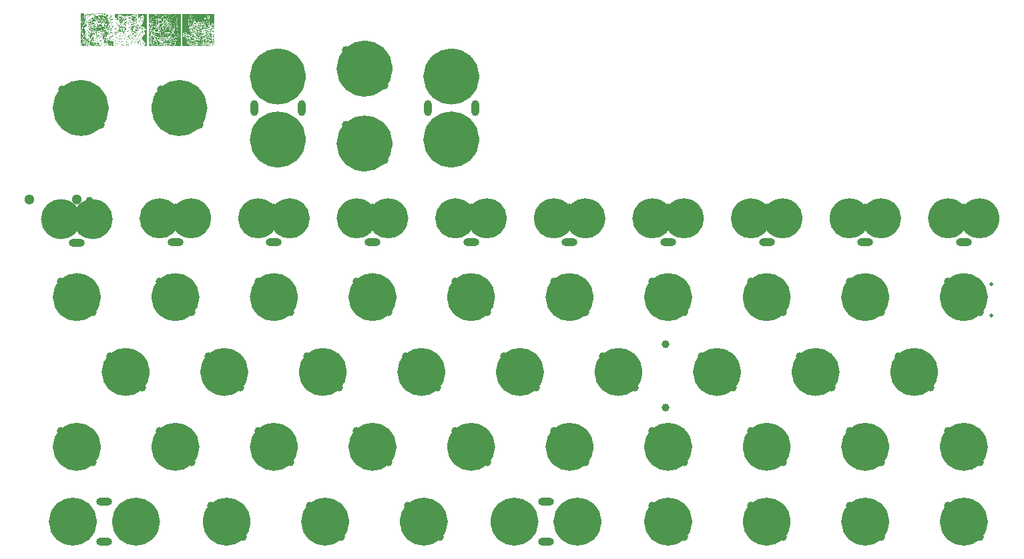
<source format=gbs>
%TF.GenerationSoftware,KiCad,Pcbnew,8.0.5-8.0.5-0~ubuntu24.04.1*%
%TF.CreationDate,2024-10-22T00:13:01+08:00*%
%TF.ProjectId,EL6170_Pro_Max_Plus,454c3631-3730-45f5-9072-6f5f4d61785f,rev?*%
%TF.SameCoordinates,Original*%
%TF.FileFunction,Soldermask,Bot*%
%TF.FilePolarity,Negative*%
%FSLAX46Y46*%
G04 Gerber Fmt 4.6, Leading zero omitted, Abs format (unit mm)*
G04 Created by KiCad (PCBNEW 8.0.5-8.0.5-0~ubuntu24.04.1) date 2024-10-22 00:13:01*
%MOMM*%
%LPD*%
G01*
G04 APERTURE LIST*
%ADD10C,0.000000*%
%ADD11C,3.050000*%
%ADD12C,3.550000*%
%ADD13C,2.550000*%
%ADD14C,1.000000*%
%ADD15C,1.300000*%
%ADD16C,0.500000*%
%ADD17O,2.000000X1.000000*%
%ADD18O,1.000000X2.000000*%
G04 APERTURE END LIST*
D10*
G36*
X109412200Y-65343400D02*
G01*
X109310600Y-65343400D01*
X109310600Y-65318000D01*
X109412200Y-65318000D01*
X109412200Y-65343400D01*
G37*
G36*
X109488400Y-66511800D02*
G01*
X109437600Y-66511800D01*
X109437600Y-66486400D01*
X109488400Y-66486400D01*
X109488400Y-66511800D01*
G37*
G36*
X106050600Y-66585400D02*
G01*
X106025200Y-66585400D01*
X106025200Y-66560000D01*
X106050600Y-66560000D01*
X106050600Y-66585400D01*
G37*
G36*
X106558600Y-66991800D02*
G01*
X106533200Y-66991800D01*
X106533200Y-66966400D01*
X106558600Y-66966400D01*
X106558600Y-66991800D01*
G37*
G36*
X114720400Y-67340800D02*
G01*
X114669600Y-67340800D01*
X114669600Y-67315400D01*
X114720400Y-67315400D01*
X114720400Y-67340800D01*
G37*
G36*
X114618800Y-66121600D02*
G01*
X114568000Y-66121600D01*
X114568000Y-66096200D01*
X114618800Y-66096200D01*
X114618800Y-66121600D01*
G37*
G36*
X117387400Y-67772600D02*
G01*
X117362000Y-67772600D01*
X117362000Y-67747200D01*
X117387400Y-67747200D01*
X117387400Y-67772600D01*
G37*
G36*
X109412200Y-67807200D02*
G01*
X109336000Y-67807200D01*
X109336000Y-67781800D01*
X109412200Y-67781800D01*
X109412200Y-67807200D01*
G37*
G36*
X114187000Y-66883600D02*
G01*
X114136200Y-66883600D01*
X114136200Y-66858200D01*
X114187000Y-66858200D01*
X114187000Y-66883600D01*
G37*
G36*
X115711000Y-66197800D02*
G01*
X115685600Y-66197800D01*
X115685600Y-66172400D01*
X115711000Y-66172400D01*
X115711000Y-66197800D01*
G37*
G36*
X109209000Y-66715000D02*
G01*
X109158200Y-66715000D01*
X109158200Y-66689600D01*
X109209000Y-66689600D01*
X109209000Y-66715000D01*
G37*
G36*
X114288600Y-67442400D02*
G01*
X114263200Y-67442400D01*
X114263200Y-67417000D01*
X114288600Y-67417000D01*
X114288600Y-67442400D01*
G37*
G36*
X106457000Y-65493200D02*
G01*
X106431600Y-65493200D01*
X106431600Y-65467800D01*
X106457000Y-65467800D01*
X106457000Y-65493200D01*
G37*
G36*
X113171400Y-65978400D02*
G01*
X112765000Y-65978400D01*
X112765000Y-65953000D01*
X113171400Y-65953000D01*
X113171400Y-65978400D01*
G37*
G36*
X109793200Y-67121400D02*
G01*
X109564600Y-67121400D01*
X109564600Y-67096000D01*
X109793200Y-67096000D01*
X109793200Y-67121400D01*
G37*
G36*
X109640800Y-67731000D02*
G01*
X109590000Y-67731000D01*
X109590000Y-67705600D01*
X109640800Y-67705600D01*
X109640800Y-67731000D01*
G37*
G36*
X115228400Y-66426400D02*
G01*
X115203000Y-66426400D01*
X115203000Y-66401000D01*
X115228400Y-66401000D01*
X115228400Y-66426400D01*
G37*
G36*
X114237800Y-67493200D02*
G01*
X114187000Y-67493200D01*
X114187000Y-67467800D01*
X114237800Y-67467800D01*
X114237800Y-67493200D01*
G37*
G36*
X106050600Y-67169600D02*
G01*
X106025200Y-67169600D01*
X106025200Y-67144200D01*
X106050600Y-67144200D01*
X106050600Y-67169600D01*
G37*
G36*
X116346000Y-67137600D02*
G01*
X116295200Y-67137600D01*
X116295200Y-67112200D01*
X116346000Y-67112200D01*
X116346000Y-67137600D01*
G37*
G36*
X109767800Y-67426200D02*
G01*
X109691600Y-67426200D01*
X109691600Y-67400800D01*
X109767800Y-67400800D01*
X109767800Y-67426200D01*
G37*
G36*
X114974400Y-65893000D02*
G01*
X114923600Y-65893000D01*
X114923600Y-65867600D01*
X114974400Y-65867600D01*
X114974400Y-65893000D01*
G37*
G36*
X117133400Y-67442400D02*
G01*
X117082600Y-67442400D01*
X117082600Y-67417000D01*
X117133400Y-67417000D01*
X117133400Y-67442400D01*
G37*
G36*
X117057200Y-67772600D02*
G01*
X117031800Y-67772600D01*
X117031800Y-67747200D01*
X117057200Y-67747200D01*
X117057200Y-67772600D01*
G37*
G36*
X106050600Y-64756600D02*
G01*
X105999800Y-64756600D01*
X105999800Y-64731200D01*
X106050600Y-64731200D01*
X106050600Y-64756600D01*
G37*
G36*
X101065600Y-64290400D02*
G01*
X101014800Y-64290400D01*
X101014800Y-64265000D01*
X101065600Y-64265000D01*
X101065600Y-64290400D01*
G37*
G36*
X105364800Y-67347400D02*
G01*
X105339400Y-67347400D01*
X105339400Y-67322000D01*
X105364800Y-67322000D01*
X105364800Y-67347400D01*
G37*
G36*
X109615400Y-65749800D02*
G01*
X109564600Y-65749800D01*
X109564600Y-65724400D01*
X109615400Y-65724400D01*
X109615400Y-65749800D01*
G37*
G36*
X108311200Y-67931600D02*
G01*
X108285800Y-67931600D01*
X108285800Y-67906200D01*
X108311200Y-67906200D01*
X108311200Y-67931600D01*
G37*
G36*
X105542600Y-66128200D02*
G01*
X105491800Y-66128200D01*
X105491800Y-66102800D01*
X105542600Y-66102800D01*
X105542600Y-66128200D01*
G37*
G36*
X104367600Y-67033600D02*
G01*
X104342200Y-67033600D01*
X104342200Y-67008200D01*
X104367600Y-67008200D01*
X104367600Y-67033600D01*
G37*
G36*
X109209000Y-67146800D02*
G01*
X109158200Y-67146800D01*
X109158200Y-67121400D01*
X109209000Y-67121400D01*
X109209000Y-67146800D01*
G37*
G36*
X104291400Y-66728800D02*
G01*
X104266000Y-66728800D01*
X104266000Y-66703400D01*
X104291400Y-66703400D01*
X104291400Y-66728800D01*
G37*
G36*
X106279200Y-66052000D02*
G01*
X106253800Y-66052000D01*
X106253800Y-66026600D01*
X106279200Y-66026600D01*
X106279200Y-66052000D01*
G37*
G36*
X109894800Y-66334000D02*
G01*
X109869400Y-66334000D01*
X109869400Y-66308600D01*
X109894800Y-66308600D01*
X109894800Y-66334000D01*
G37*
G36*
X104494600Y-64214200D02*
G01*
X104469200Y-64214200D01*
X104469200Y-64188800D01*
X104494600Y-64188800D01*
X104494600Y-64214200D01*
G37*
G36*
X103834200Y-65992200D02*
G01*
X103631000Y-65992200D01*
X103631000Y-65966800D01*
X103834200Y-65966800D01*
X103834200Y-65992200D01*
G37*
G36*
X116447600Y-66756600D02*
G01*
X116422200Y-66756600D01*
X116422200Y-66731200D01*
X116447600Y-66731200D01*
X116447600Y-66756600D01*
G37*
G36*
X116752400Y-65054800D02*
G01*
X116701600Y-65054800D01*
X116701600Y-65029400D01*
X116752400Y-65029400D01*
X116752400Y-65054800D01*
G37*
G36*
X106025200Y-65823400D02*
G01*
X105999800Y-65823400D01*
X105999800Y-65798000D01*
X106025200Y-65798000D01*
X106025200Y-65823400D01*
G37*
G36*
X107092000Y-65163000D02*
G01*
X107066600Y-65163000D01*
X107066600Y-65137600D01*
X107092000Y-65137600D01*
X107092000Y-65163000D01*
G37*
G36*
X113882200Y-66655000D02*
G01*
X113856800Y-66655000D01*
X113856800Y-66629600D01*
X113882200Y-66629600D01*
X113882200Y-66655000D01*
G37*
G36*
X101599000Y-65687400D02*
G01*
X101472000Y-65687400D01*
X101472000Y-65662000D01*
X101599000Y-65662000D01*
X101599000Y-65687400D01*
G37*
G36*
X115787200Y-66324800D02*
G01*
X115736400Y-66324800D01*
X115736400Y-66299400D01*
X115787200Y-66299400D01*
X115787200Y-66324800D01*
G37*
G36*
X107904800Y-66814000D02*
G01*
X107879400Y-66814000D01*
X107879400Y-66788600D01*
X107904800Y-66788600D01*
X107904800Y-66814000D01*
G37*
G36*
X114923600Y-67823400D02*
G01*
X114872800Y-67823400D01*
X114872800Y-67798000D01*
X114923600Y-67798000D01*
X114923600Y-67823400D01*
G37*
G36*
X108260400Y-67779200D02*
G01*
X108235000Y-67779200D01*
X108235000Y-67753800D01*
X108260400Y-67753800D01*
X108260400Y-67779200D01*
G37*
G36*
X114618800Y-67721800D02*
G01*
X114568000Y-67721800D01*
X114568000Y-67696400D01*
X114618800Y-67696400D01*
X114618800Y-67721800D01*
G37*
G36*
X102234000Y-65484200D02*
G01*
X102183200Y-65484200D01*
X102183200Y-65458800D01*
X102234000Y-65458800D01*
X102234000Y-65484200D01*
G37*
G36*
X106101400Y-66433000D02*
G01*
X106076000Y-66433000D01*
X106076000Y-66407600D01*
X106101400Y-66407600D01*
X106101400Y-66433000D01*
G37*
G36*
X116041200Y-65715200D02*
G01*
X116015800Y-65715200D01*
X116015800Y-65689800D01*
X116041200Y-65689800D01*
X116041200Y-65715200D01*
G37*
G36*
X115406200Y-65918400D02*
G01*
X115380800Y-65918400D01*
X115380800Y-65893000D01*
X115406200Y-65893000D01*
X115406200Y-65918400D01*
G37*
G36*
X116142800Y-65461200D02*
G01*
X116117400Y-65461200D01*
X116117400Y-65435800D01*
X116142800Y-65435800D01*
X116142800Y-65461200D01*
G37*
G36*
X108082600Y-66636200D02*
G01*
X108057200Y-66636200D01*
X108057200Y-66610800D01*
X108082600Y-66610800D01*
X108082600Y-66636200D01*
G37*
G36*
X113171400Y-67705600D02*
G01*
X112815800Y-67705600D01*
X112815800Y-67680200D01*
X113171400Y-67680200D01*
X113171400Y-67705600D01*
G37*
G36*
X101116400Y-64620600D02*
G01*
X101040200Y-64620600D01*
X101040200Y-64595200D01*
X101116400Y-64595200D01*
X101116400Y-64620600D01*
G37*
G36*
X110606000Y-64759200D02*
G01*
X110580600Y-64759200D01*
X110580600Y-64733800D01*
X110606000Y-64733800D01*
X110606000Y-64759200D01*
G37*
G36*
X111190200Y-66359400D02*
G01*
X110834600Y-66359400D01*
X110834600Y-66334000D01*
X111190200Y-66334000D01*
X111190200Y-66359400D01*
G37*
G36*
X104012000Y-66601800D02*
G01*
X103758000Y-66601800D01*
X103758000Y-66576400D01*
X104012000Y-66576400D01*
X104012000Y-66601800D01*
G37*
G36*
X109183600Y-65267200D02*
G01*
X109107400Y-65267200D01*
X109107400Y-65241800D01*
X109183600Y-65241800D01*
X109183600Y-65267200D01*
G37*
G36*
X116879400Y-65740600D02*
G01*
X116854000Y-65740600D01*
X116854000Y-65715200D01*
X116879400Y-65715200D01*
X116879400Y-65740600D01*
G37*
G36*
X110860000Y-64454400D02*
G01*
X110809200Y-64454400D01*
X110809200Y-64429000D01*
X110860000Y-64429000D01*
X110860000Y-64454400D01*
G37*
G36*
X108184200Y-65569400D02*
G01*
X108158800Y-65569400D01*
X108158800Y-65544000D01*
X108184200Y-65544000D01*
X108184200Y-65569400D01*
G37*
G36*
X112130000Y-66054600D02*
G01*
X112079200Y-66054600D01*
X112079200Y-66029200D01*
X112130000Y-66029200D01*
X112130000Y-66054600D01*
G37*
G36*
X101141800Y-64773000D02*
G01*
X101040200Y-64773000D01*
X101040200Y-64747600D01*
X101141800Y-64747600D01*
X101141800Y-64773000D01*
G37*
G36*
X109183600Y-64352800D02*
G01*
X109107400Y-64352800D01*
X109107400Y-64327400D01*
X109183600Y-64327400D01*
X109183600Y-64352800D01*
G37*
G36*
X111545800Y-65648200D02*
G01*
X111495000Y-65648200D01*
X111495000Y-65622800D01*
X111545800Y-65622800D01*
X111545800Y-65648200D01*
G37*
G36*
X101827600Y-64849200D02*
G01*
X101776800Y-64849200D01*
X101776800Y-64823800D01*
X101827600Y-64823800D01*
X101827600Y-64849200D01*
G37*
G36*
X106888800Y-65823400D02*
G01*
X106863400Y-65823400D01*
X106863400Y-65798000D01*
X106888800Y-65798000D01*
X106888800Y-65823400D01*
G37*
G36*
X112917400Y-66791200D02*
G01*
X112892000Y-66791200D01*
X112892000Y-66765800D01*
X112917400Y-66765800D01*
X112917400Y-66791200D01*
G37*
G36*
X103478600Y-68049600D02*
G01*
X103453200Y-68049600D01*
X103453200Y-68024200D01*
X103478600Y-68024200D01*
X103478600Y-68049600D01*
G37*
G36*
X112384000Y-67985000D02*
G01*
X112231600Y-67985000D01*
X112231600Y-67959600D01*
X112384000Y-67959600D01*
X112384000Y-67985000D01*
G37*
G36*
X101599000Y-66170000D02*
G01*
X101573600Y-66170000D01*
X101573600Y-66144600D01*
X101599000Y-66144600D01*
X101599000Y-66170000D01*
G37*
G36*
X115685600Y-65334200D02*
G01*
X115660200Y-65334200D01*
X115660200Y-65308800D01*
X115685600Y-65308800D01*
X115685600Y-65334200D01*
G37*
G36*
X117158800Y-66121600D02*
G01*
X117133400Y-66121600D01*
X117133400Y-66096200D01*
X117158800Y-66096200D01*
X117158800Y-66121600D01*
G37*
G36*
X106025200Y-66382200D02*
G01*
X105974400Y-66382200D01*
X105974400Y-66356800D01*
X106025200Y-66356800D01*
X106025200Y-66382200D01*
G37*
G36*
X110301200Y-65343400D02*
G01*
X110250400Y-65343400D01*
X110250400Y-65318000D01*
X110301200Y-65318000D01*
X110301200Y-65343400D01*
G37*
G36*
X107574600Y-66966400D02*
G01*
X107549200Y-66966400D01*
X107549200Y-66941000D01*
X107574600Y-66941000D01*
X107574600Y-66966400D01*
G37*
G36*
X103732600Y-66144600D02*
G01*
X103707200Y-66144600D01*
X103707200Y-66119200D01*
X103732600Y-66119200D01*
X103732600Y-66144600D01*
G37*
G36*
X115914200Y-65689800D02*
G01*
X115888800Y-65689800D01*
X115888800Y-65664400D01*
X115914200Y-65664400D01*
X115914200Y-65689800D01*
G37*
G36*
X112409400Y-67858000D02*
G01*
X112257000Y-67858000D01*
X112257000Y-67832600D01*
X112409400Y-67832600D01*
X112409400Y-67858000D01*
G37*
G36*
X115787200Y-67213800D02*
G01*
X115711000Y-67213800D01*
X115711000Y-67188400D01*
X115787200Y-67188400D01*
X115787200Y-67213800D01*
G37*
G36*
X114263200Y-65867600D02*
G01*
X113399600Y-65867600D01*
X113399600Y-65842200D01*
X114263200Y-65842200D01*
X114263200Y-65867600D01*
G37*
G36*
X103707200Y-65382600D02*
G01*
X103681800Y-65382600D01*
X103681800Y-65357200D01*
X103707200Y-65357200D01*
X103707200Y-65382600D01*
G37*
G36*
X104443800Y-64900000D02*
G01*
X104418400Y-64900000D01*
X104418400Y-64874600D01*
X104443800Y-64874600D01*
X104443800Y-64900000D01*
G37*
G36*
X102970600Y-64773000D02*
G01*
X102894400Y-64773000D01*
X102894400Y-64747600D01*
X102970600Y-64747600D01*
X102970600Y-64773000D01*
G37*
G36*
X107193600Y-64756600D02*
G01*
X107117400Y-64756600D01*
X107117400Y-64731200D01*
X107193600Y-64731200D01*
X107193600Y-64756600D01*
G37*
G36*
X116066600Y-64826200D02*
G01*
X115279200Y-64826200D01*
X115279200Y-64800800D01*
X116066600Y-64800800D01*
X116066600Y-64826200D01*
G37*
G36*
X111139400Y-67985000D02*
G01*
X111114000Y-67985000D01*
X111114000Y-67959600D01*
X111139400Y-67959600D01*
X111139400Y-67985000D01*
G37*
G36*
X116219000Y-66782000D02*
G01*
X116168200Y-66782000D01*
X116168200Y-66756600D01*
X116219000Y-66756600D01*
X116219000Y-66782000D01*
G37*
G36*
X102107000Y-67617800D02*
G01*
X102056200Y-67617800D01*
X102056200Y-67592400D01*
X102107000Y-67592400D01*
X102107000Y-67617800D01*
G37*
G36*
X102437200Y-65128600D02*
G01*
X102411800Y-65128600D01*
X102411800Y-65103200D01*
X102437200Y-65103200D01*
X102437200Y-65128600D01*
G37*
G36*
X115101400Y-68001200D02*
G01*
X115076000Y-68001200D01*
X115076000Y-67975800D01*
X115101400Y-67975800D01*
X115101400Y-68001200D01*
G37*
G36*
X110453600Y-66207000D02*
G01*
X110352000Y-66207000D01*
X110352000Y-66181600D01*
X110453600Y-66181600D01*
X110453600Y-66207000D01*
G37*
G36*
X102462600Y-66500200D02*
G01*
X102437200Y-66500200D01*
X102437200Y-66474800D01*
X102462600Y-66474800D01*
X102462600Y-66500200D01*
G37*
G36*
X106253800Y-65518600D02*
G01*
X106228400Y-65518600D01*
X106228400Y-65493200D01*
X106253800Y-65493200D01*
X106253800Y-65518600D01*
G37*
G36*
X114161600Y-67188400D02*
G01*
X114110800Y-67188400D01*
X114110800Y-67163000D01*
X114161600Y-67163000D01*
X114161600Y-67188400D01*
G37*
G36*
X112257000Y-65749800D02*
G01*
X112231600Y-65749800D01*
X112231600Y-65724400D01*
X112257000Y-65724400D01*
X112257000Y-65749800D01*
G37*
G36*
X116295200Y-66172400D02*
G01*
X116269800Y-66172400D01*
X116269800Y-66147000D01*
X116295200Y-66147000D01*
X116295200Y-66172400D01*
G37*
G36*
X102030800Y-64417400D02*
G01*
X102005400Y-64417400D01*
X102005400Y-64392000D01*
X102030800Y-64392000D01*
X102030800Y-64417400D01*
G37*
G36*
X117031800Y-66934400D02*
G01*
X116981000Y-66934400D01*
X116981000Y-66909000D01*
X117031800Y-66909000D01*
X117031800Y-66934400D01*
G37*
G36*
X103732600Y-66754200D02*
G01*
X103605600Y-66754200D01*
X103605600Y-66728800D01*
X103732600Y-66728800D01*
X103732600Y-66754200D01*
G37*
G36*
X100938600Y-67287600D02*
G01*
X100887800Y-67287600D01*
X100887800Y-67262200D01*
X100938600Y-67262200D01*
X100938600Y-67287600D01*
G37*
G36*
X108870000Y-65417000D02*
G01*
X108260400Y-65417000D01*
X108260400Y-65391600D01*
X108870000Y-65391600D01*
X108870000Y-65417000D01*
G37*
G36*
X102107000Y-65916000D02*
G01*
X101980000Y-65916000D01*
X101980000Y-65890600D01*
X102107000Y-65890600D01*
X102107000Y-65916000D01*
G37*
G36*
X111368000Y-68112000D02*
G01*
X111342600Y-68112000D01*
X111342600Y-68086600D01*
X111368000Y-68086600D01*
X111368000Y-68112000D01*
G37*
G36*
X101726000Y-65560400D02*
G01*
X101700600Y-65560400D01*
X101700600Y-65535000D01*
X101726000Y-65535000D01*
X101726000Y-65560400D01*
G37*
G36*
X104596200Y-65027000D02*
G01*
X104570800Y-65027000D01*
X104570800Y-65001600D01*
X104596200Y-65001600D01*
X104596200Y-65027000D01*
G37*
G36*
X103732600Y-64112600D02*
G01*
X103681800Y-64112600D01*
X103681800Y-64087200D01*
X103732600Y-64087200D01*
X103732600Y-64112600D01*
G37*
G36*
X116523800Y-67848800D02*
G01*
X116473000Y-67848800D01*
X116473000Y-67823400D01*
X116523800Y-67823400D01*
X116523800Y-67848800D01*
G37*
G36*
X103605600Y-68049600D02*
G01*
X103580200Y-68049600D01*
X103580200Y-68024200D01*
X103605600Y-68024200D01*
X103605600Y-68049600D01*
G37*
G36*
X101599000Y-65789000D02*
G01*
X101573600Y-65789000D01*
X101573600Y-65763600D01*
X101599000Y-65763600D01*
X101599000Y-65789000D01*
G37*
G36*
X114060000Y-67518600D02*
G01*
X114009200Y-67518600D01*
X114009200Y-67493200D01*
X114060000Y-67493200D01*
X114060000Y-67518600D01*
G37*
G36*
X105644200Y-65163000D02*
G01*
X105618800Y-65163000D01*
X105618800Y-65137600D01*
X105644200Y-65137600D01*
X105644200Y-65163000D01*
G37*
G36*
X104266000Y-65839800D02*
G01*
X104215200Y-65839800D01*
X104215200Y-65814400D01*
X104266000Y-65814400D01*
X104266000Y-65839800D01*
G37*
G36*
X111799800Y-65292600D02*
G01*
X111774400Y-65292600D01*
X111774400Y-65267200D01*
X111799800Y-65267200D01*
X111799800Y-65292600D01*
G37*
G36*
X105212400Y-65772600D02*
G01*
X105187000Y-65772600D01*
X105187000Y-65747200D01*
X105212400Y-65747200D01*
X105212400Y-65772600D01*
G37*
G36*
X113171400Y-66486400D02*
G01*
X112765000Y-66486400D01*
X112765000Y-66461000D01*
X113171400Y-66461000D01*
X113171400Y-66486400D01*
G37*
G36*
X114415600Y-65181800D02*
G01*
X114339400Y-65181800D01*
X114339400Y-65156400D01*
X114415600Y-65156400D01*
X114415600Y-65181800D01*
G37*
G36*
X101980000Y-65509600D02*
G01*
X101929200Y-65509600D01*
X101929200Y-65484200D01*
X101980000Y-65484200D01*
X101980000Y-65509600D01*
G37*
G36*
X105390200Y-66026600D02*
G01*
X105314000Y-66026600D01*
X105314000Y-66001200D01*
X105390200Y-66001200D01*
X105390200Y-66026600D01*
G37*
G36*
X111774400Y-65267200D02*
G01*
X111596600Y-65267200D01*
X111596600Y-65241800D01*
X111774400Y-65241800D01*
X111774400Y-65267200D01*
G37*
G36*
X116498400Y-67671000D02*
G01*
X116473000Y-67671000D01*
X116473000Y-67645600D01*
X116498400Y-67645600D01*
X116498400Y-67671000D01*
G37*
G36*
X117057200Y-66731200D02*
G01*
X117006400Y-66731200D01*
X117006400Y-66705800D01*
X117057200Y-66705800D01*
X117057200Y-66731200D01*
G37*
G36*
X105872800Y-67499800D02*
G01*
X105847400Y-67499800D01*
X105847400Y-67474400D01*
X105872800Y-67474400D01*
X105872800Y-67499800D01*
G37*
G36*
X117158800Y-67366200D02*
G01*
X117108000Y-67366200D01*
X117108000Y-67340800D01*
X117158800Y-67340800D01*
X117158800Y-67366200D01*
G37*
G36*
X104933000Y-66204400D02*
G01*
X104907600Y-66204400D01*
X104907600Y-66179000D01*
X104933000Y-66179000D01*
X104933000Y-66204400D01*
G37*
G36*
X106965000Y-65848800D02*
G01*
X106914200Y-65848800D01*
X106914200Y-65823400D01*
X106965000Y-65823400D01*
X106965000Y-65848800D01*
G37*
G36*
X114060000Y-66451800D02*
G01*
X114034600Y-66451800D01*
X114034600Y-66426400D01*
X114060000Y-66426400D01*
X114060000Y-66451800D01*
G37*
G36*
X103427800Y-66957400D02*
G01*
X103326200Y-66957400D01*
X103326200Y-66932000D01*
X103427800Y-66932000D01*
X103427800Y-66957400D01*
G37*
G36*
X114161600Y-66858200D02*
G01*
X114085400Y-66858200D01*
X114085400Y-66832800D01*
X114161600Y-66832800D01*
X114161600Y-66858200D01*
G37*
G36*
X100913200Y-65865200D02*
G01*
X100811600Y-65865200D01*
X100811600Y-65839800D01*
X100913200Y-65839800D01*
X100913200Y-65865200D01*
G37*
G36*
X100608400Y-65992200D02*
G01*
X100532200Y-65992200D01*
X100532200Y-65966800D01*
X100608400Y-65966800D01*
X100608400Y-65992200D01*
G37*
G36*
X101726000Y-64519000D02*
G01*
X101700600Y-64519000D01*
X101700600Y-64493600D01*
X101726000Y-64493600D01*
X101726000Y-64519000D01*
G37*
G36*
X106660200Y-65340800D02*
G01*
X106634800Y-65340800D01*
X106634800Y-65315400D01*
X106660200Y-65315400D01*
X106660200Y-65340800D01*
G37*
G36*
X111799800Y-66181600D02*
G01*
X111139400Y-66181600D01*
X111139400Y-66156200D01*
X111799800Y-66156200D01*
X111799800Y-66181600D01*
G37*
G36*
X111342600Y-65546600D02*
G01*
X111291800Y-65546600D01*
X111291800Y-65521200D01*
X111342600Y-65521200D01*
X111342600Y-65546600D01*
G37*
G36*
X105466400Y-66356800D02*
G01*
X105415600Y-66356800D01*
X105415600Y-66331400D01*
X105466400Y-66331400D01*
X105466400Y-66356800D01*
G37*
G36*
X105695000Y-64934400D02*
G01*
X105644200Y-64934400D01*
X105644200Y-64909000D01*
X105695000Y-64909000D01*
X105695000Y-64934400D01*
G37*
G36*
X106457000Y-66941000D02*
G01*
X106431600Y-66941000D01*
X106431600Y-66915600D01*
X106457000Y-66915600D01*
X106457000Y-66941000D01*
G37*
G36*
X109844000Y-67578600D02*
G01*
X109767800Y-67578600D01*
X109767800Y-67553200D01*
X109844000Y-67553200D01*
X109844000Y-67578600D01*
G37*
G36*
X108336600Y-66483800D02*
G01*
X108311200Y-66483800D01*
X108311200Y-66458400D01*
X108336600Y-66458400D01*
X108336600Y-66483800D01*
G37*
G36*
X104342200Y-66779600D02*
G01*
X104316800Y-66779600D01*
X104316800Y-66754200D01*
X104342200Y-66754200D01*
X104342200Y-66779600D01*
G37*
G36*
X111647400Y-65724400D02*
G01*
X111596600Y-65724400D01*
X111596600Y-65699000D01*
X111647400Y-65699000D01*
X111647400Y-65724400D01*
G37*
G36*
X116955600Y-67086800D02*
G01*
X116930200Y-67086800D01*
X116930200Y-67061400D01*
X116955600Y-67061400D01*
X116955600Y-67086800D01*
G37*
G36*
X111698200Y-65673600D02*
G01*
X111469600Y-65673600D01*
X111469600Y-65648200D01*
X111698200Y-65648200D01*
X111698200Y-65673600D01*
G37*
G36*
X110860000Y-65470400D02*
G01*
X110682200Y-65470400D01*
X110682200Y-65445000D01*
X110860000Y-65445000D01*
X110860000Y-65470400D01*
G37*
G36*
X103986600Y-67795600D02*
G01*
X103910400Y-67795600D01*
X103910400Y-67770200D01*
X103986600Y-67770200D01*
X103986600Y-67795600D01*
G37*
G36*
X106025200Y-66229800D02*
G01*
X105974400Y-66229800D01*
X105974400Y-66204400D01*
X106025200Y-66204400D01*
X106025200Y-66229800D01*
G37*
G36*
X100633800Y-65154000D02*
G01*
X100532200Y-65154000D01*
X100532200Y-65128600D01*
X100633800Y-65128600D01*
X100633800Y-65154000D01*
G37*
G36*
X102386400Y-66601800D02*
G01*
X102361000Y-66601800D01*
X102361000Y-66576400D01*
X102386400Y-66576400D01*
X102386400Y-66601800D01*
G37*
G36*
X107676200Y-64909000D02*
G01*
X107650800Y-64909000D01*
X107650800Y-64883600D01*
X107676200Y-64883600D01*
X107676200Y-64909000D01*
G37*
G36*
X110580600Y-66130800D02*
G01*
X110529800Y-66130800D01*
X110529800Y-66105400D01*
X110580600Y-66105400D01*
X110580600Y-66130800D01*
G37*
G36*
X103326200Y-66424000D02*
G01*
X103300800Y-66424000D01*
X103300800Y-66398600D01*
X103326200Y-66398600D01*
X103326200Y-66424000D01*
G37*
G36*
X105745800Y-67525200D02*
G01*
X105720400Y-67525200D01*
X105720400Y-67499800D01*
X105745800Y-67499800D01*
X105745800Y-67525200D01*
G37*
G36*
X102386400Y-65890600D02*
G01*
X102157800Y-65890600D01*
X102157800Y-65865200D01*
X102386400Y-65865200D01*
X102386400Y-65890600D01*
G37*
G36*
X107498400Y-66077400D02*
G01*
X107447600Y-66077400D01*
X107447600Y-66052000D01*
X107498400Y-66052000D01*
X107498400Y-66077400D01*
G37*
G36*
X113831400Y-66477200D02*
G01*
X113806000Y-66477200D01*
X113806000Y-66451800D01*
X113831400Y-66451800D01*
X113831400Y-66477200D01*
G37*
G36*
X113729800Y-66426400D02*
G01*
X113399600Y-66426400D01*
X113399600Y-66401000D01*
X113729800Y-66401000D01*
X113729800Y-66426400D01*
G37*
G36*
X116752400Y-67518600D02*
G01*
X116701600Y-67518600D01*
X116701600Y-67493200D01*
X116752400Y-67493200D01*
X116752400Y-67518600D01*
G37*
G36*
X110758400Y-66537200D02*
G01*
X110707600Y-66537200D01*
X110707600Y-66511800D01*
X110758400Y-66511800D01*
X110758400Y-66537200D01*
G37*
G36*
X111926800Y-68086600D02*
G01*
X111901400Y-68086600D01*
X111901400Y-68061200D01*
X111926800Y-68061200D01*
X111926800Y-68086600D01*
G37*
G36*
X106304600Y-68007800D02*
G01*
X106279200Y-68007800D01*
X106279200Y-67982400D01*
X106304600Y-67982400D01*
X106304600Y-68007800D01*
G37*
G36*
X109412200Y-66029200D02*
G01*
X109336000Y-66029200D01*
X109336000Y-66003800D01*
X109412200Y-66003800D01*
X109412200Y-66029200D01*
G37*
G36*
X111698200Y-67451600D02*
G01*
X111469600Y-67451600D01*
X111469600Y-67426200D01*
X111698200Y-67426200D01*
X111698200Y-67451600D01*
G37*
G36*
X115812600Y-66096200D02*
G01*
X115787200Y-66096200D01*
X115787200Y-66070800D01*
X115812600Y-66070800D01*
X115812600Y-66096200D01*
G37*
G36*
X117438200Y-66350200D02*
G01*
X117412800Y-66350200D01*
X117412800Y-66324800D01*
X117438200Y-66324800D01*
X117438200Y-66350200D01*
G37*
G36*
X106812600Y-64655000D02*
G01*
X106787200Y-64655000D01*
X106787200Y-64629600D01*
X106812600Y-64629600D01*
X106812600Y-64655000D01*
G37*
G36*
X106101400Y-67017200D02*
G01*
X106076000Y-67017200D01*
X106076000Y-66991800D01*
X106101400Y-66991800D01*
X106101400Y-67017200D01*
G37*
G36*
X111164800Y-64759200D02*
G01*
X111063200Y-64759200D01*
X111063200Y-64733800D01*
X111164800Y-64733800D01*
X111164800Y-64759200D01*
G37*
G36*
X116168200Y-64927800D02*
G01*
X116117400Y-64927800D01*
X116117400Y-64902400D01*
X116168200Y-64902400D01*
X116168200Y-64927800D01*
G37*
G36*
X105212400Y-66255200D02*
G01*
X105187000Y-66255200D01*
X105187000Y-66229800D01*
X105212400Y-66229800D01*
X105212400Y-66255200D01*
G37*
G36*
X107930200Y-67703000D02*
G01*
X107904800Y-67703000D01*
X107904800Y-67677600D01*
X107930200Y-67677600D01*
X107930200Y-67703000D01*
G37*
G36*
X115228400Y-66020000D02*
G01*
X115203000Y-66020000D01*
X115203000Y-65994600D01*
X115228400Y-65994600D01*
X115228400Y-66020000D01*
G37*
G36*
X112333200Y-65749800D02*
G01*
X112282400Y-65749800D01*
X112282400Y-65724400D01*
X112333200Y-65724400D01*
X112333200Y-65749800D01*
G37*
G36*
X100989400Y-64696800D02*
G01*
X100862400Y-64696800D01*
X100862400Y-64671400D01*
X100989400Y-64671400D01*
X100989400Y-64696800D01*
G37*
G36*
X113907600Y-66629600D02*
G01*
X113882200Y-66629600D01*
X113882200Y-66604200D01*
X113907600Y-66604200D01*
X113907600Y-66629600D01*
G37*
G36*
X112739600Y-66613400D02*
G01*
X112714200Y-66613400D01*
X112714200Y-66588000D01*
X112739600Y-66588000D01*
X112739600Y-66613400D01*
G37*
G36*
X106279200Y-66433000D02*
G01*
X106253800Y-66433000D01*
X106253800Y-66407600D01*
X106279200Y-66407600D01*
X106279200Y-66433000D01*
G37*
G36*
X107346000Y-67601400D02*
G01*
X107320600Y-67601400D01*
X107320600Y-67576000D01*
X107346000Y-67576000D01*
X107346000Y-67601400D01*
G37*
G36*
X112942800Y-66562600D02*
G01*
X112892000Y-66562600D01*
X112892000Y-66537200D01*
X112942800Y-66537200D01*
X112942800Y-66562600D01*
G37*
G36*
X117031800Y-66604200D02*
G01*
X117006400Y-66604200D01*
X117006400Y-66578800D01*
X117031800Y-66578800D01*
X117031800Y-66604200D01*
G37*
G36*
X114415600Y-65766000D02*
G01*
X114237800Y-65766000D01*
X114237800Y-65740600D01*
X114415600Y-65740600D01*
X114415600Y-65766000D01*
G37*
G36*
X110783800Y-65673600D02*
G01*
X110682200Y-65673600D01*
X110682200Y-65648200D01*
X110783800Y-65648200D01*
X110783800Y-65673600D01*
G37*
G36*
X105923600Y-65493200D02*
G01*
X105872800Y-65493200D01*
X105872800Y-65467800D01*
X105923600Y-65467800D01*
X105923600Y-65493200D01*
G37*
G36*
X106863400Y-64502600D02*
G01*
X106838000Y-64502600D01*
X106838000Y-64477200D01*
X106863400Y-64477200D01*
X106863400Y-64502600D01*
G37*
G36*
X109742400Y-65445000D02*
G01*
X109717000Y-65445000D01*
X109717000Y-65419600D01*
X109742400Y-65419600D01*
X109742400Y-65445000D01*
G37*
G36*
X116523800Y-65969200D02*
G01*
X116473000Y-65969200D01*
X116473000Y-65943800D01*
X116523800Y-65943800D01*
X116523800Y-65969200D01*
G37*
G36*
X105085400Y-65010600D02*
G01*
X105060000Y-65010600D01*
X105060000Y-64985200D01*
X105085400Y-64985200D01*
X105085400Y-65010600D01*
G37*
G36*
X106101400Y-66306000D02*
G01*
X106050600Y-66306000D01*
X106050600Y-66280600D01*
X106101400Y-66280600D01*
X106101400Y-66306000D01*
G37*
G36*
X103097600Y-66246200D02*
G01*
X102996000Y-66246200D01*
X102996000Y-66220800D01*
X103097600Y-66220800D01*
X103097600Y-66246200D01*
G37*
G36*
X102691200Y-64569800D02*
G01*
X102665800Y-64569800D01*
X102665800Y-64544400D01*
X102691200Y-64544400D01*
X102691200Y-64569800D01*
G37*
G36*
X102665800Y-65865200D02*
G01*
X102589600Y-65865200D01*
X102589600Y-65839800D01*
X102665800Y-65839800D01*
X102665800Y-65865200D01*
G37*
G36*
X105847400Y-66052000D02*
G01*
X105796600Y-66052000D01*
X105796600Y-66026600D01*
X105847400Y-66026600D01*
X105847400Y-66052000D01*
G37*
G36*
X104520000Y-64315800D02*
G01*
X104494600Y-64315800D01*
X104494600Y-64290400D01*
X104520000Y-64290400D01*
X104520000Y-64315800D01*
G37*
G36*
X110174200Y-65470400D02*
G01*
X110123400Y-65470400D01*
X110123400Y-65445000D01*
X110174200Y-65445000D01*
X110174200Y-65470400D01*
G37*
G36*
X102335600Y-65611200D02*
G01*
X102183200Y-65611200D01*
X102183200Y-65585800D01*
X102335600Y-65585800D01*
X102335600Y-65611200D01*
G37*
G36*
X112739600Y-67604000D02*
G01*
X112485600Y-67604000D01*
X112485600Y-67578600D01*
X112739600Y-67578600D01*
X112739600Y-67604000D01*
G37*
G36*
X110987000Y-64784600D02*
G01*
X110885400Y-64784600D01*
X110885400Y-64759200D01*
X110987000Y-64759200D01*
X110987000Y-64784600D01*
G37*
G36*
X105898200Y-64756600D02*
G01*
X105847400Y-64756600D01*
X105847400Y-64731200D01*
X105898200Y-64731200D01*
X105898200Y-64756600D01*
G37*
G36*
X109158200Y-66029200D02*
G01*
X109107400Y-66029200D01*
X109107400Y-66003800D01*
X109158200Y-66003800D01*
X109158200Y-66029200D01*
G37*
G36*
X101929200Y-67135200D02*
G01*
X101903800Y-67135200D01*
X101903800Y-67109800D01*
X101929200Y-67109800D01*
X101929200Y-67135200D01*
G37*
G36*
X109818600Y-66562600D02*
G01*
X109767800Y-66562600D01*
X109767800Y-66537200D01*
X109818600Y-66537200D01*
X109818600Y-66562600D01*
G37*
G36*
X115457000Y-66401000D02*
G01*
X115431600Y-66401000D01*
X115431600Y-66375600D01*
X115457000Y-66375600D01*
X115457000Y-66401000D01*
G37*
G36*
X102589600Y-64036400D02*
G01*
X102564200Y-64036400D01*
X102564200Y-64011000D01*
X102589600Y-64011000D01*
X102589600Y-64036400D01*
G37*
G36*
X105949000Y-66941000D02*
G01*
X105923600Y-66941000D01*
X105923600Y-66915600D01*
X105949000Y-66915600D01*
X105949000Y-66941000D01*
G37*
G36*
X101954600Y-65712800D02*
G01*
X101903800Y-65712800D01*
X101903800Y-65687400D01*
X101954600Y-65687400D01*
X101954600Y-65712800D01*
G37*
G36*
X116523800Y-67290000D02*
G01*
X116498400Y-67290000D01*
X116498400Y-67264600D01*
X116523800Y-67264600D01*
X116523800Y-67290000D01*
G37*
G36*
X111215600Y-65495800D02*
G01*
X111164800Y-65495800D01*
X111164800Y-65470400D01*
X111215600Y-65470400D01*
X111215600Y-65495800D01*
G37*
G36*
X117260400Y-66172400D02*
G01*
X117209600Y-66172400D01*
X117209600Y-66147000D01*
X117260400Y-66147000D01*
X117260400Y-66172400D01*
G37*
G36*
X106914200Y-66179000D02*
G01*
X106863400Y-66179000D01*
X106863400Y-66153600D01*
X106914200Y-66153600D01*
X106914200Y-66179000D01*
G37*
G36*
X114898200Y-68077400D02*
G01*
X114847400Y-68077400D01*
X114847400Y-68052000D01*
X114898200Y-68052000D01*
X114898200Y-68077400D01*
G37*
G36*
X106761800Y-67804600D02*
G01*
X106736400Y-67804600D01*
X106736400Y-67779200D01*
X106761800Y-67779200D01*
X106761800Y-67804600D01*
G37*
G36*
X115660200Y-65131000D02*
G01*
X115609400Y-65131000D01*
X115609400Y-65105600D01*
X115660200Y-65105600D01*
X115660200Y-65131000D01*
G37*
G36*
X115761800Y-66959800D02*
G01*
X115711000Y-66959800D01*
X115711000Y-66934400D01*
X115761800Y-66934400D01*
X115761800Y-66959800D01*
G37*
G36*
X114034600Y-67137600D02*
G01*
X113983800Y-67137600D01*
X113983800Y-67112200D01*
X114034600Y-67112200D01*
X114034600Y-67137600D01*
G37*
G36*
X106634800Y-64477200D02*
G01*
X106609400Y-64477200D01*
X106609400Y-64451800D01*
X106634800Y-64451800D01*
X106634800Y-64477200D01*
G37*
G36*
X117184200Y-66959800D02*
G01*
X117133400Y-66959800D01*
X117133400Y-66934400D01*
X117184200Y-66934400D01*
X117184200Y-66959800D01*
G37*
G36*
X113958400Y-66578800D02*
G01*
X113907600Y-66578800D01*
X113907600Y-66553400D01*
X113958400Y-66553400D01*
X113958400Y-66578800D01*
G37*
G36*
X117362000Y-66274000D02*
G01*
X117260400Y-66274000D01*
X117260400Y-66248600D01*
X117362000Y-66248600D01*
X117362000Y-66274000D01*
G37*
G36*
X101116400Y-65255600D02*
G01*
X101091000Y-65255600D01*
X101091000Y-65230200D01*
X101116400Y-65230200D01*
X101116400Y-65255600D01*
G37*
G36*
X107117400Y-65975800D02*
G01*
X107092000Y-65975800D01*
X107092000Y-65950400D01*
X107117400Y-65950400D01*
X107117400Y-65975800D01*
G37*
G36*
X116219000Y-64699200D02*
G01*
X116168200Y-64699200D01*
X116168200Y-64673800D01*
X116219000Y-64673800D01*
X116219000Y-64699200D01*
G37*
G36*
X111368000Y-65241800D02*
G01*
X111291800Y-65241800D01*
X111291800Y-65216400D01*
X111368000Y-65216400D01*
X111368000Y-65241800D01*
G37*
G36*
X101268800Y-67719400D02*
G01*
X101192600Y-67719400D01*
X101192600Y-67694000D01*
X101268800Y-67694000D01*
X101268800Y-67719400D01*
G37*
G36*
X110987000Y-65495800D02*
G01*
X110936200Y-65495800D01*
X110936200Y-65470400D01*
X110987000Y-65470400D01*
X110987000Y-65495800D01*
G37*
G36*
X116295200Y-67366200D02*
G01*
X116269800Y-67366200D01*
X116269800Y-67340800D01*
X116295200Y-67340800D01*
X116295200Y-67366200D01*
G37*
G36*
X116117400Y-65029400D02*
G01*
X116066600Y-65029400D01*
X116066600Y-65004000D01*
X116117400Y-65004000D01*
X116117400Y-65029400D01*
G37*
G36*
X104342200Y-65484200D02*
G01*
X104316800Y-65484200D01*
X104316800Y-65458800D01*
X104342200Y-65458800D01*
X104342200Y-65484200D01*
G37*
G36*
X100837000Y-64798400D02*
G01*
X100786200Y-64798400D01*
X100786200Y-64773000D01*
X100837000Y-64773000D01*
X100837000Y-64798400D01*
G37*
G36*
X106482400Y-67322000D02*
G01*
X106457000Y-67322000D01*
X106457000Y-67296600D01*
X106482400Y-67296600D01*
X106482400Y-67322000D01*
G37*
G36*
X101726000Y-65306400D02*
G01*
X101700600Y-65306400D01*
X101700600Y-65281000D01*
X101726000Y-65281000D01*
X101726000Y-65306400D01*
G37*
G36*
X109996400Y-67172200D02*
G01*
X109869400Y-67172200D01*
X109869400Y-67146800D01*
X109996400Y-67146800D01*
X109996400Y-67172200D01*
G37*
G36*
X114491800Y-65435800D02*
G01*
X114415600Y-65435800D01*
X114415600Y-65410400D01*
X114491800Y-65410400D01*
X114491800Y-65435800D01*
G37*
G36*
X109285200Y-65114800D02*
G01*
X109234400Y-65114800D01*
X109234400Y-65089400D01*
X109285200Y-65089400D01*
X109285200Y-65114800D01*
G37*
G36*
X101599000Y-65128600D02*
G01*
X101522800Y-65128600D01*
X101522800Y-65103200D01*
X101599000Y-65103200D01*
X101599000Y-65128600D01*
G37*
G36*
X101624400Y-65001600D02*
G01*
X101548200Y-65001600D01*
X101548200Y-64976200D01*
X101624400Y-64976200D01*
X101624400Y-65001600D01*
G37*
G36*
X110453600Y-64937000D02*
G01*
X110402800Y-64937000D01*
X110402800Y-64911600D01*
X110453600Y-64911600D01*
X110453600Y-64937000D01*
G37*
G36*
X105263200Y-67550600D02*
G01*
X105237800Y-67550600D01*
X105237800Y-67525200D01*
X105263200Y-67525200D01*
X105263200Y-67550600D01*
G37*
G36*
X106863400Y-66026600D02*
G01*
X106838000Y-66026600D01*
X106838000Y-66001200D01*
X106863400Y-66001200D01*
X106863400Y-66026600D01*
G37*
G36*
X114466400Y-67112200D02*
G01*
X114441000Y-67112200D01*
X114441000Y-67086800D01*
X114466400Y-67086800D01*
X114466400Y-67112200D01*
G37*
G36*
X103021400Y-67109800D02*
G01*
X102970600Y-67109800D01*
X102970600Y-67084400D01*
X103021400Y-67084400D01*
X103021400Y-67109800D01*
G37*
G36*
X102716600Y-64773000D02*
G01*
X102513400Y-64773000D01*
X102513400Y-64747600D01*
X102716600Y-64747600D01*
X102716600Y-64773000D01*
G37*
G36*
X106177600Y-65391600D02*
G01*
X106126800Y-65391600D01*
X106126800Y-65366200D01*
X106177600Y-65366200D01*
X106177600Y-65391600D01*
G37*
G36*
X108082600Y-66712400D02*
G01*
X108057200Y-66712400D01*
X108057200Y-66687000D01*
X108082600Y-66687000D01*
X108082600Y-66712400D01*
G37*
G36*
X107752400Y-65671000D02*
G01*
X107727000Y-65671000D01*
X107727000Y-65645600D01*
X107752400Y-65645600D01*
X107752400Y-65671000D01*
G37*
G36*
X101446600Y-67668600D02*
G01*
X101370400Y-67668600D01*
X101370400Y-67643200D01*
X101446600Y-67643200D01*
X101446600Y-67668600D01*
G37*
G36*
X100887800Y-66525600D02*
G01*
X100735400Y-66525600D01*
X100735400Y-66500200D01*
X100887800Y-66500200D01*
X100887800Y-66525600D01*
G37*
G36*
X105695000Y-66001200D02*
G01*
X105644200Y-66001200D01*
X105644200Y-65975800D01*
X105695000Y-65975800D01*
X105695000Y-66001200D01*
G37*
G36*
X117387400Y-67442400D02*
G01*
X117362000Y-67442400D01*
X117362000Y-67417000D01*
X117387400Y-67417000D01*
X117387400Y-67442400D01*
G37*
G36*
X107092000Y-66153600D02*
G01*
X107041200Y-66153600D01*
X107041200Y-66128200D01*
X107092000Y-66128200D01*
X107092000Y-66153600D01*
G37*
G36*
X110428200Y-66156200D02*
G01*
X110377400Y-66156200D01*
X110377400Y-66130800D01*
X110428200Y-66130800D01*
X110428200Y-66156200D01*
G37*
G36*
X108870000Y-67804600D02*
G01*
X108666800Y-67804600D01*
X108666800Y-67779200D01*
X108870000Y-67779200D01*
X108870000Y-67804600D01*
G37*
G36*
X117184200Y-67950400D02*
G01*
X117158800Y-67950400D01*
X117158800Y-67925000D01*
X117184200Y-67925000D01*
X117184200Y-67950400D01*
G37*
G36*
X116803200Y-64419800D02*
G01*
X116752400Y-64419800D01*
X116752400Y-64394400D01*
X116803200Y-64394400D01*
X116803200Y-64419800D01*
G37*
G36*
X115253800Y-67010600D02*
G01*
X115203000Y-67010600D01*
X115203000Y-66985200D01*
X115253800Y-66985200D01*
X115253800Y-67010600D01*
G37*
G36*
X109463000Y-65470400D02*
G01*
X109361400Y-65470400D01*
X109361400Y-65445000D01*
X109463000Y-65445000D01*
X109463000Y-65470400D01*
G37*
G36*
X112511000Y-66994400D02*
G01*
X112485600Y-66994400D01*
X112485600Y-66969000D01*
X112511000Y-66969000D01*
X112511000Y-66994400D01*
G37*
G36*
X113475800Y-66553400D02*
G01*
X113399600Y-66553400D01*
X113399600Y-66528000D01*
X113475800Y-66528000D01*
X113475800Y-66553400D01*
G37*
G36*
X100684600Y-67592400D02*
G01*
X100583000Y-67592400D01*
X100583000Y-67567000D01*
X100684600Y-67567000D01*
X100684600Y-67592400D01*
G37*
G36*
X110174200Y-64835400D02*
G01*
X110148800Y-64835400D01*
X110148800Y-64810000D01*
X110174200Y-64810000D01*
X110174200Y-64835400D01*
G37*
G36*
X114364800Y-64470600D02*
G01*
X114263200Y-64470600D01*
X114263200Y-64445200D01*
X114364800Y-64445200D01*
X114364800Y-64470600D01*
G37*
G36*
X110275800Y-65546600D02*
G01*
X109894800Y-65546600D01*
X109894800Y-65521200D01*
X110275800Y-65521200D01*
X110275800Y-65546600D01*
G37*
G36*
X114872800Y-65512000D02*
G01*
X114847400Y-65512000D01*
X114847400Y-65486600D01*
X114872800Y-65486600D01*
X114872800Y-65512000D01*
G37*
G36*
X114796600Y-65969200D02*
G01*
X114745800Y-65969200D01*
X114745800Y-65943800D01*
X114796600Y-65943800D01*
X114796600Y-65969200D01*
G37*
G36*
X115939600Y-66756600D02*
G01*
X115914200Y-66756600D01*
X115914200Y-66731200D01*
X115939600Y-66731200D01*
X115939600Y-66756600D01*
G37*
G36*
X110504400Y-66283200D02*
G01*
X110453600Y-66283200D01*
X110453600Y-66257800D01*
X110504400Y-66257800D01*
X110504400Y-66283200D01*
G37*
G36*
X100659200Y-64874600D02*
G01*
X100532200Y-64874600D01*
X100532200Y-64849200D01*
X100659200Y-64849200D01*
X100659200Y-64874600D01*
G37*
G36*
X111444200Y-64937000D02*
G01*
X111317200Y-64937000D01*
X111317200Y-64911600D01*
X111444200Y-64911600D01*
X111444200Y-64937000D01*
G37*
G36*
X111418800Y-65521200D02*
G01*
X111368000Y-65521200D01*
X111368000Y-65495800D01*
X111418800Y-65495800D01*
X111418800Y-65521200D01*
G37*
G36*
X102411800Y-67109800D02*
G01*
X102361000Y-67109800D01*
X102361000Y-67084400D01*
X102411800Y-67084400D01*
X102411800Y-67109800D01*
G37*
G36*
X103935800Y-64900000D02*
G01*
X103885000Y-64900000D01*
X103885000Y-64874600D01*
X103935800Y-64874600D01*
X103935800Y-64900000D01*
G37*
G36*
X110580600Y-64962400D02*
G01*
X110453600Y-64962400D01*
X110453600Y-64937000D01*
X110580600Y-64937000D01*
X110580600Y-64962400D01*
G37*
G36*
X112155400Y-65114800D02*
G01*
X112079200Y-65114800D01*
X112079200Y-65089400D01*
X112155400Y-65089400D01*
X112155400Y-65114800D01*
G37*
G36*
X110098000Y-67629400D02*
G01*
X110047200Y-67629400D01*
X110047200Y-67604000D01*
X110098000Y-67604000D01*
X110098000Y-67629400D01*
G37*
G36*
X113729800Y-66375600D02*
G01*
X113399600Y-66375600D01*
X113399600Y-66350200D01*
X113729800Y-66350200D01*
X113729800Y-66375600D01*
G37*
G36*
X111952200Y-65546600D02*
G01*
X111876000Y-65546600D01*
X111876000Y-65521200D01*
X111952200Y-65521200D01*
X111952200Y-65546600D01*
G37*
G36*
X101268800Y-64061800D02*
G01*
X101243400Y-64061800D01*
X101243400Y-64036400D01*
X101268800Y-64036400D01*
X101268800Y-64061800D01*
G37*
G36*
X114720400Y-67239200D02*
G01*
X114669600Y-67239200D01*
X114669600Y-67213800D01*
X114720400Y-67213800D01*
X114720400Y-67239200D01*
G37*
G36*
X116371400Y-66451800D02*
G01*
X116346000Y-66451800D01*
X116346000Y-66426400D01*
X116371400Y-66426400D01*
X116371400Y-66451800D01*
G37*
G36*
X105466400Y-65823400D02*
G01*
X105441000Y-65823400D01*
X105441000Y-65798000D01*
X105466400Y-65798000D01*
X105466400Y-65823400D01*
G37*
G36*
X109564600Y-67400800D02*
G01*
X109539200Y-67400800D01*
X109539200Y-67375400D01*
X109564600Y-67375400D01*
X109564600Y-67400800D01*
G37*
G36*
X109285200Y-67451600D02*
G01*
X109234400Y-67451600D01*
X109234400Y-67426200D01*
X109285200Y-67426200D01*
X109285200Y-67451600D01*
G37*
G36*
X102234000Y-66017600D02*
G01*
X102157800Y-66017600D01*
X102157800Y-65992200D01*
X102234000Y-65992200D01*
X102234000Y-66017600D01*
G37*
G36*
X109158200Y-66257800D02*
G01*
X109107400Y-66257800D01*
X109107400Y-66232400D01*
X109158200Y-66232400D01*
X109158200Y-66257800D01*
G37*
G36*
X114542600Y-68102800D02*
G01*
X114491800Y-68102800D01*
X114491800Y-68077400D01*
X114542600Y-68077400D01*
X114542600Y-68102800D01*
G37*
G36*
X100811600Y-64290400D02*
G01*
X100760800Y-64290400D01*
X100760800Y-64265000D01*
X100811600Y-64265000D01*
X100811600Y-64290400D01*
G37*
G36*
X107320600Y-67677600D02*
G01*
X107295200Y-67677600D01*
X107295200Y-67652200D01*
X107320600Y-67652200D01*
X107320600Y-67677600D01*
G37*
G36*
X107295200Y-66483800D02*
G01*
X107244400Y-66483800D01*
X107244400Y-66458400D01*
X107295200Y-66458400D01*
X107295200Y-66483800D01*
G37*
G36*
X102208600Y-67694000D02*
G01*
X102056200Y-67694000D01*
X102056200Y-67668600D01*
X102208600Y-67668600D01*
X102208600Y-67694000D01*
G37*
G36*
X104189800Y-66703400D02*
G01*
X104164400Y-66703400D01*
X104164400Y-66678000D01*
X104189800Y-66678000D01*
X104189800Y-66703400D01*
G37*
G36*
X104443800Y-64798400D02*
G01*
X104418400Y-64798400D01*
X104418400Y-64773000D01*
X104443800Y-64773000D01*
X104443800Y-64798400D01*
G37*
G36*
X107930200Y-65544000D02*
G01*
X107904800Y-65544000D01*
X107904800Y-65518600D01*
X107930200Y-65518600D01*
X107930200Y-65544000D01*
G37*
G36*
X107523800Y-66407600D02*
G01*
X107473000Y-66407600D01*
X107473000Y-66382200D01*
X107523800Y-66382200D01*
X107523800Y-66407600D01*
G37*
G36*
X106152200Y-64909000D02*
G01*
X106101400Y-64909000D01*
X106101400Y-64883600D01*
X106152200Y-64883600D01*
X106152200Y-64909000D01*
G37*
G36*
X115609400Y-67950400D02*
G01*
X115558600Y-67950400D01*
X115558600Y-67925000D01*
X115609400Y-67925000D01*
X115609400Y-67950400D01*
G37*
G36*
X116549200Y-67544000D02*
G01*
X116523800Y-67544000D01*
X116523800Y-67518600D01*
X116549200Y-67518600D01*
X116549200Y-67544000D01*
G37*
G36*
X117184200Y-66883600D02*
G01*
X117158800Y-66883600D01*
X117158800Y-66858200D01*
X117184200Y-66858200D01*
X117184200Y-66883600D01*
G37*
G36*
X105212400Y-66788600D02*
G01*
X105187000Y-66788600D01*
X105187000Y-66763200D01*
X105212400Y-66763200D01*
X105212400Y-66788600D01*
G37*
G36*
X108133400Y-67906200D02*
G01*
X108108000Y-67906200D01*
X108108000Y-67880800D01*
X108133400Y-67880800D01*
X108133400Y-67906200D01*
G37*
G36*
X103681800Y-66373200D02*
G01*
X103402400Y-66373200D01*
X103402400Y-66347800D01*
X103681800Y-66347800D01*
X103681800Y-66373200D01*
G37*
G36*
X113882200Y-66985200D02*
G01*
X113831400Y-66985200D01*
X113831400Y-66959800D01*
X113882200Y-66959800D01*
X113882200Y-66985200D01*
G37*
G36*
X114288600Y-65994600D02*
G01*
X113399600Y-65994600D01*
X113399600Y-65969200D01*
X114288600Y-65969200D01*
X114288600Y-65994600D01*
G37*
G36*
X116447600Y-65537400D02*
G01*
X116371400Y-65537400D01*
X116371400Y-65512000D01*
X116447600Y-65512000D01*
X116447600Y-65537400D01*
G37*
G36*
X108387400Y-64451800D02*
G01*
X108362000Y-64451800D01*
X108362000Y-64426400D01*
X108387400Y-64426400D01*
X108387400Y-64451800D01*
G37*
G36*
X108870000Y-66356800D02*
G01*
X108616000Y-66356800D01*
X108616000Y-66331400D01*
X108870000Y-66331400D01*
X108870000Y-66356800D01*
G37*
G36*
X101014800Y-65230200D02*
G01*
X100964000Y-65230200D01*
X100964000Y-65204800D01*
X101014800Y-65204800D01*
X101014800Y-65230200D01*
G37*
G36*
X114822000Y-66223200D02*
G01*
X114796600Y-66223200D01*
X114796600Y-66197800D01*
X114822000Y-66197800D01*
X114822000Y-66223200D01*
G37*
G36*
X100887800Y-66652600D02*
G01*
X100837000Y-66652600D01*
X100837000Y-66627200D01*
X100887800Y-66627200D01*
X100887800Y-66652600D01*
G37*
G36*
X106406200Y-67880800D02*
G01*
X106380800Y-67880800D01*
X106380800Y-67855400D01*
X106406200Y-67855400D01*
X106406200Y-67880800D01*
G37*
G36*
X116930200Y-66248600D02*
G01*
X116828600Y-66248600D01*
X116828600Y-66223200D01*
X116930200Y-66223200D01*
X116930200Y-66248600D01*
G37*
G36*
X104088200Y-67008200D02*
G01*
X104062800Y-67008200D01*
X104062800Y-66982800D01*
X104088200Y-66982800D01*
X104088200Y-67008200D01*
G37*
G36*
X103732600Y-67668600D02*
G01*
X103656400Y-67668600D01*
X103656400Y-67643200D01*
X103732600Y-67643200D01*
X103732600Y-67668600D01*
G37*
G36*
X116600000Y-67569400D02*
G01*
X116549200Y-67569400D01*
X116549200Y-67544000D01*
X116600000Y-67544000D01*
X116600000Y-67569400D01*
G37*
G36*
X102970600Y-67795600D02*
G01*
X102945200Y-67795600D01*
X102945200Y-67770200D01*
X102970600Y-67770200D01*
X102970600Y-67795600D01*
G37*
G36*
X101599000Y-65103200D02*
G01*
X101548200Y-65103200D01*
X101548200Y-65077800D01*
X101599000Y-65077800D01*
X101599000Y-65103200D01*
G37*
G36*
X114187000Y-64724600D02*
G01*
X113399600Y-64724600D01*
X113399600Y-64699200D01*
X114187000Y-64699200D01*
X114187000Y-64724600D01*
G37*
G36*
X105999800Y-64705800D02*
G01*
X105949000Y-64705800D01*
X105949000Y-64680400D01*
X105999800Y-64680400D01*
X105999800Y-64705800D01*
G37*
G36*
X113475800Y-66451800D02*
G01*
X113399600Y-66451800D01*
X113399600Y-66426400D01*
X113475800Y-66426400D01*
X113475800Y-66451800D01*
G37*
G36*
X102792800Y-65687400D02*
G01*
X102742000Y-65687400D01*
X102742000Y-65662000D01*
X102792800Y-65662000D01*
X102792800Y-65687400D01*
G37*
G36*
X115152200Y-67925000D02*
G01*
X115126800Y-67925000D01*
X115126800Y-67899600D01*
X115152200Y-67899600D01*
X115152200Y-67925000D01*
G37*
G36*
X104621600Y-65560400D02*
G01*
X104596200Y-65560400D01*
X104596200Y-65535000D01*
X104621600Y-65535000D01*
X104621600Y-65560400D01*
G37*
G36*
X116600000Y-67747200D02*
G01*
X116574600Y-67747200D01*
X116574600Y-67721800D01*
X116600000Y-67721800D01*
X116600000Y-67747200D01*
G37*
G36*
X105136200Y-65721800D02*
G01*
X105110800Y-65721800D01*
X105110800Y-65696400D01*
X105136200Y-65696400D01*
X105136200Y-65721800D01*
G37*
G36*
X112104600Y-67756400D02*
G01*
X112053800Y-67756400D01*
X112053800Y-67731000D01*
X112104600Y-67731000D01*
X112104600Y-67756400D01*
G37*
G36*
X103580200Y-64138000D02*
G01*
X103554800Y-64138000D01*
X103554800Y-64112600D01*
X103580200Y-64112600D01*
X103580200Y-64138000D01*
G37*
G36*
X115685600Y-66934400D02*
G01*
X115609400Y-66934400D01*
X115609400Y-66909000D01*
X115685600Y-66909000D01*
X115685600Y-66934400D01*
G37*
G36*
X103529400Y-64112600D02*
G01*
X103504000Y-64112600D01*
X103504000Y-64087200D01*
X103529400Y-64087200D01*
X103529400Y-64112600D01*
G37*
G36*
X116600000Y-67925000D02*
G01*
X116574600Y-67925000D01*
X116574600Y-67899600D01*
X116600000Y-67899600D01*
X116600000Y-67925000D01*
G37*
G36*
X100608400Y-66297000D02*
G01*
X100532200Y-66297000D01*
X100532200Y-66271600D01*
X100608400Y-66271600D01*
X100608400Y-66297000D01*
G37*
G36*
X115355400Y-65740600D02*
G01*
X115330000Y-65740600D01*
X115330000Y-65715200D01*
X115355400Y-65715200D01*
X115355400Y-65740600D01*
G37*
G36*
X106634800Y-64959800D02*
G01*
X106609400Y-64959800D01*
X106609400Y-64934400D01*
X106634800Y-64934400D01*
X106634800Y-64959800D01*
G37*
G36*
X116244400Y-67975800D02*
G01*
X116219000Y-67975800D01*
X116219000Y-67950400D01*
X116244400Y-67950400D01*
X116244400Y-67975800D01*
G37*
G36*
X107396800Y-67525200D02*
G01*
X107371400Y-67525200D01*
X107371400Y-67499800D01*
X107396800Y-67499800D01*
X107396800Y-67525200D01*
G37*
G36*
X101751400Y-67084400D02*
G01*
X101675200Y-67084400D01*
X101675200Y-67059000D01*
X101751400Y-67059000D01*
X101751400Y-67084400D01*
G37*
G36*
X117209600Y-66020000D02*
G01*
X117184200Y-66020000D01*
X117184200Y-65994600D01*
X117209600Y-65994600D01*
X117209600Y-66020000D01*
G37*
G36*
X106076000Y-64782000D02*
G01*
X106050600Y-64782000D01*
X106050600Y-64756600D01*
X106076000Y-64756600D01*
X106076000Y-64782000D01*
G37*
G36*
X100583000Y-66474800D02*
G01*
X100532200Y-66474800D01*
X100532200Y-66449400D01*
X100583000Y-66449400D01*
X100583000Y-66474800D01*
G37*
G36*
X111698200Y-65445000D02*
G01*
X111672800Y-65445000D01*
X111672800Y-65419600D01*
X111698200Y-65419600D01*
X111698200Y-65445000D01*
G37*
G36*
X109894800Y-64937000D02*
G01*
X109844000Y-64937000D01*
X109844000Y-64911600D01*
X109894800Y-64911600D01*
X109894800Y-64937000D01*
G37*
G36*
X111545800Y-66664200D02*
G01*
X111520400Y-66664200D01*
X111520400Y-66638800D01*
X111545800Y-66638800D01*
X111545800Y-66664200D01*
G37*
G36*
X104393000Y-66652600D02*
G01*
X104367600Y-66652600D01*
X104367600Y-66627200D01*
X104393000Y-66627200D01*
X104393000Y-66652600D01*
G37*
G36*
X101065600Y-67236800D02*
G01*
X101014800Y-67236800D01*
X101014800Y-67211400D01*
X101065600Y-67211400D01*
X101065600Y-67236800D01*
G37*
G36*
X103758000Y-65763600D02*
G01*
X103707200Y-65763600D01*
X103707200Y-65738200D01*
X103758000Y-65738200D01*
X103758000Y-65763600D01*
G37*
G36*
X113628200Y-66705800D02*
G01*
X113577400Y-66705800D01*
X113577400Y-66680400D01*
X113628200Y-66680400D01*
X113628200Y-66705800D01*
G37*
G36*
X104367600Y-65687400D02*
G01*
X104342200Y-65687400D01*
X104342200Y-65662000D01*
X104367600Y-65662000D01*
X104367600Y-65687400D01*
G37*
G36*
X102742000Y-64620600D02*
G01*
X102691200Y-64620600D01*
X102691200Y-64595200D01*
X102742000Y-64595200D01*
X102742000Y-64620600D01*
G37*
G36*
X106787200Y-65213800D02*
G01*
X106761800Y-65213800D01*
X106761800Y-65188400D01*
X106787200Y-65188400D01*
X106787200Y-65213800D01*
G37*
G36*
X105847400Y-66941000D02*
G01*
X105822000Y-66941000D01*
X105822000Y-66915600D01*
X105847400Y-66915600D01*
X105847400Y-66941000D01*
G37*
G36*
X101548200Y-64290400D02*
G01*
X101522800Y-64290400D01*
X101522800Y-64265000D01*
X101548200Y-64265000D01*
X101548200Y-64290400D01*
G37*
G36*
X100557600Y-64087200D02*
G01*
X100532200Y-64087200D01*
X100532200Y-64061800D01*
X100557600Y-64061800D01*
X100557600Y-64087200D01*
G37*
G36*
X114822000Y-66782000D02*
G01*
X114771200Y-66782000D01*
X114771200Y-66756600D01*
X114822000Y-66756600D01*
X114822000Y-66782000D01*
G37*
G36*
X105923600Y-64909000D02*
G01*
X105872800Y-64909000D01*
X105872800Y-64883600D01*
X105923600Y-64883600D01*
X105923600Y-64909000D01*
G37*
G36*
X114745800Y-67874200D02*
G01*
X114720400Y-67874200D01*
X114720400Y-67848800D01*
X114745800Y-67848800D01*
X114745800Y-67874200D01*
G37*
G36*
X116168200Y-67975800D02*
G01*
X116117400Y-67975800D01*
X116117400Y-67950400D01*
X116168200Y-67950400D01*
X116168200Y-67975800D01*
G37*
G36*
X109717000Y-65267200D02*
G01*
X109666200Y-65267200D01*
X109666200Y-65241800D01*
X109717000Y-65241800D01*
X109717000Y-65267200D01*
G37*
G36*
X107904800Y-65975800D02*
G01*
X107879400Y-65975800D01*
X107879400Y-65950400D01*
X107904800Y-65950400D01*
X107904800Y-65975800D01*
G37*
G36*
X100913200Y-66982800D02*
G01*
X100862400Y-66982800D01*
X100862400Y-66957400D01*
X100913200Y-66957400D01*
X100913200Y-66982800D01*
G37*
G36*
X102234000Y-66271600D02*
G01*
X102132400Y-66271600D01*
X102132400Y-66246200D01*
X102234000Y-66246200D01*
X102234000Y-66271600D01*
G37*
G36*
X100760800Y-67363800D02*
G01*
X100684600Y-67363800D01*
X100684600Y-67338400D01*
X100760800Y-67338400D01*
X100760800Y-67363800D01*
G37*
G36*
X109361400Y-66359400D02*
G01*
X109310600Y-66359400D01*
X109310600Y-66334000D01*
X109361400Y-66334000D01*
X109361400Y-66359400D01*
G37*
G36*
X107371400Y-66661600D02*
G01*
X107346000Y-66661600D01*
X107346000Y-66636200D01*
X107371400Y-66636200D01*
X107371400Y-66661600D01*
G37*
G36*
X105364800Y-64274000D02*
G01*
X105339400Y-64274000D01*
X105339400Y-64248600D01*
X105364800Y-64248600D01*
X105364800Y-64274000D01*
G37*
G36*
X101218000Y-67668600D02*
G01*
X101167200Y-67668600D01*
X101167200Y-67643200D01*
X101218000Y-67643200D01*
X101218000Y-67668600D01*
G37*
G36*
X115634800Y-66299400D02*
G01*
X115609400Y-66299400D01*
X115609400Y-66274000D01*
X115634800Y-66274000D01*
X115634800Y-66299400D01*
G37*
G36*
X102767400Y-64849200D02*
G01*
X102691200Y-64849200D01*
X102691200Y-64823800D01*
X102767400Y-64823800D01*
X102767400Y-64849200D01*
G37*
G36*
X101116400Y-67541600D02*
G01*
X100989400Y-67541600D01*
X100989400Y-67516200D01*
X101116400Y-67516200D01*
X101116400Y-67541600D01*
G37*
G36*
X115787200Y-66020000D02*
G01*
X115736400Y-66020000D01*
X115736400Y-65994600D01*
X115787200Y-65994600D01*
X115787200Y-66020000D01*
G37*
G36*
X106101400Y-66382200D02*
G01*
X106050600Y-66382200D01*
X106050600Y-66356800D01*
X106101400Y-66356800D01*
X106101400Y-66382200D01*
G37*
G36*
X103783400Y-65357200D02*
G01*
X103656400Y-65357200D01*
X103656400Y-65331800D01*
X103783400Y-65331800D01*
X103783400Y-65357200D01*
G37*
G36*
X108870000Y-68058600D02*
G01*
X108616000Y-68058600D01*
X108616000Y-68033200D01*
X108870000Y-68033200D01*
X108870000Y-68058600D01*
G37*
G36*
X106431600Y-66128200D02*
G01*
X106406200Y-66128200D01*
X106406200Y-66102800D01*
X106431600Y-66102800D01*
X106431600Y-66128200D01*
G37*
G36*
X103656400Y-66805000D02*
G01*
X103351600Y-66805000D01*
X103351600Y-66779600D01*
X103656400Y-66779600D01*
X103656400Y-66805000D01*
G37*
G36*
X116879400Y-66096200D02*
G01*
X116854000Y-66096200D01*
X116854000Y-66070800D01*
X116879400Y-66070800D01*
X116879400Y-66096200D01*
G37*
G36*
X109513800Y-67578600D02*
G01*
X109437600Y-67578600D01*
X109437600Y-67553200D01*
X109513800Y-67553200D01*
X109513800Y-67578600D01*
G37*
G36*
X113907600Y-66502600D02*
G01*
X113882200Y-66502600D01*
X113882200Y-66477200D01*
X113907600Y-66477200D01*
X113907600Y-66502600D01*
G37*
G36*
X114923600Y-67366200D02*
G01*
X114872800Y-67366200D01*
X114872800Y-67340800D01*
X114923600Y-67340800D01*
X114923600Y-67366200D01*
G37*
G36*
X100557600Y-64417400D02*
G01*
X100532200Y-64417400D01*
X100532200Y-64392000D01*
X100557600Y-64392000D01*
X100557600Y-64417400D01*
G37*
G36*
X103732600Y-65865200D02*
G01*
X103681800Y-65865200D01*
X103681800Y-65839800D01*
X103732600Y-65839800D01*
X103732600Y-65865200D01*
G37*
G36*
X112282400Y-66130800D02*
G01*
X112231600Y-66130800D01*
X112231600Y-66105400D01*
X112282400Y-66105400D01*
X112282400Y-66130800D01*
G37*
G36*
X112536400Y-65241800D02*
G01*
X112307800Y-65241800D01*
X112307800Y-65216400D01*
X112536400Y-65216400D01*
X112536400Y-65241800D01*
G37*
G36*
X110098000Y-67654800D02*
G01*
X109945600Y-67654800D01*
X109945600Y-67629400D01*
X110098000Y-67629400D01*
X110098000Y-67654800D01*
G37*
G36*
X116168200Y-67823400D02*
G01*
X116142800Y-67823400D01*
X116142800Y-67798000D01*
X116168200Y-67798000D01*
X116168200Y-67823400D01*
G37*
G36*
X109691600Y-65546600D02*
G01*
X109640800Y-65546600D01*
X109640800Y-65521200D01*
X109691600Y-65521200D01*
X109691600Y-65546600D01*
G37*
G36*
X114669600Y-67874200D02*
G01*
X114618800Y-67874200D01*
X114618800Y-67848800D01*
X114669600Y-67848800D01*
X114669600Y-67874200D01*
G37*
G36*
X115507800Y-65588200D02*
G01*
X115482400Y-65588200D01*
X115482400Y-65562800D01*
X115507800Y-65562800D01*
X115507800Y-65588200D01*
G37*
G36*
X114415600Y-67721800D02*
G01*
X114390200Y-67721800D01*
X114390200Y-67696400D01*
X114415600Y-67696400D01*
X114415600Y-67721800D01*
G37*
G36*
X103935800Y-65992200D02*
G01*
X103910400Y-65992200D01*
X103910400Y-65966800D01*
X103935800Y-65966800D01*
X103935800Y-65992200D01*
G37*
G36*
X114542600Y-67696400D02*
G01*
X114491800Y-67696400D01*
X114491800Y-67671000D01*
X114542600Y-67671000D01*
X114542600Y-67696400D01*
G37*
G36*
X115431600Y-67112200D02*
G01*
X115304600Y-67112200D01*
X115304600Y-67086800D01*
X115431600Y-67086800D01*
X115431600Y-67112200D01*
G37*
G36*
X111139400Y-65800600D02*
G01*
X111063200Y-65800600D01*
X111063200Y-65775200D01*
X111139400Y-65775200D01*
X111139400Y-65800600D01*
G37*
G36*
X103148400Y-67871800D02*
G01*
X103123000Y-67871800D01*
X103123000Y-67846400D01*
X103148400Y-67846400D01*
X103148400Y-67871800D01*
G37*
G36*
X102716600Y-65179400D02*
G01*
X102665800Y-65179400D01*
X102665800Y-65154000D01*
X102716600Y-65154000D01*
X102716600Y-65179400D01*
G37*
G36*
X116422200Y-64572200D02*
G01*
X116371400Y-64572200D01*
X116371400Y-64546800D01*
X116422200Y-64546800D01*
X116422200Y-64572200D01*
G37*
G36*
X103199200Y-65611200D02*
G01*
X103097600Y-65611200D01*
X103097600Y-65585800D01*
X103199200Y-65585800D01*
X103199200Y-65611200D01*
G37*
G36*
X102259400Y-66068400D02*
G01*
X102208600Y-66068400D01*
X102208600Y-66043000D01*
X102259400Y-66043000D01*
X102259400Y-66068400D01*
G37*
G36*
X116498400Y-64419800D02*
G01*
X116473000Y-64419800D01*
X116473000Y-64394400D01*
X116498400Y-64394400D01*
X116498400Y-64419800D01*
G37*
G36*
X114187000Y-64673800D02*
G01*
X113399600Y-64673800D01*
X113399600Y-64648400D01*
X114187000Y-64648400D01*
X114187000Y-64673800D01*
G37*
G36*
X104856800Y-65112200D02*
G01*
X104831400Y-65112200D01*
X104831400Y-65086800D01*
X104856800Y-65086800D01*
X104856800Y-65112200D01*
G37*
G36*
X114974400Y-65029400D02*
G01*
X114949000Y-65029400D01*
X114949000Y-65004000D01*
X114974400Y-65004000D01*
X114974400Y-65029400D01*
G37*
G36*
X107574600Y-67728400D02*
G01*
X107549200Y-67728400D01*
X107549200Y-67703000D01*
X107574600Y-67703000D01*
X107574600Y-67728400D01*
G37*
G36*
X106914200Y-64248600D02*
G01*
X105695000Y-64248600D01*
X105695000Y-64223200D01*
X106914200Y-64223200D01*
X106914200Y-64248600D01*
G37*
G36*
X114822000Y-64877000D02*
G01*
X114771200Y-64877000D01*
X114771200Y-64851600D01*
X114822000Y-64851600D01*
X114822000Y-64877000D01*
G37*
G36*
X106050600Y-65747200D02*
G01*
X106025200Y-65747200D01*
X106025200Y-65721800D01*
X106050600Y-65721800D01*
X106050600Y-65747200D01*
G37*
G36*
X103808800Y-66932000D02*
G01*
X103326200Y-66932000D01*
X103326200Y-66906600D01*
X103808800Y-66906600D01*
X103808800Y-66932000D01*
G37*
G36*
X107676200Y-65290000D02*
G01*
X107650800Y-65290000D01*
X107650800Y-65264600D01*
X107676200Y-65264600D01*
X107676200Y-65290000D01*
G37*
G36*
X115253800Y-67239200D02*
G01*
X115228400Y-67239200D01*
X115228400Y-67213800D01*
X115253800Y-67213800D01*
X115253800Y-67239200D01*
G37*
G36*
X111266400Y-65445000D02*
G01*
X111164800Y-65445000D01*
X111164800Y-65419600D01*
X111266400Y-65419600D01*
X111266400Y-65445000D01*
G37*
G36*
X109336000Y-65089400D02*
G01*
X109310600Y-65089400D01*
X109310600Y-65064000D01*
X109336000Y-65064000D01*
X109336000Y-65089400D01*
G37*
G36*
X102615000Y-65890600D02*
G01*
X102538800Y-65890600D01*
X102538800Y-65865200D01*
X102615000Y-65865200D01*
X102615000Y-65890600D01*
G37*
G36*
X107066600Y-67118800D02*
G01*
X107041200Y-67118800D01*
X107041200Y-67093400D01*
X107066600Y-67093400D01*
X107066600Y-67118800D01*
G37*
G36*
X101776800Y-65916000D02*
G01*
X101726000Y-65916000D01*
X101726000Y-65890600D01*
X101776800Y-65890600D01*
X101776800Y-65916000D01*
G37*
G36*
X115253800Y-65664400D02*
G01*
X115228400Y-65664400D01*
X115228400Y-65639000D01*
X115253800Y-65639000D01*
X115253800Y-65664400D01*
G37*
G36*
X107346000Y-67169600D02*
G01*
X107320600Y-67169600D01*
X107320600Y-67144200D01*
X107346000Y-67144200D01*
X107346000Y-67169600D01*
G37*
G36*
X105695000Y-66941000D02*
G01*
X105669600Y-66941000D01*
X105669600Y-66915600D01*
X105695000Y-66915600D01*
X105695000Y-66941000D01*
G37*
G36*
X109437600Y-65038600D02*
G01*
X109310600Y-65038600D01*
X109310600Y-65013200D01*
X109437600Y-65013200D01*
X109437600Y-65038600D01*
G37*
G36*
X103199200Y-67516200D02*
G01*
X103173800Y-67516200D01*
X103173800Y-67490800D01*
X103199200Y-67490800D01*
X103199200Y-67516200D01*
G37*
G36*
X104596200Y-68125800D02*
G01*
X104342200Y-68125800D01*
X104342200Y-68100400D01*
X104596200Y-68100400D01*
X104596200Y-68125800D01*
G37*
G36*
X116955600Y-67721800D02*
G01*
X116904800Y-67721800D01*
X116904800Y-67696400D01*
X116955600Y-67696400D01*
X116955600Y-67721800D01*
G37*
G36*
X104316800Y-67160600D02*
G01*
X104291400Y-67160600D01*
X104291400Y-67135200D01*
X104316800Y-67135200D01*
X104316800Y-67160600D01*
G37*
G36*
X103173800Y-64646000D02*
G01*
X103123000Y-64646000D01*
X103123000Y-64620600D01*
X103173800Y-64620600D01*
X103173800Y-64646000D01*
G37*
G36*
X111926800Y-65597400D02*
G01*
X111876000Y-65597400D01*
X111876000Y-65572000D01*
X111926800Y-65572000D01*
X111926800Y-65597400D01*
G37*
G36*
X111393400Y-64911600D02*
G01*
X111342600Y-64911600D01*
X111342600Y-64886200D01*
X111393400Y-64886200D01*
X111393400Y-64911600D01*
G37*
G36*
X105441000Y-67830000D02*
G01*
X105415600Y-67830000D01*
X105415600Y-67804600D01*
X105441000Y-67804600D01*
X105441000Y-67830000D01*
G37*
G36*
X103910400Y-65916000D02*
G01*
X103885000Y-65916000D01*
X103885000Y-65890600D01*
X103910400Y-65890600D01*
X103910400Y-65916000D01*
G37*
G36*
X102665800Y-64696800D02*
G01*
X102615000Y-64696800D01*
X102615000Y-64671400D01*
X102665800Y-64671400D01*
X102665800Y-64696800D01*
G37*
G36*
X109691600Y-65089400D02*
G01*
X109590000Y-65089400D01*
X109590000Y-65064000D01*
X109691600Y-65064000D01*
X109691600Y-65089400D01*
G37*
G36*
X100913200Y-64036400D02*
G01*
X100532200Y-64036400D01*
X100532200Y-64011000D01*
X100913200Y-64011000D01*
X100913200Y-64036400D01*
G37*
G36*
X105796600Y-66204400D02*
G01*
X105745800Y-66204400D01*
X105745800Y-66179000D01*
X105796600Y-66179000D01*
X105796600Y-66204400D01*
G37*
G36*
X108285800Y-67398200D02*
G01*
X108260400Y-67398200D01*
X108260400Y-67372800D01*
X108285800Y-67372800D01*
X108285800Y-67398200D01*
G37*
G36*
X105745800Y-64401000D02*
G01*
X105720400Y-64401000D01*
X105720400Y-64375600D01*
X105745800Y-64375600D01*
X105745800Y-64401000D01*
G37*
G36*
X102005400Y-66246200D02*
G01*
X101929200Y-66246200D01*
X101929200Y-66220800D01*
X102005400Y-66220800D01*
X102005400Y-66246200D01*
G37*
G36*
X102005400Y-64061800D02*
G01*
X101980000Y-64061800D01*
X101980000Y-64036400D01*
X102005400Y-64036400D01*
X102005400Y-64061800D01*
G37*
G36*
X101421200Y-65382600D02*
G01*
X101395800Y-65382600D01*
X101395800Y-65357200D01*
X101421200Y-65357200D01*
X101421200Y-65382600D01*
G37*
G36*
X117108000Y-66731200D02*
G01*
X117082600Y-66731200D01*
X117082600Y-66705800D01*
X117108000Y-66705800D01*
X117108000Y-66731200D01*
G37*
G36*
X104882200Y-66585400D02*
G01*
X104856800Y-66585400D01*
X104856800Y-66560000D01*
X104882200Y-66560000D01*
X104882200Y-66585400D01*
G37*
G36*
X102132400Y-68125800D02*
G01*
X102030800Y-68125800D01*
X102030800Y-68100400D01*
X102132400Y-68100400D01*
X102132400Y-68125800D01*
G37*
G36*
X101116400Y-66652600D02*
G01*
X101091000Y-66652600D01*
X101091000Y-66627200D01*
X101116400Y-66627200D01*
X101116400Y-66652600D01*
G37*
G36*
X100964000Y-67389200D02*
G01*
X100913200Y-67389200D01*
X100913200Y-67363800D01*
X100964000Y-67363800D01*
X100964000Y-67389200D01*
G37*
G36*
X105288600Y-67068000D02*
G01*
X105263200Y-67068000D01*
X105263200Y-67042600D01*
X105288600Y-67042600D01*
X105288600Y-67068000D01*
G37*
G36*
X106355400Y-66814000D02*
G01*
X106330000Y-66814000D01*
X106330000Y-66788600D01*
X106355400Y-66788600D01*
X106355400Y-66814000D01*
G37*
G36*
X104062800Y-67948000D02*
G01*
X104012000Y-67948000D01*
X104012000Y-67922600D01*
X104062800Y-67922600D01*
X104062800Y-67948000D01*
G37*
G36*
X100710000Y-65230200D02*
G01*
X100659200Y-65230200D01*
X100659200Y-65204800D01*
X100710000Y-65204800D01*
X100710000Y-65230200D01*
G37*
G36*
X113983800Y-66629600D02*
G01*
X113958400Y-66629600D01*
X113958400Y-66604200D01*
X113983800Y-66604200D01*
X113983800Y-66629600D01*
G37*
G36*
X115431600Y-65334200D02*
G01*
X115380800Y-65334200D01*
X115380800Y-65308800D01*
X115431600Y-65308800D01*
X115431600Y-65334200D01*
G37*
G36*
X103580200Y-64265000D02*
G01*
X103554800Y-64265000D01*
X103554800Y-64239600D01*
X103580200Y-64239600D01*
X103580200Y-64265000D01*
G37*
G36*
X103732600Y-67084400D02*
G01*
X103605600Y-67084400D01*
X103605600Y-67059000D01*
X103732600Y-67059000D01*
X103732600Y-67084400D01*
G37*
G36*
X102716600Y-65916000D02*
G01*
X102615000Y-65916000D01*
X102615000Y-65890600D01*
X102716600Y-65890600D01*
X102716600Y-65916000D01*
G37*
G36*
X109158200Y-67858000D02*
G01*
X109107400Y-67858000D01*
X109107400Y-67832600D01*
X109158200Y-67832600D01*
X109158200Y-67858000D01*
G37*
G36*
X103123000Y-65890600D02*
G01*
X102894400Y-65890600D01*
X102894400Y-65865200D01*
X103123000Y-65865200D01*
X103123000Y-65890600D01*
G37*
G36*
X112003000Y-67299200D02*
G01*
X111850600Y-67299200D01*
X111850600Y-67273800D01*
X112003000Y-67273800D01*
X112003000Y-67299200D01*
G37*
G36*
X116142800Y-66299400D02*
G01*
X116092000Y-66299400D01*
X116092000Y-66274000D01*
X116142800Y-66274000D01*
X116142800Y-66299400D01*
G37*
G36*
X110225000Y-64581400D02*
G01*
X110123400Y-64581400D01*
X110123400Y-64556000D01*
X110225000Y-64556000D01*
X110225000Y-64581400D01*
G37*
G36*
X108158800Y-65188400D02*
G01*
X108133400Y-65188400D01*
X108133400Y-65163000D01*
X108158800Y-65163000D01*
X108158800Y-65188400D01*
G37*
G36*
X112053800Y-66130800D02*
G01*
X112003000Y-66130800D01*
X112003000Y-66105400D01*
X112053800Y-66105400D01*
X112053800Y-66130800D01*
G37*
G36*
X101268800Y-65509600D02*
G01*
X101218000Y-65509600D01*
X101218000Y-65484200D01*
X101268800Y-65484200D01*
X101268800Y-65509600D01*
G37*
G36*
X101243400Y-64493600D02*
G01*
X101218000Y-64493600D01*
X101218000Y-64468200D01*
X101243400Y-64468200D01*
X101243400Y-64493600D01*
G37*
G36*
X115787200Y-66172400D02*
G01*
X115736400Y-66172400D01*
X115736400Y-66147000D01*
X115787200Y-66147000D01*
X115787200Y-66172400D01*
G37*
G36*
X114314000Y-67213800D02*
G01*
X114288600Y-67213800D01*
X114288600Y-67188400D01*
X114314000Y-67188400D01*
X114314000Y-67213800D01*
G37*
G36*
X109564600Y-65775200D02*
G01*
X109513800Y-65775200D01*
X109513800Y-65749800D01*
X109564600Y-65749800D01*
X109564600Y-65775200D01*
G37*
G36*
X101878400Y-64214200D02*
G01*
X101853000Y-64214200D01*
X101853000Y-64188800D01*
X101878400Y-64188800D01*
X101878400Y-64214200D01*
G37*
G36*
X117235000Y-65588200D02*
G01*
X117209600Y-65588200D01*
X117209600Y-65562800D01*
X117235000Y-65562800D01*
X117235000Y-65588200D01*
G37*
G36*
X106990400Y-65975800D02*
G01*
X106939600Y-65975800D01*
X106939600Y-65950400D01*
X106990400Y-65950400D01*
X106990400Y-65975800D01*
G37*
G36*
X116498400Y-67645600D02*
G01*
X116473000Y-67645600D01*
X116473000Y-67620200D01*
X116498400Y-67620200D01*
X116498400Y-67645600D01*
G37*
G36*
X114491800Y-67239200D02*
G01*
X114441000Y-67239200D01*
X114441000Y-67213800D01*
X114491800Y-67213800D01*
X114491800Y-67239200D01*
G37*
G36*
X104062800Y-64925400D02*
G01*
X103986600Y-64925400D01*
X103986600Y-64900000D01*
X104062800Y-64900000D01*
X104062800Y-64925400D01*
G37*
G36*
X115025200Y-67950400D02*
G01*
X114974400Y-67950400D01*
X114974400Y-67925000D01*
X115025200Y-67925000D01*
X115025200Y-67950400D01*
G37*
G36*
X111266400Y-68061200D02*
G01*
X111190200Y-68061200D01*
X111190200Y-68035800D01*
X111266400Y-68035800D01*
X111266400Y-68061200D01*
G37*
G36*
X105491800Y-64629600D02*
G01*
X105466400Y-64629600D01*
X105466400Y-64604200D01*
X105491800Y-64604200D01*
X105491800Y-64629600D01*
G37*
G36*
X110225000Y-67019800D02*
G01*
X110199600Y-67019800D01*
X110199600Y-66994400D01*
X110225000Y-66994400D01*
X110225000Y-67019800D01*
G37*
G36*
X100786200Y-66576400D02*
G01*
X100735400Y-66576400D01*
X100735400Y-66551000D01*
X100786200Y-66551000D01*
X100786200Y-66576400D01*
G37*
G36*
X108285800Y-66280600D02*
G01*
X108260400Y-66280600D01*
X108260400Y-66255200D01*
X108285800Y-66255200D01*
X108285800Y-66280600D01*
G37*
G36*
X114491800Y-66324800D02*
G01*
X114466400Y-66324800D01*
X114466400Y-66299400D01*
X114491800Y-66299400D01*
X114491800Y-66324800D01*
G37*
G36*
X106939600Y-66610800D02*
G01*
X106914200Y-66610800D01*
X106914200Y-66585400D01*
X106939600Y-66585400D01*
X106939600Y-66610800D01*
G37*
G36*
X116803200Y-67163000D02*
G01*
X116777800Y-67163000D01*
X116777800Y-67137600D01*
X116803200Y-67137600D01*
X116803200Y-67163000D01*
G37*
G36*
X116701600Y-65613600D02*
G01*
X116625400Y-65613600D01*
X116625400Y-65588200D01*
X116701600Y-65588200D01*
X116701600Y-65613600D01*
G37*
G36*
X117082600Y-65918400D02*
G01*
X117057200Y-65918400D01*
X117057200Y-65893000D01*
X117082600Y-65893000D01*
X117082600Y-65918400D01*
G37*
G36*
X110174200Y-67883400D02*
G01*
X110123400Y-67883400D01*
X110123400Y-67858000D01*
X110174200Y-67858000D01*
X110174200Y-67883400D01*
G37*
G36*
X109818600Y-64708400D02*
G01*
X109590000Y-64708400D01*
X109590000Y-64683000D01*
X109818600Y-64683000D01*
X109818600Y-64708400D01*
G37*
G36*
X103427800Y-67109800D02*
G01*
X103326200Y-67109800D01*
X103326200Y-67084400D01*
X103427800Y-67084400D01*
X103427800Y-67109800D01*
G37*
G36*
X104621600Y-64163400D02*
G01*
X104596200Y-64163400D01*
X104596200Y-64138000D01*
X104621600Y-64138000D01*
X104621600Y-64163400D01*
G37*
G36*
X117108000Y-67290000D02*
G01*
X117082600Y-67290000D01*
X117082600Y-67264600D01*
X117108000Y-67264600D01*
X117108000Y-67290000D01*
G37*
G36*
X104958400Y-68033200D02*
G01*
X104933000Y-68033200D01*
X104933000Y-68007800D01*
X104958400Y-68007800D01*
X104958400Y-68033200D01*
G37*
G36*
X114847400Y-65004000D02*
G01*
X114822000Y-65004000D01*
X114822000Y-64978600D01*
X114847400Y-64978600D01*
X114847400Y-65004000D01*
G37*
G36*
X107168200Y-65899600D02*
G01*
X107117400Y-65899600D01*
X107117400Y-65874200D01*
X107168200Y-65874200D01*
X107168200Y-65899600D01*
G37*
G36*
X111291800Y-64708400D02*
G01*
X111063200Y-64708400D01*
X111063200Y-64683000D01*
X111291800Y-64683000D01*
X111291800Y-64708400D01*
G37*
G36*
X116625400Y-67848800D02*
G01*
X116574600Y-67848800D01*
X116574600Y-67823400D01*
X116625400Y-67823400D01*
X116625400Y-67848800D01*
G37*
G36*
X112358600Y-65597400D02*
G01*
X112257000Y-65597400D01*
X112257000Y-65572000D01*
X112358600Y-65572000D01*
X112358600Y-65597400D01*
G37*
G36*
X105593400Y-64680400D02*
G01*
X105568000Y-64680400D01*
X105568000Y-64655000D01*
X105593400Y-64655000D01*
X105593400Y-64680400D01*
G37*
G36*
X114441000Y-65994600D02*
G01*
X114390200Y-65994600D01*
X114390200Y-65969200D01*
X114441000Y-65969200D01*
X114441000Y-65994600D01*
G37*
G36*
X109386800Y-66867400D02*
G01*
X109310600Y-66867400D01*
X109310600Y-66842000D01*
X109386800Y-66842000D01*
X109386800Y-66867400D01*
G37*
G36*
X110707600Y-67781800D02*
G01*
X110656800Y-67781800D01*
X110656800Y-67756400D01*
X110707600Y-67756400D01*
X110707600Y-67781800D01*
G37*
G36*
X101751400Y-64214200D02*
G01*
X101726000Y-64214200D01*
X101726000Y-64188800D01*
X101751400Y-64188800D01*
X101751400Y-64214200D01*
G37*
G36*
X114898200Y-64902400D02*
G01*
X114822000Y-64902400D01*
X114822000Y-64877000D01*
X114898200Y-64877000D01*
X114898200Y-64902400D01*
G37*
G36*
X105491800Y-67474400D02*
G01*
X105466400Y-67474400D01*
X105466400Y-67449000D01*
X105491800Y-67449000D01*
X105491800Y-67474400D01*
G37*
G36*
X103783400Y-64900000D02*
G01*
X103732600Y-64900000D01*
X103732600Y-64874600D01*
X103783400Y-64874600D01*
X103783400Y-64900000D01*
G37*
G36*
X108870000Y-66941000D02*
G01*
X108412800Y-66941000D01*
X108412800Y-66915600D01*
X108870000Y-66915600D01*
X108870000Y-66941000D01*
G37*
G36*
X116498400Y-66502600D02*
G01*
X116447600Y-66502600D01*
X116447600Y-66477200D01*
X116498400Y-66477200D01*
X116498400Y-66502600D01*
G37*
G36*
X116930200Y-67950400D02*
G01*
X116904800Y-67950400D01*
X116904800Y-67925000D01*
X116930200Y-67925000D01*
X116930200Y-67950400D01*
G37*
G36*
X105999800Y-65493200D02*
G01*
X105974400Y-65493200D01*
X105974400Y-65467800D01*
X105999800Y-65467800D01*
X105999800Y-65493200D01*
G37*
G36*
X114009200Y-67467800D02*
G01*
X113958400Y-67467800D01*
X113958400Y-67442400D01*
X114009200Y-67442400D01*
X114009200Y-67467800D01*
G37*
G36*
X116650800Y-65537400D02*
G01*
X116600000Y-65537400D01*
X116600000Y-65512000D01*
X116650800Y-65512000D01*
X116650800Y-65537400D01*
G37*
G36*
X116041200Y-66985200D02*
G01*
X116015800Y-66985200D01*
X116015800Y-66959800D01*
X116041200Y-66959800D01*
X116041200Y-66985200D01*
G37*
G36*
X116117400Y-67899600D02*
G01*
X116066600Y-67899600D01*
X116066600Y-67874200D01*
X116117400Y-67874200D01*
X116117400Y-67899600D01*
G37*
G36*
X105034600Y-66661600D02*
G01*
X105009200Y-66661600D01*
X105009200Y-66636200D01*
X105034600Y-66636200D01*
X105034600Y-66661600D01*
G37*
G36*
X111114000Y-65089400D02*
G01*
X111012400Y-65089400D01*
X111012400Y-65064000D01*
X111114000Y-65064000D01*
X111114000Y-65089400D01*
G37*
G36*
X103834200Y-66830400D02*
G01*
X103758000Y-66830400D01*
X103758000Y-66805000D01*
X103834200Y-66805000D01*
X103834200Y-66830400D01*
G37*
G36*
X107447600Y-66102800D02*
G01*
X107346000Y-66102800D01*
X107346000Y-66077400D01*
X107447600Y-66077400D01*
X107447600Y-66102800D01*
G37*
G36*
X104088200Y-67033600D02*
G01*
X104062800Y-67033600D01*
X104062800Y-67008200D01*
X104088200Y-67008200D01*
X104088200Y-67033600D01*
G37*
G36*
X105339400Y-64705800D02*
G01*
X105314000Y-64705800D01*
X105314000Y-64680400D01*
X105339400Y-64680400D01*
X105339400Y-64705800D01*
G37*
G36*
X112307800Y-67832600D02*
G01*
X112180800Y-67832600D01*
X112180800Y-67807200D01*
X112307800Y-67807200D01*
X112307800Y-67832600D01*
G37*
G36*
X103935800Y-65027000D02*
G01*
X103885000Y-65027000D01*
X103885000Y-65001600D01*
X103935800Y-65001600D01*
X103935800Y-65027000D01*
G37*
G36*
X101599000Y-65992200D02*
G01*
X101548200Y-65992200D01*
X101548200Y-65966800D01*
X101599000Y-65966800D01*
X101599000Y-65992200D01*
G37*
G36*
X109971000Y-65064000D02*
G01*
X109920200Y-65064000D01*
X109920200Y-65038600D01*
X109971000Y-65038600D01*
X109971000Y-65064000D01*
G37*
G36*
X108870000Y-66001200D02*
G01*
X108743000Y-66001200D01*
X108743000Y-65975800D01*
X108870000Y-65975800D01*
X108870000Y-66001200D01*
G37*
G36*
X115101400Y-65918400D02*
G01*
X115076000Y-65918400D01*
X115076000Y-65893000D01*
X115101400Y-65893000D01*
X115101400Y-65918400D01*
G37*
G36*
X115914200Y-65486600D02*
G01*
X115888800Y-65486600D01*
X115888800Y-65461200D01*
X115914200Y-65461200D01*
X115914200Y-65486600D01*
G37*
G36*
X110326600Y-66054600D02*
G01*
X110021800Y-66054600D01*
X110021800Y-66029200D01*
X110326600Y-66029200D01*
X110326600Y-66054600D01*
G37*
G36*
X117463600Y-64648400D02*
G01*
X116879400Y-64648400D01*
X116879400Y-64623000D01*
X117463600Y-64623000D01*
X117463600Y-64648400D01*
G37*
G36*
X114898200Y-66045400D02*
G01*
X114847400Y-66045400D01*
X114847400Y-66020000D01*
X114898200Y-66020000D01*
X114898200Y-66045400D01*
G37*
G36*
X114364800Y-67848800D02*
G01*
X114339400Y-67848800D01*
X114339400Y-67823400D01*
X114364800Y-67823400D01*
X114364800Y-67848800D01*
G37*
G36*
X102615000Y-64341200D02*
G01*
X102564200Y-64341200D01*
X102564200Y-64315800D01*
X102615000Y-64315800D01*
X102615000Y-64341200D01*
G37*
G36*
X106380800Y-65721800D02*
G01*
X106355400Y-65721800D01*
X106355400Y-65696400D01*
X106380800Y-65696400D01*
X106380800Y-65721800D01*
G37*
G36*
X112333200Y-67629400D02*
G01*
X112231600Y-67629400D01*
X112231600Y-67604000D01*
X112333200Y-67604000D01*
X112333200Y-67629400D01*
G37*
G36*
X110656800Y-64225800D02*
G01*
X110606000Y-64225800D01*
X110606000Y-64200400D01*
X110656800Y-64200400D01*
X110656800Y-64225800D01*
G37*
G36*
X114771200Y-68102800D02*
G01*
X114695000Y-68102800D01*
X114695000Y-68077400D01*
X114771200Y-68077400D01*
X114771200Y-68102800D01*
G37*
G36*
X106355400Y-65010600D02*
G01*
X106330000Y-65010600D01*
X106330000Y-64985200D01*
X106355400Y-64985200D01*
X106355400Y-65010600D01*
G37*
G36*
X109539200Y-65343400D02*
G01*
X109437600Y-65343400D01*
X109437600Y-65318000D01*
X109539200Y-65318000D01*
X109539200Y-65343400D01*
G37*
G36*
X111825200Y-66664200D02*
G01*
X111571200Y-66664200D01*
X111571200Y-66638800D01*
X111825200Y-66638800D01*
X111825200Y-66664200D01*
G37*
G36*
X102767400Y-66601800D02*
G01*
X102742000Y-66601800D01*
X102742000Y-66576400D01*
X102767400Y-66576400D01*
X102767400Y-66601800D01*
G37*
G36*
X105669600Y-65848800D02*
G01*
X105618800Y-65848800D01*
X105618800Y-65823400D01*
X105669600Y-65823400D01*
X105669600Y-65848800D01*
G37*
G36*
X105644200Y-64985200D02*
G01*
X105593400Y-64985200D01*
X105593400Y-64959800D01*
X105644200Y-64959800D01*
X105644200Y-64985200D01*
G37*
G36*
X107473000Y-66890200D02*
G01*
X107447600Y-66890200D01*
X107447600Y-66864800D01*
X107473000Y-66864800D01*
X107473000Y-66890200D01*
G37*
G36*
X101268800Y-64773000D02*
G01*
X101243400Y-64773000D01*
X101243400Y-64747600D01*
X101268800Y-64747600D01*
X101268800Y-64773000D01*
G37*
G36*
X109412200Y-67121400D02*
G01*
X109361400Y-67121400D01*
X109361400Y-67096000D01*
X109412200Y-67096000D01*
X109412200Y-67121400D01*
G37*
G36*
X117463600Y-65435800D02*
G01*
X117438200Y-65435800D01*
X117438200Y-65410400D01*
X117463600Y-65410400D01*
X117463600Y-65435800D01*
G37*
G36*
X108031800Y-67957000D02*
G01*
X108006400Y-67957000D01*
X108006400Y-67931600D01*
X108031800Y-67931600D01*
X108031800Y-67957000D01*
G37*
G36*
X115584000Y-66223200D02*
G01*
X115533200Y-66223200D01*
X115533200Y-66197800D01*
X115584000Y-66197800D01*
X115584000Y-66223200D01*
G37*
G36*
X116498400Y-66832800D02*
G01*
X116422200Y-66832800D01*
X116422200Y-66807400D01*
X116498400Y-66807400D01*
X116498400Y-66832800D01*
G37*
G36*
X101776800Y-67922600D02*
G01*
X101726000Y-67922600D01*
X101726000Y-67897200D01*
X101776800Y-67897200D01*
X101776800Y-67922600D01*
G37*
G36*
X111723600Y-65089400D02*
G01*
X111672800Y-65089400D01*
X111672800Y-65064000D01*
X111723600Y-65064000D01*
X111723600Y-65089400D01*
G37*
G36*
X102488000Y-65052400D02*
G01*
X102411800Y-65052400D01*
X102411800Y-65027000D01*
X102488000Y-65027000D01*
X102488000Y-65052400D01*
G37*
G36*
X114974400Y-67137600D02*
G01*
X114923600Y-67137600D01*
X114923600Y-67112200D01*
X114974400Y-67112200D01*
X114974400Y-67137600D01*
G37*
G36*
X104907600Y-64909000D02*
G01*
X104882200Y-64909000D01*
X104882200Y-64883600D01*
X104907600Y-64883600D01*
X104907600Y-64909000D01*
G37*
G36*
X112536400Y-67324600D02*
G01*
X112511000Y-67324600D01*
X112511000Y-67299200D01*
X112536400Y-67299200D01*
X112536400Y-67324600D01*
G37*
G36*
X117463600Y-66578800D02*
G01*
X117412800Y-66578800D01*
X117412800Y-66553400D01*
X117463600Y-66553400D01*
X117463600Y-66578800D01*
G37*
G36*
X103072200Y-64036400D02*
G01*
X103046800Y-64036400D01*
X103046800Y-64011000D01*
X103072200Y-64011000D01*
X103072200Y-64036400D01*
G37*
G36*
X117158800Y-65893000D02*
G01*
X117133400Y-65893000D01*
X117133400Y-65867600D01*
X117158800Y-65867600D01*
X117158800Y-65893000D01*
G37*
G36*
X116803200Y-66426400D02*
G01*
X116727000Y-66426400D01*
X116727000Y-66401000D01*
X116803200Y-66401000D01*
X116803200Y-66426400D01*
G37*
G36*
X105161600Y-64909000D02*
G01*
X105136200Y-64909000D01*
X105136200Y-64883600D01*
X105161600Y-64883600D01*
X105161600Y-64909000D01*
G37*
G36*
X115228400Y-67036000D02*
G01*
X115203000Y-67036000D01*
X115203000Y-67010600D01*
X115228400Y-67010600D01*
X115228400Y-67036000D01*
G37*
G36*
X102843600Y-67287600D02*
G01*
X102818200Y-67287600D01*
X102818200Y-67262200D01*
X102843600Y-67262200D01*
X102843600Y-67287600D01*
G37*
G36*
X117362000Y-66756600D02*
G01*
X117260400Y-66756600D01*
X117260400Y-66731200D01*
X117362000Y-66731200D01*
X117362000Y-66756600D01*
G37*
G36*
X110377400Y-65749800D02*
G01*
X110352000Y-65749800D01*
X110352000Y-65724400D01*
X110377400Y-65724400D01*
X110377400Y-65749800D01*
G37*
G36*
X102411800Y-66093800D02*
G01*
X102361000Y-66093800D01*
X102361000Y-66068400D01*
X102411800Y-66068400D01*
X102411800Y-66093800D01*
G37*
G36*
X111749000Y-65927600D02*
G01*
X111342600Y-65927600D01*
X111342600Y-65902200D01*
X111749000Y-65902200D01*
X111749000Y-65927600D01*
G37*
G36*
X108870000Y-67855400D02*
G01*
X108717600Y-67855400D01*
X108717600Y-67830000D01*
X108870000Y-67830000D01*
X108870000Y-67855400D01*
G37*
G36*
X105542600Y-67118800D02*
G01*
X105517200Y-67118800D01*
X105517200Y-67093400D01*
X105542600Y-67093400D01*
X105542600Y-67118800D01*
G37*
G36*
X116193600Y-66375600D02*
G01*
X116168200Y-66375600D01*
X116168200Y-66350200D01*
X116193600Y-66350200D01*
X116193600Y-66375600D01*
G37*
G36*
X115330000Y-67696400D02*
G01*
X115253800Y-67696400D01*
X115253800Y-67671000D01*
X115330000Y-67671000D01*
X115330000Y-67696400D01*
G37*
G36*
X114364800Y-64775400D02*
G01*
X114314000Y-64775400D01*
X114314000Y-64750000D01*
X114364800Y-64750000D01*
X114364800Y-64775400D01*
G37*
G36*
X116219000Y-65715200D02*
G01*
X116168200Y-65715200D01*
X116168200Y-65689800D01*
X116219000Y-65689800D01*
X116219000Y-65715200D01*
G37*
G36*
X115939600Y-66807400D02*
G01*
X115482400Y-66807400D01*
X115482400Y-66782000D01*
X115939600Y-66782000D01*
X115939600Y-66807400D01*
G37*
G36*
X115355400Y-67442400D02*
G01*
X115330000Y-67442400D01*
X115330000Y-67417000D01*
X115355400Y-67417000D01*
X115355400Y-67442400D01*
G37*
G36*
X117006400Y-67417000D02*
G01*
X116981000Y-67417000D01*
X116981000Y-67391600D01*
X117006400Y-67391600D01*
X117006400Y-67417000D01*
G37*
G36*
X103504000Y-64442800D02*
G01*
X103478600Y-64442800D01*
X103478600Y-64417400D01*
X103504000Y-64417400D01*
X103504000Y-64442800D01*
G37*
G36*
X102869000Y-65865200D02*
G01*
X102691200Y-65865200D01*
X102691200Y-65839800D01*
X102869000Y-65839800D01*
X102869000Y-65865200D01*
G37*
G36*
X101446600Y-64315800D02*
G01*
X101421200Y-64315800D01*
X101421200Y-64290400D01*
X101446600Y-64290400D01*
X101446600Y-64315800D01*
G37*
G36*
X116625400Y-64343600D02*
G01*
X116600000Y-64343600D01*
X116600000Y-64318200D01*
X116625400Y-64318200D01*
X116625400Y-64343600D01*
G37*
G36*
X115050600Y-65283400D02*
G01*
X115025200Y-65283400D01*
X115025200Y-65258000D01*
X115050600Y-65258000D01*
X115050600Y-65283400D01*
G37*
G36*
X104342200Y-66703400D02*
G01*
X104316800Y-66703400D01*
X104316800Y-66678000D01*
X104342200Y-66678000D01*
X104342200Y-66703400D01*
G37*
G36*
X115177600Y-65562800D02*
G01*
X115152200Y-65562800D01*
X115152200Y-65537400D01*
X115177600Y-65537400D01*
X115177600Y-65562800D01*
G37*
G36*
X114263200Y-66807400D02*
G01*
X114187000Y-66807400D01*
X114187000Y-66782000D01*
X114263200Y-66782000D01*
X114263200Y-66807400D01*
G37*
G36*
X102335600Y-65535000D02*
G01*
X102183200Y-65535000D01*
X102183200Y-65509600D01*
X102335600Y-65509600D01*
X102335600Y-65535000D01*
G37*
G36*
X104342200Y-65230200D02*
G01*
X104316800Y-65230200D01*
X104316800Y-65204800D01*
X104342200Y-65204800D01*
X104342200Y-65230200D01*
G37*
G36*
X108870000Y-66763200D02*
G01*
X108539800Y-66763200D01*
X108539800Y-66737800D01*
X108870000Y-66737800D01*
X108870000Y-66763200D01*
G37*
G36*
X101878400Y-64798400D02*
G01*
X101827600Y-64798400D01*
X101827600Y-64773000D01*
X101878400Y-64773000D01*
X101878400Y-64798400D01*
G37*
G36*
X101091000Y-64442800D02*
G01*
X101040200Y-64442800D01*
X101040200Y-64417400D01*
X101091000Y-64417400D01*
X101091000Y-64442800D01*
G37*
G36*
X102183200Y-67465400D02*
G01*
X102132400Y-67465400D01*
X102132400Y-67440000D01*
X102183200Y-67440000D01*
X102183200Y-67465400D01*
G37*
G36*
X114796600Y-67442400D02*
G01*
X114771200Y-67442400D01*
X114771200Y-67417000D01*
X114796600Y-67417000D01*
X114796600Y-67442400D01*
G37*
G36*
X102640400Y-67871800D02*
G01*
X102564200Y-67871800D01*
X102564200Y-67846400D01*
X102640400Y-67846400D01*
X102640400Y-67871800D01*
G37*
G36*
X117412800Y-65639000D02*
G01*
X117387400Y-65639000D01*
X117387400Y-65613600D01*
X117412800Y-65613600D01*
X117412800Y-65639000D01*
G37*
G36*
X109869400Y-65749800D02*
G01*
X109793200Y-65749800D01*
X109793200Y-65724400D01*
X109869400Y-65724400D01*
X109869400Y-65749800D01*
G37*
G36*
X109234400Y-67578600D02*
G01*
X109209000Y-67578600D01*
X109209000Y-67553200D01*
X109234400Y-67553200D01*
X109234400Y-67578600D01*
G37*
G36*
X106914200Y-66483800D02*
G01*
X106888800Y-66483800D01*
X106888800Y-66458400D01*
X106914200Y-66458400D01*
X106914200Y-66483800D01*
G37*
G36*
X112409400Y-67578600D02*
G01*
X112333200Y-67578600D01*
X112333200Y-67553200D01*
X112409400Y-67553200D01*
X112409400Y-67578600D01*
G37*
G36*
X114898200Y-67391600D02*
G01*
X114872800Y-67391600D01*
X114872800Y-67366200D01*
X114898200Y-67366200D01*
X114898200Y-67391600D01*
G37*
G36*
X109666200Y-67223000D02*
G01*
X109615400Y-67223000D01*
X109615400Y-67197600D01*
X109666200Y-67197600D01*
X109666200Y-67223000D01*
G37*
G36*
X102208600Y-66474800D02*
G01*
X102132400Y-66474800D01*
X102132400Y-66449400D01*
X102208600Y-66449400D01*
X102208600Y-66474800D01*
G37*
G36*
X103554800Y-64569800D02*
G01*
X103478600Y-64569800D01*
X103478600Y-64544400D01*
X103554800Y-64544400D01*
X103554800Y-64569800D01*
G37*
G36*
X107904800Y-67957000D02*
G01*
X107879400Y-67957000D01*
X107879400Y-67931600D01*
X107904800Y-67931600D01*
X107904800Y-67957000D01*
G37*
G36*
X114669600Y-66121600D02*
G01*
X114644200Y-66121600D01*
X114644200Y-66096200D01*
X114669600Y-66096200D01*
X114669600Y-66121600D01*
G37*
G36*
X104621600Y-66043000D02*
G01*
X104596200Y-66043000D01*
X104596200Y-66017600D01*
X104621600Y-66017600D01*
X104621600Y-66043000D01*
G37*
G36*
X114796600Y-65766000D02*
G01*
X114771200Y-65766000D01*
X114771200Y-65740600D01*
X114796600Y-65740600D01*
X114796600Y-65766000D01*
G37*
G36*
X109285200Y-66765800D02*
G01*
X109234400Y-66765800D01*
X109234400Y-66740400D01*
X109285200Y-66740400D01*
X109285200Y-66765800D01*
G37*
G36*
X102437200Y-66220800D02*
G01*
X102386400Y-66220800D01*
X102386400Y-66195400D01*
X102437200Y-66195400D01*
X102437200Y-66220800D01*
G37*
G36*
X110479000Y-66359400D02*
G01*
X110428200Y-66359400D01*
X110428200Y-66334000D01*
X110479000Y-66334000D01*
X110479000Y-66359400D01*
G37*
G36*
X110631400Y-66156200D02*
G01*
X110555200Y-66156200D01*
X110555200Y-66130800D01*
X110631400Y-66130800D01*
X110631400Y-66156200D01*
G37*
G36*
X112358600Y-68112000D02*
G01*
X112307800Y-68112000D01*
X112307800Y-68086600D01*
X112358600Y-68086600D01*
X112358600Y-68112000D01*
G37*
G36*
X104062800Y-67744800D02*
G01*
X104037400Y-67744800D01*
X104037400Y-67719400D01*
X104062800Y-67719400D01*
X104062800Y-67744800D01*
G37*
G36*
X109158200Y-66384800D02*
G01*
X109107400Y-66384800D01*
X109107400Y-66359400D01*
X109158200Y-66359400D01*
X109158200Y-66384800D01*
G37*
G36*
X114695000Y-65131000D02*
G01*
X114491800Y-65131000D01*
X114491800Y-65105600D01*
X114695000Y-65105600D01*
X114695000Y-65131000D01*
G37*
G36*
X111850600Y-67908800D02*
G01*
X111825200Y-67908800D01*
X111825200Y-67883400D01*
X111850600Y-67883400D01*
X111850600Y-67908800D01*
G37*
G36*
X100964000Y-67948000D02*
G01*
X100887800Y-67948000D01*
X100887800Y-67922600D01*
X100964000Y-67922600D01*
X100964000Y-67948000D01*
G37*
G36*
X104418400Y-65433400D02*
G01*
X104393000Y-65433400D01*
X104393000Y-65408000D01*
X104418400Y-65408000D01*
X104418400Y-65433400D01*
G37*
G36*
X116930200Y-66223200D02*
G01*
X116904800Y-66223200D01*
X116904800Y-66197800D01*
X116930200Y-66197800D01*
X116930200Y-66223200D01*
G37*
G36*
X115457000Y-66147000D02*
G01*
X115431600Y-66147000D01*
X115431600Y-66121600D01*
X115457000Y-66121600D01*
X115457000Y-66147000D01*
G37*
G36*
X109666200Y-66308600D02*
G01*
X109640800Y-66308600D01*
X109640800Y-66283200D01*
X109666200Y-66283200D01*
X109666200Y-66308600D01*
G37*
G36*
X112790400Y-67705600D02*
G01*
X112765000Y-67705600D01*
X112765000Y-67680200D01*
X112790400Y-67680200D01*
X112790400Y-67705600D01*
G37*
G36*
X116295200Y-65588200D02*
G01*
X116244400Y-65588200D01*
X116244400Y-65562800D01*
X116295200Y-65562800D01*
X116295200Y-65588200D01*
G37*
G36*
X114695000Y-64445200D02*
G01*
X114644200Y-64445200D01*
X114644200Y-64419800D01*
X114695000Y-64419800D01*
X114695000Y-64445200D01*
G37*
G36*
X110631400Y-65775200D02*
G01*
X110504400Y-65775200D01*
X110504400Y-65749800D01*
X110631400Y-65749800D01*
X110631400Y-65775200D01*
G37*
G36*
X114771200Y-67899600D02*
G01*
X114745800Y-67899600D01*
X114745800Y-67874200D01*
X114771200Y-67874200D01*
X114771200Y-67899600D01*
G37*
G36*
X112206200Y-66537200D02*
G01*
X112130000Y-66537200D01*
X112130000Y-66511800D01*
X112206200Y-66511800D01*
X112206200Y-66537200D01*
G37*
G36*
X117235000Y-67925000D02*
G01*
X117209600Y-67925000D01*
X117209600Y-67899600D01*
X117235000Y-67899600D01*
X117235000Y-67925000D01*
G37*
G36*
X103732600Y-65789000D02*
G01*
X103631000Y-65789000D01*
X103631000Y-65763600D01*
X103732600Y-65763600D01*
X103732600Y-65789000D01*
G37*
G36*
X104367600Y-64188800D02*
G01*
X104342200Y-64188800D01*
X104342200Y-64163400D01*
X104367600Y-64163400D01*
X104367600Y-64188800D01*
G37*
G36*
X108870000Y-64655000D02*
G01*
X108514400Y-64655000D01*
X108514400Y-64629600D01*
X108870000Y-64629600D01*
X108870000Y-64655000D01*
G37*
G36*
X100633800Y-66373200D02*
G01*
X100532200Y-66373200D01*
X100532200Y-66347800D01*
X100633800Y-66347800D01*
X100633800Y-66373200D01*
G37*
G36*
X109615400Y-67578600D02*
G01*
X109564600Y-67578600D01*
X109564600Y-67553200D01*
X109615400Y-67553200D01*
X109615400Y-67578600D01*
G37*
G36*
X101599000Y-67490800D02*
G01*
X101548200Y-67490800D01*
X101548200Y-67465400D01*
X101599000Y-67465400D01*
X101599000Y-67490800D01*
G37*
G36*
X109209000Y-67019800D02*
G01*
X109107400Y-67019800D01*
X109107400Y-66994400D01*
X109209000Y-66994400D01*
X109209000Y-67019800D01*
G37*
G36*
X103021400Y-64722200D02*
G01*
X102945200Y-64722200D01*
X102945200Y-64696800D01*
X103021400Y-64696800D01*
X103021400Y-64722200D01*
G37*
G36*
X106482400Y-66331400D02*
G01*
X106457000Y-66331400D01*
X106457000Y-66306000D01*
X106482400Y-66306000D01*
X106482400Y-66331400D01*
G37*
G36*
X106863400Y-64680400D02*
G01*
X106812600Y-64680400D01*
X106812600Y-64655000D01*
X106863400Y-64655000D01*
X106863400Y-64680400D01*
G37*
G36*
X114593400Y-66756600D02*
G01*
X114568000Y-66756600D01*
X114568000Y-66731200D01*
X114593400Y-66731200D01*
X114593400Y-66756600D01*
G37*
G36*
X116066600Y-67721800D02*
G01*
X115965000Y-67721800D01*
X115965000Y-67696400D01*
X116066600Y-67696400D01*
X116066600Y-67721800D01*
G37*
G36*
X102157800Y-65027000D02*
G01*
X102056200Y-65027000D01*
X102056200Y-65001600D01*
X102157800Y-65001600D01*
X102157800Y-65027000D01*
G37*
G36*
X106914200Y-66788600D02*
G01*
X106888800Y-66788600D01*
X106888800Y-66763200D01*
X106914200Y-66763200D01*
X106914200Y-66788600D01*
G37*
G36*
X100684600Y-64112600D02*
G01*
X100532200Y-64112600D01*
X100532200Y-64087200D01*
X100684600Y-64087200D01*
X100684600Y-64112600D01*
G37*
G36*
X103986600Y-65535000D02*
G01*
X103935800Y-65535000D01*
X103935800Y-65509600D01*
X103986600Y-65509600D01*
X103986600Y-65535000D01*
G37*
G36*
X115050600Y-67975800D02*
G01*
X114999800Y-67975800D01*
X114999800Y-67950400D01*
X115050600Y-67950400D01*
X115050600Y-67975800D01*
G37*
G36*
X116498400Y-66883600D02*
G01*
X116473000Y-66883600D01*
X116473000Y-66858200D01*
X116498400Y-66858200D01*
X116498400Y-66883600D01*
G37*
G36*
X107244400Y-66306000D02*
G01*
X107193600Y-66306000D01*
X107193600Y-66280600D01*
X107244400Y-66280600D01*
X107244400Y-66306000D01*
G37*
G36*
X107981000Y-66864800D02*
G01*
X107955600Y-66864800D01*
X107955600Y-66839400D01*
X107981000Y-66839400D01*
X107981000Y-66864800D01*
G37*
G36*
X106380800Y-66382200D02*
G01*
X106355400Y-66382200D01*
X106355400Y-66356800D01*
X106380800Y-66356800D01*
X106380800Y-66382200D01*
G37*
G36*
X100913200Y-65890600D02*
G01*
X100811600Y-65890600D01*
X100811600Y-65865200D01*
X100913200Y-65865200D01*
X100913200Y-65890600D01*
G37*
G36*
X111241000Y-64987800D02*
G01*
X111190200Y-64987800D01*
X111190200Y-64962400D01*
X111241000Y-64962400D01*
X111241000Y-64987800D01*
G37*
G36*
X108031800Y-67398200D02*
G01*
X108006400Y-67398200D01*
X108006400Y-67372800D01*
X108031800Y-67372800D01*
X108031800Y-67398200D01*
G37*
G36*
X109640800Y-66080000D02*
G01*
X109590000Y-66080000D01*
X109590000Y-66054600D01*
X109640800Y-66054600D01*
X109640800Y-66080000D01*
G37*
G36*
X112663400Y-67553200D02*
G01*
X112460200Y-67553200D01*
X112460200Y-67527800D01*
X112663400Y-67527800D01*
X112663400Y-67553200D01*
G37*
G36*
X106609400Y-64807400D02*
G01*
X106584000Y-64807400D01*
X106584000Y-64782000D01*
X106609400Y-64782000D01*
X106609400Y-64807400D01*
G37*
G36*
X106380800Y-67017200D02*
G01*
X106355400Y-67017200D01*
X106355400Y-66991800D01*
X106380800Y-66991800D01*
X106380800Y-67017200D01*
G37*
G36*
X111139400Y-65927600D02*
G01*
X111063200Y-65927600D01*
X111063200Y-65902200D01*
X111139400Y-65902200D01*
X111139400Y-65927600D01*
G37*
G36*
X114923600Y-66655000D02*
G01*
X114898200Y-66655000D01*
X114898200Y-66629600D01*
X114923600Y-66629600D01*
X114923600Y-66655000D01*
G37*
G36*
X111317200Y-64454400D02*
G01*
X111190200Y-64454400D01*
X111190200Y-64429000D01*
X111317200Y-64429000D01*
X111317200Y-64454400D01*
G37*
G36*
X102615000Y-67744800D02*
G01*
X102538800Y-67744800D01*
X102538800Y-67719400D01*
X102615000Y-67719400D01*
X102615000Y-67744800D01*
G37*
G36*
X112079200Y-67654800D02*
G01*
X111926800Y-67654800D01*
X111926800Y-67629400D01*
X112079200Y-67629400D01*
X112079200Y-67654800D01*
G37*
G36*
X104469200Y-64823800D02*
G01*
X104443800Y-64823800D01*
X104443800Y-64798400D01*
X104469200Y-64798400D01*
X104469200Y-64823800D01*
G37*
G36*
X112561800Y-65089400D02*
G01*
X112536400Y-65089400D01*
X112536400Y-65064000D01*
X112561800Y-65064000D01*
X112561800Y-65089400D01*
G37*
G36*
X106787200Y-64680400D02*
G01*
X106736400Y-64680400D01*
X106736400Y-64655000D01*
X106787200Y-64655000D01*
X106787200Y-64680400D01*
G37*
G36*
X109310600Y-65953000D02*
G01*
X109259800Y-65953000D01*
X109259800Y-65927600D01*
X109310600Y-65927600D01*
X109310600Y-65953000D01*
G37*
G36*
X102869000Y-64849200D02*
G01*
X102792800Y-64849200D01*
X102792800Y-64823800D01*
X102869000Y-64823800D01*
X102869000Y-64849200D01*
G37*
G36*
X112434800Y-67604000D02*
G01*
X112307800Y-67604000D01*
X112307800Y-67578600D01*
X112434800Y-67578600D01*
X112434800Y-67604000D01*
G37*
G36*
X104570800Y-67414600D02*
G01*
X104545400Y-67414600D01*
X104545400Y-67389200D01*
X104570800Y-67389200D01*
X104570800Y-67414600D01*
G37*
G36*
X104189800Y-65839800D02*
G01*
X104164400Y-65839800D01*
X104164400Y-65814400D01*
X104189800Y-65814400D01*
X104189800Y-65839800D01*
G37*
G36*
X104113600Y-66297000D02*
G01*
X104088200Y-66297000D01*
X104088200Y-66271600D01*
X104113600Y-66271600D01*
X104113600Y-66297000D01*
G37*
G36*
X101929200Y-64138000D02*
G01*
X101903800Y-64138000D01*
X101903800Y-64112600D01*
X101929200Y-64112600D01*
X101929200Y-64138000D01*
G37*
G36*
X114085400Y-67163000D02*
G01*
X114060000Y-67163000D01*
X114060000Y-67137600D01*
X114085400Y-67137600D01*
X114085400Y-67163000D01*
G37*
G36*
X114923600Y-67798000D02*
G01*
X114872800Y-67798000D01*
X114872800Y-67772600D01*
X114923600Y-67772600D01*
X114923600Y-67798000D01*
G37*
G36*
X113171400Y-64327400D02*
G01*
X112434800Y-64327400D01*
X112434800Y-64302000D01*
X113171400Y-64302000D01*
X113171400Y-64327400D01*
G37*
G36*
X102259400Y-65966800D02*
G01*
X102208600Y-65966800D01*
X102208600Y-65941400D01*
X102259400Y-65941400D01*
X102259400Y-65966800D01*
G37*
G36*
X114187000Y-65562800D02*
G01*
X113399600Y-65562800D01*
X113399600Y-65537400D01*
X114187000Y-65537400D01*
X114187000Y-65562800D01*
G37*
G36*
X113958400Y-67061400D02*
G01*
X113882200Y-67061400D01*
X113882200Y-67036000D01*
X113958400Y-67036000D01*
X113958400Y-67061400D01*
G37*
G36*
X114949000Y-66731200D02*
G01*
X114898200Y-66731200D01*
X114898200Y-66705800D01*
X114949000Y-66705800D01*
X114949000Y-66731200D01*
G37*
G36*
X116041200Y-65816800D02*
G01*
X115990400Y-65816800D01*
X115990400Y-65791400D01*
X116041200Y-65791400D01*
X116041200Y-65816800D01*
G37*
G36*
X106609400Y-64604200D02*
G01*
X106584000Y-64604200D01*
X106584000Y-64578800D01*
X106609400Y-64578800D01*
X106609400Y-64604200D01*
G37*
G36*
X105491800Y-66001200D02*
G01*
X105466400Y-66001200D01*
X105466400Y-65975800D01*
X105491800Y-65975800D01*
X105491800Y-66001200D01*
G37*
G36*
X116981000Y-66883600D02*
G01*
X116930200Y-66883600D01*
X116930200Y-66858200D01*
X116981000Y-66858200D01*
X116981000Y-66883600D01*
G37*
G36*
X113704400Y-66705800D02*
G01*
X113679000Y-66705800D01*
X113679000Y-66680400D01*
X113704400Y-66680400D01*
X113704400Y-66705800D01*
G37*
G36*
X110707600Y-67832600D02*
G01*
X110656800Y-67832600D01*
X110656800Y-67807200D01*
X110707600Y-67807200D01*
X110707600Y-67832600D01*
G37*
G36*
X103300800Y-68125800D02*
G01*
X103275400Y-68125800D01*
X103275400Y-68100400D01*
X103300800Y-68100400D01*
X103300800Y-68125800D01*
G37*
G36*
X101624400Y-67236800D02*
G01*
X101599000Y-67236800D01*
X101599000Y-67211400D01*
X101624400Y-67211400D01*
X101624400Y-67236800D01*
G37*
G36*
X116828600Y-67442400D02*
G01*
X116803200Y-67442400D01*
X116803200Y-67417000D01*
X116828600Y-67417000D01*
X116828600Y-67442400D01*
G37*
G36*
X107346000Y-66331400D02*
G01*
X107295200Y-66331400D01*
X107295200Y-66306000D01*
X107346000Y-66306000D01*
X107346000Y-66331400D01*
G37*
G36*
X101294200Y-67465400D02*
G01*
X101218000Y-67465400D01*
X101218000Y-67440000D01*
X101294200Y-67440000D01*
X101294200Y-67465400D01*
G37*
G36*
X105110800Y-67499800D02*
G01*
X105085400Y-67499800D01*
X105085400Y-67474400D01*
X105110800Y-67474400D01*
X105110800Y-67499800D01*
G37*
G36*
X106304600Y-64731200D02*
G01*
X106279200Y-64731200D01*
X106279200Y-64705800D01*
X106304600Y-64705800D01*
X106304600Y-64731200D01*
G37*
G36*
X107447600Y-66204400D02*
G01*
X107422200Y-66204400D01*
X107422200Y-66179000D01*
X107447600Y-66179000D01*
X107447600Y-66204400D01*
G37*
G36*
X114822000Y-67899600D02*
G01*
X114796600Y-67899600D01*
X114796600Y-67874200D01*
X114822000Y-67874200D01*
X114822000Y-67899600D01*
G37*
G36*
X112612600Y-65394200D02*
G01*
X112384000Y-65394200D01*
X112384000Y-65368800D01*
X112612600Y-65368800D01*
X112612600Y-65394200D01*
G37*
G36*
X109361400Y-66943600D02*
G01*
X109310600Y-66943600D01*
X109310600Y-66918200D01*
X109361400Y-66918200D01*
X109361400Y-66943600D01*
G37*
G36*
X107041200Y-65188400D02*
G01*
X106914200Y-65188400D01*
X106914200Y-65163000D01*
X107041200Y-65163000D01*
X107041200Y-65188400D01*
G37*
G36*
X108870000Y-67753800D02*
G01*
X108641400Y-67753800D01*
X108641400Y-67728400D01*
X108870000Y-67728400D01*
X108870000Y-67753800D01*
G37*
G36*
X114669600Y-66985200D02*
G01*
X114618800Y-66985200D01*
X114618800Y-66959800D01*
X114669600Y-66959800D01*
X114669600Y-66985200D01*
G37*
G36*
X105517200Y-64299400D02*
G01*
X105491800Y-64299400D01*
X105491800Y-64274000D01*
X105517200Y-64274000D01*
X105517200Y-64299400D01*
G37*
G36*
X105364800Y-65518600D02*
G01*
X105339400Y-65518600D01*
X105339400Y-65493200D01*
X105364800Y-65493200D01*
X105364800Y-65518600D01*
G37*
G36*
X114415600Y-67620200D02*
G01*
X114390200Y-67620200D01*
X114390200Y-67594800D01*
X114415600Y-67594800D01*
X114415600Y-67620200D01*
G37*
G36*
X115965000Y-66985200D02*
G01*
X115939600Y-66985200D01*
X115939600Y-66959800D01*
X115965000Y-66959800D01*
X115965000Y-66985200D01*
G37*
G36*
X116447600Y-66909000D02*
G01*
X116371400Y-66909000D01*
X116371400Y-66883600D01*
X116447600Y-66883600D01*
X116447600Y-66909000D01*
G37*
G36*
X115888800Y-66121600D02*
G01*
X115838000Y-66121600D01*
X115838000Y-66096200D01*
X115888800Y-66096200D01*
X115888800Y-66121600D01*
G37*
G36*
X100862400Y-65128600D02*
G01*
X100786200Y-65128600D01*
X100786200Y-65103200D01*
X100862400Y-65103200D01*
X100862400Y-65128600D01*
G37*
G36*
X100608400Y-64265000D02*
G01*
X100583000Y-64265000D01*
X100583000Y-64239600D01*
X100608400Y-64239600D01*
X100608400Y-64265000D01*
G37*
G36*
X101980000Y-64214200D02*
G01*
X101954600Y-64214200D01*
X101954600Y-64188800D01*
X101980000Y-64188800D01*
X101980000Y-64214200D01*
G37*
G36*
X114822000Y-67417000D02*
G01*
X114771200Y-67417000D01*
X114771200Y-67391600D01*
X114822000Y-67391600D01*
X114822000Y-67417000D01*
G37*
G36*
X114161600Y-65410400D02*
G01*
X113399600Y-65410400D01*
X113399600Y-65385000D01*
X114161600Y-65385000D01*
X114161600Y-65410400D01*
G37*
G36*
X104933000Y-66966400D02*
G01*
X104907600Y-66966400D01*
X104907600Y-66941000D01*
X104933000Y-66941000D01*
X104933000Y-66966400D01*
G37*
G36*
X109386800Y-66689600D02*
G01*
X109259800Y-66689600D01*
X109259800Y-66664200D01*
X109386800Y-66664200D01*
X109386800Y-66689600D01*
G37*
G36*
X104621600Y-68075000D02*
G01*
X104367600Y-68075000D01*
X104367600Y-68049600D01*
X104621600Y-68049600D01*
X104621600Y-68075000D01*
G37*
G36*
X109336000Y-65241800D02*
G01*
X109285200Y-65241800D01*
X109285200Y-65216400D01*
X109336000Y-65216400D01*
X109336000Y-65241800D01*
G37*
G36*
X109945600Y-67019800D02*
G01*
X109844000Y-67019800D01*
X109844000Y-66994400D01*
X109945600Y-66994400D01*
X109945600Y-67019800D01*
G37*
G36*
X114695000Y-66070800D02*
G01*
X114669600Y-66070800D01*
X114669600Y-66045400D01*
X114695000Y-66045400D01*
X114695000Y-66070800D01*
G37*
G36*
X114415600Y-65385000D02*
G01*
X114364800Y-65385000D01*
X114364800Y-65359600D01*
X114415600Y-65359600D01*
X114415600Y-65385000D01*
G37*
G36*
X104494600Y-66551000D02*
G01*
X104469200Y-66551000D01*
X104469200Y-66525600D01*
X104494600Y-66525600D01*
X104494600Y-66551000D01*
G37*
G36*
X102437200Y-67795600D02*
G01*
X102310200Y-67795600D01*
X102310200Y-67770200D01*
X102437200Y-67770200D01*
X102437200Y-67795600D01*
G37*
G36*
X115025200Y-65410400D02*
G01*
X114999800Y-65410400D01*
X114999800Y-65385000D01*
X115025200Y-65385000D01*
X115025200Y-65410400D01*
G37*
G36*
X104037400Y-65128600D02*
G01*
X103961200Y-65128600D01*
X103961200Y-65103200D01*
X104037400Y-65103200D01*
X104037400Y-65128600D01*
G37*
G36*
X107473000Y-66001200D02*
G01*
X107422200Y-66001200D01*
X107422200Y-65975800D01*
X107473000Y-65975800D01*
X107473000Y-66001200D01*
G37*
G36*
X113425000Y-66756600D02*
G01*
X113399600Y-66756600D01*
X113399600Y-66731200D01*
X113425000Y-66731200D01*
X113425000Y-66756600D01*
G37*
G36*
X115101400Y-65105600D02*
G01*
X115050600Y-65105600D01*
X115050600Y-65080200D01*
X115101400Y-65080200D01*
X115101400Y-65105600D01*
G37*
G36*
X102869000Y-65611200D02*
G01*
X102767400Y-65611200D01*
X102767400Y-65585800D01*
X102869000Y-65585800D01*
X102869000Y-65611200D01*
G37*
G36*
X117006400Y-67061400D02*
G01*
X116955600Y-67061400D01*
X116955600Y-67036000D01*
X117006400Y-67036000D01*
X117006400Y-67061400D01*
G37*
G36*
X114542600Y-65207200D02*
G01*
X114466400Y-65207200D01*
X114466400Y-65181800D01*
X114542600Y-65181800D01*
X114542600Y-65207200D01*
G37*
G36*
X104215200Y-66576400D02*
G01*
X104189800Y-66576400D01*
X104189800Y-66551000D01*
X104215200Y-66551000D01*
X104215200Y-66576400D01*
G37*
G36*
X112739600Y-66003800D02*
G01*
X112434800Y-66003800D01*
X112434800Y-65978400D01*
X112739600Y-65978400D01*
X112739600Y-66003800D01*
G37*
G36*
X100608400Y-64646000D02*
G01*
X100583000Y-64646000D01*
X100583000Y-64620600D01*
X100608400Y-64620600D01*
X100608400Y-64646000D01*
G37*
G36*
X111291800Y-65673600D02*
G01*
X111241000Y-65673600D01*
X111241000Y-65648200D01*
X111291800Y-65648200D01*
X111291800Y-65673600D01*
G37*
G36*
X104570800Y-65839800D02*
G01*
X104545400Y-65839800D01*
X104545400Y-65814400D01*
X104570800Y-65814400D01*
X104570800Y-65839800D01*
G37*
G36*
X115431600Y-66731200D02*
G01*
X115406200Y-66731200D01*
X115406200Y-66705800D01*
X115431600Y-66705800D01*
X115431600Y-66731200D01*
G37*
G36*
X101141800Y-66957400D02*
G01*
X101091000Y-66957400D01*
X101091000Y-66932000D01*
X101141800Y-66932000D01*
X101141800Y-66957400D01*
G37*
G36*
X112257000Y-67527800D02*
G01*
X112206200Y-67527800D01*
X112206200Y-67502400D01*
X112257000Y-67502400D01*
X112257000Y-67527800D01*
G37*
G36*
X107346000Y-64985200D02*
G01*
X107320600Y-64985200D01*
X107320600Y-64959800D01*
X107346000Y-64959800D01*
X107346000Y-64985200D01*
G37*
G36*
X117082600Y-67315400D02*
G01*
X116981000Y-67315400D01*
X116981000Y-67290000D01*
X117082600Y-67290000D01*
X117082600Y-67315400D01*
G37*
G36*
X111571200Y-65038600D02*
G01*
X111520400Y-65038600D01*
X111520400Y-65013200D01*
X111571200Y-65013200D01*
X111571200Y-65038600D01*
G37*
G36*
X104367600Y-67440000D02*
G01*
X104342200Y-67440000D01*
X104342200Y-67414600D01*
X104367600Y-67414600D01*
X104367600Y-67440000D01*
G37*
G36*
X112231600Y-65521200D02*
G01*
X112104600Y-65521200D01*
X112104600Y-65495800D01*
X112231600Y-65495800D01*
X112231600Y-65521200D01*
G37*
G36*
X106736400Y-64528000D02*
G01*
X106685600Y-64528000D01*
X106685600Y-64502600D01*
X106736400Y-64502600D01*
X106736400Y-64528000D01*
G37*
G36*
X104393000Y-66170000D02*
G01*
X104367600Y-66170000D01*
X104367600Y-66144600D01*
X104393000Y-66144600D01*
X104393000Y-66170000D01*
G37*
G36*
X110174200Y-68010400D02*
G01*
X110072600Y-68010400D01*
X110072600Y-67985000D01*
X110174200Y-67985000D01*
X110174200Y-68010400D01*
G37*
G36*
X101345000Y-64620600D02*
G01*
X101319600Y-64620600D01*
X101319600Y-64595200D01*
X101345000Y-64595200D01*
X101345000Y-64620600D01*
G37*
G36*
X106126800Y-67449000D02*
G01*
X106101400Y-67449000D01*
X106101400Y-67423600D01*
X106126800Y-67423600D01*
X106126800Y-67449000D01*
G37*
G36*
X115914200Y-66350200D02*
G01*
X115888800Y-66350200D01*
X115888800Y-66324800D01*
X115914200Y-66324800D01*
X115914200Y-66350200D01*
G37*
G36*
X114136200Y-65207200D02*
G01*
X113399600Y-65207200D01*
X113399600Y-65181800D01*
X114136200Y-65181800D01*
X114136200Y-65207200D01*
G37*
G36*
X117362000Y-65994600D02*
G01*
X117336600Y-65994600D01*
X117336600Y-65969200D01*
X117362000Y-65969200D01*
X117362000Y-65994600D01*
G37*
G36*
X111622000Y-67121400D02*
G01*
X111596600Y-67121400D01*
X111596600Y-67096000D01*
X111622000Y-67096000D01*
X111622000Y-67121400D01*
G37*
G36*
X116498400Y-66553400D02*
G01*
X116473000Y-66553400D01*
X116473000Y-66528000D01*
X116498400Y-66528000D01*
X116498400Y-66553400D01*
G37*
G36*
X107854000Y-66788600D02*
G01*
X107828600Y-66788600D01*
X107828600Y-66763200D01*
X107854000Y-66763200D01*
X107854000Y-66788600D01*
G37*
G36*
X107473000Y-67931600D02*
G01*
X107447600Y-67931600D01*
X107447600Y-67906200D01*
X107473000Y-67906200D01*
X107473000Y-67931600D01*
G37*
G36*
X100608400Y-65281000D02*
G01*
X100583000Y-65281000D01*
X100583000Y-65255600D01*
X100608400Y-65255600D01*
X100608400Y-65281000D01*
G37*
G36*
X103504000Y-64950800D02*
G01*
X103427800Y-64950800D01*
X103427800Y-64925400D01*
X103504000Y-64925400D01*
X103504000Y-64950800D01*
G37*
G36*
X114898200Y-66782000D02*
G01*
X114847400Y-66782000D01*
X114847400Y-66756600D01*
X114898200Y-66756600D01*
X114898200Y-66782000D01*
G37*
G36*
X104291400Y-64976200D02*
G01*
X104266000Y-64976200D01*
X104266000Y-64950800D01*
X104291400Y-64950800D01*
X104291400Y-64976200D01*
G37*
G36*
X114314000Y-65181800D02*
G01*
X114263200Y-65181800D01*
X114263200Y-65156400D01*
X114314000Y-65156400D01*
X114314000Y-65181800D01*
G37*
G36*
X116981000Y-66070800D02*
G01*
X116955600Y-66070800D01*
X116955600Y-66045400D01*
X116981000Y-66045400D01*
X116981000Y-66070800D01*
G37*
G36*
X114618800Y-65486600D02*
G01*
X114568000Y-65486600D01*
X114568000Y-65461200D01*
X114618800Y-65461200D01*
X114618800Y-65486600D01*
G37*
G36*
X115914200Y-67671000D02*
G01*
X115863400Y-67671000D01*
X115863400Y-67645600D01*
X115914200Y-67645600D01*
X115914200Y-67671000D01*
G37*
G36*
X103554800Y-65382600D02*
G01*
X103453200Y-65382600D01*
X103453200Y-65357200D01*
X103554800Y-65357200D01*
X103554800Y-65382600D01*
G37*
G36*
X117158800Y-65842200D02*
G01*
X117133400Y-65842200D01*
X117133400Y-65816800D01*
X117158800Y-65816800D01*
X117158800Y-65842200D01*
G37*
G36*
X114466400Y-66299400D02*
G01*
X114441000Y-66299400D01*
X114441000Y-66274000D01*
X114466400Y-66274000D01*
X114466400Y-66299400D01*
G37*
G36*
X108031800Y-65366200D02*
G01*
X108006400Y-65366200D01*
X108006400Y-65340800D01*
X108031800Y-65340800D01*
X108031800Y-65366200D01*
G37*
G36*
X111088600Y-65546600D02*
G01*
X111012400Y-65546600D01*
X111012400Y-65521200D01*
X111088600Y-65521200D01*
X111088600Y-65546600D01*
G37*
G36*
X104215200Y-65865200D02*
G01*
X104189800Y-65865200D01*
X104189800Y-65839800D01*
X104215200Y-65839800D01*
X104215200Y-65865200D01*
G37*
G36*
X107320600Y-67220400D02*
G01*
X107295200Y-67220400D01*
X107295200Y-67195000D01*
X107320600Y-67195000D01*
X107320600Y-67220400D01*
G37*
G36*
X103834200Y-65890600D02*
G01*
X103783400Y-65890600D01*
X103783400Y-65865200D01*
X103834200Y-65865200D01*
X103834200Y-65890600D01*
G37*
G36*
X116117400Y-64826200D02*
G01*
X116092000Y-64826200D01*
X116092000Y-64800800D01*
X116117400Y-64800800D01*
X116117400Y-64826200D01*
G37*
G36*
X116346000Y-67112200D02*
G01*
X116320600Y-67112200D01*
X116320600Y-67086800D01*
X116346000Y-67086800D01*
X116346000Y-67112200D01*
G37*
G36*
X113450400Y-66782000D02*
G01*
X113399600Y-66782000D01*
X113399600Y-66756600D01*
X113450400Y-66756600D01*
X113450400Y-66782000D01*
G37*
G36*
X115888800Y-67798000D02*
G01*
X115787200Y-67798000D01*
X115787200Y-67772600D01*
X115888800Y-67772600D01*
X115888800Y-67798000D01*
G37*
G36*
X105542600Y-66331400D02*
G01*
X105415600Y-66331400D01*
X105415600Y-66306000D01*
X105542600Y-66306000D01*
X105542600Y-66331400D01*
G37*
G36*
X102818200Y-65154000D02*
G01*
X102691200Y-65154000D01*
X102691200Y-65128600D01*
X102818200Y-65128600D01*
X102818200Y-65154000D01*
G37*
G36*
X117235000Y-67569400D02*
G01*
X117209600Y-67569400D01*
X117209600Y-67544000D01*
X117235000Y-67544000D01*
X117235000Y-67569400D01*
G37*
G36*
X111368000Y-65191000D02*
G01*
X111342600Y-65191000D01*
X111342600Y-65165600D01*
X111368000Y-65165600D01*
X111368000Y-65191000D01*
G37*
G36*
X108311200Y-64655000D02*
G01*
X108285800Y-64655000D01*
X108285800Y-64629600D01*
X108311200Y-64629600D01*
X108311200Y-64655000D01*
G37*
G36*
X114669600Y-65613600D02*
G01*
X114644200Y-65613600D01*
X114644200Y-65588200D01*
X114669600Y-65588200D01*
X114669600Y-65613600D01*
G37*
G36*
X114542600Y-64750000D02*
G01*
X114491800Y-64750000D01*
X114491800Y-64724600D01*
X114542600Y-64724600D01*
X114542600Y-64750000D01*
G37*
G36*
X116295200Y-66629600D02*
G01*
X116244400Y-66629600D01*
X116244400Y-66604200D01*
X116295200Y-66604200D01*
X116295200Y-66629600D01*
G37*
G36*
X107066600Y-68058600D02*
G01*
X107041200Y-68058600D01*
X107041200Y-68033200D01*
X107066600Y-68033200D01*
X107066600Y-68058600D01*
G37*
G36*
X105745800Y-64782000D02*
G01*
X105720400Y-64782000D01*
X105720400Y-64756600D01*
X105745800Y-64756600D01*
X105745800Y-64782000D01*
G37*
G36*
X114390200Y-67950400D02*
G01*
X114339400Y-67950400D01*
X114339400Y-67925000D01*
X114390200Y-67925000D01*
X114390200Y-67950400D01*
G37*
G36*
X111901400Y-67985000D02*
G01*
X111876000Y-67985000D01*
X111876000Y-67959600D01*
X111901400Y-67959600D01*
X111901400Y-67985000D01*
G37*
G36*
X101040200Y-65585800D02*
G01*
X100964000Y-65585800D01*
X100964000Y-65560400D01*
X101040200Y-65560400D01*
X101040200Y-65585800D01*
G37*
G36*
X110199600Y-68112000D02*
G01*
X110174200Y-68112000D01*
X110174200Y-68086600D01*
X110199600Y-68086600D01*
X110199600Y-68112000D01*
G37*
G36*
X112434800Y-66715000D02*
G01*
X111825200Y-66715000D01*
X111825200Y-66689600D01*
X112434800Y-66689600D01*
X112434800Y-66715000D01*
G37*
G36*
X114441000Y-66858200D02*
G01*
X114390200Y-66858200D01*
X114390200Y-66832800D01*
X114441000Y-66832800D01*
X114441000Y-66858200D01*
G37*
G36*
X103478600Y-64315800D02*
G01*
X103427800Y-64315800D01*
X103427800Y-64290400D01*
X103478600Y-64290400D01*
X103478600Y-64315800D01*
G37*
G36*
X108870000Y-64451800D02*
G01*
X108489000Y-64451800D01*
X108489000Y-64426400D01*
X108870000Y-64426400D01*
X108870000Y-64451800D01*
G37*
G36*
X108108000Y-65747200D02*
G01*
X108082600Y-65747200D01*
X108082600Y-65721800D01*
X108108000Y-65721800D01*
X108108000Y-65747200D01*
G37*
G36*
X112790400Y-67756400D02*
G01*
X112511000Y-67756400D01*
X112511000Y-67731000D01*
X112790400Y-67731000D01*
X112790400Y-67756400D01*
G37*
G36*
X112079200Y-67832600D02*
G01*
X112028400Y-67832600D01*
X112028400Y-67807200D01*
X112079200Y-67807200D01*
X112079200Y-67832600D01*
G37*
G36*
X117387400Y-65435800D02*
G01*
X117362000Y-65435800D01*
X117362000Y-65410400D01*
X117387400Y-65410400D01*
X117387400Y-65435800D01*
G37*
G36*
X116777800Y-66756600D02*
G01*
X116727000Y-66756600D01*
X116727000Y-66731200D01*
X116777800Y-66731200D01*
X116777800Y-66756600D01*
G37*
G36*
X107219000Y-66661600D02*
G01*
X107193600Y-66661600D01*
X107193600Y-66636200D01*
X107219000Y-66636200D01*
X107219000Y-66661600D01*
G37*
G36*
X104316800Y-66678000D02*
G01*
X104291400Y-66678000D01*
X104291400Y-66652600D01*
X104316800Y-66652600D01*
X104316800Y-66678000D01*
G37*
G36*
X106076000Y-66407600D02*
G01*
X106050600Y-66407600D01*
X106050600Y-66382200D01*
X106076000Y-66382200D01*
X106076000Y-66407600D01*
G37*
G36*
X106609400Y-64858200D02*
G01*
X106584000Y-64858200D01*
X106584000Y-64832800D01*
X106609400Y-64832800D01*
X106609400Y-64858200D01*
G37*
G36*
X108235000Y-65239200D02*
G01*
X108209600Y-65239200D01*
X108209600Y-65213800D01*
X108235000Y-65213800D01*
X108235000Y-65239200D01*
G37*
G36*
X109336000Y-67680200D02*
G01*
X109183600Y-67680200D01*
X109183600Y-67654800D01*
X109336000Y-67654800D01*
X109336000Y-67680200D01*
G37*
G36*
X114847400Y-64750000D02*
G01*
X114822000Y-64750000D01*
X114822000Y-64724600D01*
X114847400Y-64724600D01*
X114847400Y-64750000D01*
G37*
G36*
X103377000Y-64747600D02*
G01*
X103351600Y-64747600D01*
X103351600Y-64722200D01*
X103377000Y-64722200D01*
X103377000Y-64747600D01*
G37*
G36*
X114771200Y-65994600D02*
G01*
X114745800Y-65994600D01*
X114745800Y-65969200D01*
X114771200Y-65969200D01*
X114771200Y-65994600D01*
G37*
G36*
X104189800Y-67770200D02*
G01*
X104012000Y-67770200D01*
X104012000Y-67744800D01*
X104189800Y-67744800D01*
X104189800Y-67770200D01*
G37*
G36*
X100887800Y-67871800D02*
G01*
X100811600Y-67871800D01*
X100811600Y-67846400D01*
X100887800Y-67846400D01*
X100887800Y-67871800D01*
G37*
G36*
X109818600Y-65216400D02*
G01*
X109717000Y-65216400D01*
X109717000Y-65191000D01*
X109818600Y-65191000D01*
X109818600Y-65216400D01*
G37*
G36*
X115203000Y-67899600D02*
G01*
X115152200Y-67899600D01*
X115152200Y-67874200D01*
X115203000Y-67874200D01*
X115203000Y-67899600D01*
G37*
G36*
X105949000Y-65671000D02*
G01*
X105822000Y-65671000D01*
X105822000Y-65645600D01*
X105949000Y-65645600D01*
X105949000Y-65671000D01*
G37*
G36*
X104596200Y-65509600D02*
G01*
X104545400Y-65509600D01*
X104545400Y-65484200D01*
X104596200Y-65484200D01*
X104596200Y-65509600D01*
G37*
G36*
X114644200Y-67569400D02*
G01*
X114618800Y-67569400D01*
X114618800Y-67544000D01*
X114644200Y-67544000D01*
X114644200Y-67569400D01*
G37*
G36*
X114745800Y-66197800D02*
G01*
X114720400Y-66197800D01*
X114720400Y-66172400D01*
X114745800Y-66172400D01*
X114745800Y-66197800D01*
G37*
G36*
X101649800Y-64188800D02*
G01*
X101624400Y-64188800D01*
X101624400Y-64163400D01*
X101649800Y-64163400D01*
X101649800Y-64188800D01*
G37*
G36*
X103173800Y-64087200D02*
G01*
X103148400Y-64087200D01*
X103148400Y-64061800D01*
X103173800Y-64061800D01*
X103173800Y-64087200D01*
G37*
G36*
X117412800Y-65664400D02*
G01*
X117387400Y-65664400D01*
X117387400Y-65639000D01*
X117412800Y-65639000D01*
X117412800Y-65664400D01*
G37*
G36*
X115990400Y-65715200D02*
G01*
X115965000Y-65715200D01*
X115965000Y-65689800D01*
X115990400Y-65689800D01*
X115990400Y-65715200D01*
G37*
G36*
X108870000Y-65137600D02*
G01*
X108387400Y-65137600D01*
X108387400Y-65112200D01*
X108870000Y-65112200D01*
X108870000Y-65137600D01*
G37*
G36*
X105136200Y-66331400D02*
G01*
X105110800Y-66331400D01*
X105110800Y-66306000D01*
X105136200Y-66306000D01*
X105136200Y-66331400D01*
G37*
G36*
X102234000Y-67440000D02*
G01*
X102208600Y-67440000D01*
X102208600Y-67414600D01*
X102234000Y-67414600D01*
X102234000Y-67440000D01*
G37*
G36*
X116549200Y-66020000D02*
G01*
X116498400Y-66020000D01*
X116498400Y-65994600D01*
X116549200Y-65994600D01*
X116549200Y-66020000D01*
G37*
G36*
X116904800Y-66858200D02*
G01*
X116879400Y-66858200D01*
X116879400Y-66832800D01*
X116904800Y-66832800D01*
X116904800Y-66858200D01*
G37*
G36*
X103758000Y-64671400D02*
G01*
X103732600Y-64671400D01*
X103732600Y-64646000D01*
X103758000Y-64646000D01*
X103758000Y-64671400D01*
G37*
G36*
X104933000Y-65213800D02*
G01*
X104907600Y-65213800D01*
X104907600Y-65188400D01*
X104933000Y-65188400D01*
X104933000Y-65213800D01*
G37*
G36*
X100684600Y-67643200D02*
G01*
X100633800Y-67643200D01*
X100633800Y-67617800D01*
X100684600Y-67617800D01*
X100684600Y-67643200D01*
G37*
G36*
X101370400Y-65916000D02*
G01*
X101345000Y-65916000D01*
X101345000Y-65890600D01*
X101370400Y-65890600D01*
X101370400Y-65916000D01*
G37*
G36*
X114339400Y-65613600D02*
G01*
X114237800Y-65613600D01*
X114237800Y-65588200D01*
X114339400Y-65588200D01*
X114339400Y-65613600D01*
G37*
G36*
X107117400Y-64147000D02*
G01*
X104806000Y-64147000D01*
X104806000Y-64121600D01*
X107117400Y-64121600D01*
X107117400Y-64147000D01*
G37*
G36*
X105288600Y-65671000D02*
G01*
X105263200Y-65671000D01*
X105263200Y-65645600D01*
X105288600Y-65645600D01*
X105288600Y-65671000D01*
G37*
G36*
X116295200Y-67010600D02*
G01*
X116244400Y-67010600D01*
X116244400Y-66985200D01*
X116295200Y-66985200D01*
X116295200Y-67010600D01*
G37*
G36*
X116574600Y-67340800D02*
G01*
X116523800Y-67340800D01*
X116523800Y-67315400D01*
X116574600Y-67315400D01*
X116574600Y-67340800D01*
G37*
G36*
X111291800Y-67985000D02*
G01*
X111266400Y-67985000D01*
X111266400Y-67959600D01*
X111291800Y-67959600D01*
X111291800Y-67985000D01*
G37*
G36*
X109996400Y-66842000D02*
G01*
X109920200Y-66842000D01*
X109920200Y-66816600D01*
X109996400Y-66816600D01*
X109996400Y-66842000D01*
G37*
G36*
X114060000Y-67645600D02*
G01*
X113983800Y-67645600D01*
X113983800Y-67620200D01*
X114060000Y-67620200D01*
X114060000Y-67645600D01*
G37*
G36*
X114212400Y-66756600D02*
G01*
X114161600Y-66756600D01*
X114161600Y-66731200D01*
X114212400Y-66731200D01*
X114212400Y-66756600D01*
G37*
G36*
X106228400Y-67550600D02*
G01*
X106203000Y-67550600D01*
X106203000Y-67525200D01*
X106228400Y-67525200D01*
X106228400Y-67550600D01*
G37*
G36*
X117387400Y-65308800D02*
G01*
X117362000Y-65308800D01*
X117362000Y-65283400D01*
X117387400Y-65283400D01*
X117387400Y-65308800D01*
G37*
G36*
X103885000Y-67109800D02*
G01*
X103859600Y-67109800D01*
X103859600Y-67084400D01*
X103885000Y-67084400D01*
X103885000Y-67109800D01*
G37*
G36*
X102259400Y-64290400D02*
G01*
X102234000Y-64290400D01*
X102234000Y-64265000D01*
X102259400Y-64265000D01*
X102259400Y-64290400D01*
G37*
G36*
X110860000Y-65648200D02*
G01*
X110834600Y-65648200D01*
X110834600Y-65622800D01*
X110860000Y-65622800D01*
X110860000Y-65648200D01*
G37*
G36*
X116396800Y-68052000D02*
G01*
X116346000Y-68052000D01*
X116346000Y-68026600D01*
X116396800Y-68026600D01*
X116396800Y-68052000D01*
G37*
G36*
X111164800Y-67223000D02*
G01*
X110936200Y-67223000D01*
X110936200Y-67197600D01*
X111164800Y-67197600D01*
X111164800Y-67223000D01*
G37*
G36*
X101497400Y-67262200D02*
G01*
X101472000Y-67262200D01*
X101472000Y-67236800D01*
X101497400Y-67236800D01*
X101497400Y-67262200D01*
G37*
G36*
X102183200Y-66525600D02*
G01*
X102132400Y-66525600D01*
X102132400Y-66500200D01*
X102183200Y-66500200D01*
X102183200Y-66525600D01*
G37*
G36*
X111749000Y-65953000D02*
G01*
X111317200Y-65953000D01*
X111317200Y-65927600D01*
X111749000Y-65927600D01*
X111749000Y-65953000D01*
G37*
G36*
X100811600Y-64874600D02*
G01*
X100760800Y-64874600D01*
X100760800Y-64849200D01*
X100811600Y-64849200D01*
X100811600Y-64874600D01*
G37*
G36*
X108209600Y-68084000D02*
G01*
X108184200Y-68084000D01*
X108184200Y-68058600D01*
X108209600Y-68058600D01*
X108209600Y-68084000D01*
G37*
G36*
X111647400Y-66511800D02*
G01*
X111622000Y-66511800D01*
X111622000Y-66486400D01*
X111647400Y-66486400D01*
X111647400Y-66511800D01*
G37*
G36*
X115838000Y-65715200D02*
G01*
X115812600Y-65715200D01*
X115812600Y-65689800D01*
X115838000Y-65689800D01*
X115838000Y-65715200D01*
G37*
G36*
X110072600Y-67477000D02*
G01*
X110021800Y-67477000D01*
X110021800Y-67451600D01*
X110072600Y-67451600D01*
X110072600Y-67477000D01*
G37*
G36*
X114720400Y-66731200D02*
G01*
X114618800Y-66731200D01*
X114618800Y-66705800D01*
X114720400Y-66705800D01*
X114720400Y-66731200D01*
G37*
G36*
X112028400Y-68112000D02*
G01*
X111952200Y-68112000D01*
X111952200Y-68086600D01*
X112028400Y-68086600D01*
X112028400Y-68112000D01*
G37*
G36*
X112180800Y-66334000D02*
G01*
X112104600Y-66334000D01*
X112104600Y-66308600D01*
X112180800Y-66308600D01*
X112180800Y-66334000D01*
G37*
G36*
X107295200Y-65036000D02*
G01*
X107269800Y-65036000D01*
X107269800Y-65010600D01*
X107295200Y-65010600D01*
X107295200Y-65036000D01*
G37*
G36*
X107142800Y-65239200D02*
G01*
X107117400Y-65239200D01*
X107117400Y-65213800D01*
X107142800Y-65213800D01*
X107142800Y-65239200D01*
G37*
G36*
X106025200Y-67703000D02*
G01*
X105999800Y-67703000D01*
X105999800Y-67677600D01*
X106025200Y-67677600D01*
X106025200Y-67703000D01*
G37*
G36*
X107447600Y-64401000D02*
G01*
X107422200Y-64401000D01*
X107422200Y-64375600D01*
X107447600Y-64375600D01*
X107447600Y-64401000D01*
G37*
G36*
X110961600Y-65521200D02*
G01*
X110910800Y-65521200D01*
X110910800Y-65495800D01*
X110961600Y-65495800D01*
X110961600Y-65521200D01*
G37*
G36*
X108412800Y-66661600D02*
G01*
X108387400Y-66661600D01*
X108387400Y-66636200D01*
X108412800Y-66636200D01*
X108412800Y-66661600D01*
G37*
G36*
X103275400Y-64722200D02*
G01*
X103123000Y-64722200D01*
X103123000Y-64696800D01*
X103275400Y-64696800D01*
X103275400Y-64722200D01*
G37*
G36*
X102818200Y-64874600D02*
G01*
X102767400Y-64874600D01*
X102767400Y-64849200D01*
X102818200Y-64849200D01*
X102818200Y-64874600D01*
G37*
G36*
X105364800Y-64604200D02*
G01*
X105314000Y-64604200D01*
X105314000Y-64578800D01*
X105364800Y-64578800D01*
X105364800Y-64604200D01*
G37*
G36*
X104596200Y-66703400D02*
G01*
X104570800Y-66703400D01*
X104570800Y-66678000D01*
X104596200Y-66678000D01*
X104596200Y-66703400D01*
G37*
G36*
X114618800Y-65994600D02*
G01*
X114568000Y-65994600D01*
X114568000Y-65969200D01*
X114618800Y-65969200D01*
X114618800Y-65994600D01*
G37*
G36*
X115050600Y-65867600D02*
G01*
X115025200Y-65867600D01*
X115025200Y-65842200D01*
X115050600Y-65842200D01*
X115050600Y-65867600D01*
G37*
G36*
X106660200Y-66128200D02*
G01*
X106634800Y-66128200D01*
X106634800Y-66102800D01*
X106660200Y-66102800D01*
X106660200Y-66128200D01*
G37*
G36*
X114999800Y-64927800D02*
G01*
X114974400Y-64927800D01*
X114974400Y-64902400D01*
X114999800Y-64902400D01*
X114999800Y-64927800D01*
G37*
G36*
X117235000Y-65943800D02*
G01*
X117209600Y-65943800D01*
X117209600Y-65918400D01*
X117235000Y-65918400D01*
X117235000Y-65943800D01*
G37*
G36*
X106050600Y-64655000D02*
G01*
X105974400Y-64655000D01*
X105974400Y-64629600D01*
X106050600Y-64629600D01*
X106050600Y-64655000D01*
G37*
G36*
X115330000Y-64953200D02*
G01*
X115050600Y-64953200D01*
X115050600Y-64927800D01*
X115330000Y-64927800D01*
X115330000Y-64953200D01*
G37*
G36*
X102538800Y-66144600D02*
G01*
X102462600Y-66144600D01*
X102462600Y-66119200D01*
X102538800Y-66119200D01*
X102538800Y-66144600D01*
G37*
G36*
X107930200Y-66560000D02*
G01*
X107904800Y-66560000D01*
X107904800Y-66534600D01*
X107930200Y-66534600D01*
X107930200Y-66560000D01*
G37*
G36*
X109437600Y-68112000D02*
G01*
X109386800Y-68112000D01*
X109386800Y-68086600D01*
X109437600Y-68086600D01*
X109437600Y-68112000D01*
G37*
G36*
X105644200Y-66864800D02*
G01*
X105618800Y-66864800D01*
X105618800Y-66839400D01*
X105644200Y-66839400D01*
X105644200Y-66864800D01*
G37*
G36*
X105822000Y-64959800D02*
G01*
X105771200Y-64959800D01*
X105771200Y-64934400D01*
X105822000Y-64934400D01*
X105822000Y-64959800D01*
G37*
G36*
X107092000Y-64731200D02*
G01*
X107066600Y-64731200D01*
X107066600Y-64705800D01*
X107092000Y-64705800D01*
X107092000Y-64731200D01*
G37*
G36*
X102005400Y-67338400D02*
G01*
X101980000Y-67338400D01*
X101980000Y-67313000D01*
X102005400Y-67313000D01*
X102005400Y-67338400D01*
G37*
G36*
X102538800Y-64519000D02*
G01*
X102437200Y-64519000D01*
X102437200Y-64493600D01*
X102538800Y-64493600D01*
X102538800Y-64519000D01*
G37*
G36*
X103554800Y-65636600D02*
G01*
X103453200Y-65636600D01*
X103453200Y-65611200D01*
X103554800Y-65611200D01*
X103554800Y-65636600D01*
G37*
G36*
X111266400Y-65216400D02*
G01*
X111215600Y-65216400D01*
X111215600Y-65191000D01*
X111266400Y-65191000D01*
X111266400Y-65216400D01*
G37*
G36*
X115914200Y-67620200D02*
G01*
X115787200Y-67620200D01*
X115787200Y-67594800D01*
X115914200Y-67594800D01*
X115914200Y-67620200D01*
G37*
G36*
X104520000Y-65179400D02*
G01*
X104494600Y-65179400D01*
X104494600Y-65154000D01*
X104520000Y-65154000D01*
X104520000Y-65179400D01*
G37*
G36*
X110885400Y-67121400D02*
G01*
X110834600Y-67121400D01*
X110834600Y-67096000D01*
X110885400Y-67096000D01*
X110885400Y-67121400D01*
G37*
G36*
X109386800Y-66207000D02*
G01*
X109310600Y-66207000D01*
X109310600Y-66181600D01*
X109386800Y-66181600D01*
X109386800Y-66207000D01*
G37*
G36*
X109234400Y-66842000D02*
G01*
X109158200Y-66842000D01*
X109158200Y-66816600D01*
X109234400Y-66816600D01*
X109234400Y-66842000D01*
G37*
G36*
X106025200Y-64731200D02*
G01*
X105974400Y-64731200D01*
X105974400Y-64705800D01*
X106025200Y-64705800D01*
X106025200Y-64731200D01*
G37*
G36*
X107219000Y-65671000D02*
G01*
X107168200Y-65671000D01*
X107168200Y-65645600D01*
X107219000Y-65645600D01*
X107219000Y-65671000D01*
G37*
G36*
X100964000Y-64315800D02*
G01*
X100608400Y-64315800D01*
X100608400Y-64290400D01*
X100964000Y-64290400D01*
X100964000Y-64315800D01*
G37*
G36*
X117336600Y-65385000D02*
G01*
X117311200Y-65385000D01*
X117311200Y-65359600D01*
X117336600Y-65359600D01*
X117336600Y-65385000D01*
G37*
G36*
X116422200Y-64978600D02*
G01*
X116371400Y-64978600D01*
X116371400Y-64953200D01*
X116422200Y-64953200D01*
X116422200Y-64978600D01*
G37*
G36*
X116447600Y-66959800D02*
G01*
X116422200Y-66959800D01*
X116422200Y-66934400D01*
X116447600Y-66934400D01*
X116447600Y-66959800D01*
G37*
G36*
X107219000Y-64324800D02*
G01*
X107193600Y-64324800D01*
X107193600Y-64299400D01*
X107219000Y-64299400D01*
X107219000Y-64324800D01*
G37*
G36*
X111037800Y-67781800D02*
G01*
X110987000Y-67781800D01*
X110987000Y-67756400D01*
X111037800Y-67756400D01*
X111037800Y-67781800D01*
G37*
G36*
X106863400Y-66915600D02*
G01*
X106838000Y-66915600D01*
X106838000Y-66890200D01*
X106863400Y-66890200D01*
X106863400Y-66915600D01*
G37*
G36*
X102945200Y-65865200D02*
G01*
X102894400Y-65865200D01*
X102894400Y-65839800D01*
X102945200Y-65839800D01*
X102945200Y-65865200D01*
G37*
G36*
X110098000Y-64911600D02*
G01*
X110047200Y-64911600D01*
X110047200Y-64886200D01*
X110098000Y-64886200D01*
X110098000Y-64911600D01*
G37*
G36*
X117438200Y-67950400D02*
G01*
X117412800Y-67950400D01*
X117412800Y-67925000D01*
X117438200Y-67925000D01*
X117438200Y-67950400D01*
G37*
G36*
X110936200Y-64149600D02*
G01*
X109894800Y-64149600D01*
X109894800Y-64124200D01*
X110936200Y-64124200D01*
X110936200Y-64149600D01*
G37*
G36*
X113983800Y-66426400D02*
G01*
X113958400Y-66426400D01*
X113958400Y-66401000D01*
X113983800Y-66401000D01*
X113983800Y-66426400D01*
G37*
G36*
X112130000Y-65851400D02*
G01*
X112028400Y-65851400D01*
X112028400Y-65826000D01*
X112130000Y-65826000D01*
X112130000Y-65851400D01*
G37*
G36*
X101954600Y-67617800D02*
G01*
X101802200Y-67617800D01*
X101802200Y-67592400D01*
X101954600Y-67592400D01*
X101954600Y-67617800D01*
G37*
G36*
X106584000Y-67728400D02*
G01*
X106558600Y-67728400D01*
X106558600Y-67703000D01*
X106584000Y-67703000D01*
X106584000Y-67728400D01*
G37*
G36*
X103072200Y-65611200D02*
G01*
X103021400Y-65611200D01*
X103021400Y-65585800D01*
X103072200Y-65585800D01*
X103072200Y-65611200D01*
G37*
G36*
X103910400Y-67008200D02*
G01*
X103885000Y-67008200D01*
X103885000Y-66982800D01*
X103910400Y-66982800D01*
X103910400Y-67008200D01*
G37*
G36*
X114669600Y-67290000D02*
G01*
X114644200Y-67290000D01*
X114644200Y-67264600D01*
X114669600Y-67264600D01*
X114669600Y-67290000D01*
G37*
G36*
X106609400Y-66966400D02*
G01*
X106584000Y-66966400D01*
X106584000Y-66941000D01*
X106609400Y-66941000D01*
X106609400Y-66966400D01*
G37*
G36*
X114847400Y-67213800D02*
G01*
X114796600Y-67213800D01*
X114796600Y-67188400D01*
X114847400Y-67188400D01*
X114847400Y-67213800D01*
G37*
G36*
X103199200Y-64595200D02*
G01*
X102996000Y-64595200D01*
X102996000Y-64569800D01*
X103199200Y-64569800D01*
X103199200Y-64595200D01*
G37*
G36*
X115965000Y-67137600D02*
G01*
X115787200Y-67137600D01*
X115787200Y-67112200D01*
X115965000Y-67112200D01*
X115965000Y-67137600D01*
G37*
G36*
X103910400Y-64366600D02*
G01*
X103885000Y-64366600D01*
X103885000Y-64341200D01*
X103910400Y-64341200D01*
X103910400Y-64366600D01*
G37*
G36*
X116219000Y-66426400D02*
G01*
X116193600Y-66426400D01*
X116193600Y-66401000D01*
X116219000Y-66401000D01*
X116219000Y-66426400D01*
G37*
G36*
X108082600Y-66966400D02*
G01*
X108057200Y-66966400D01*
X108057200Y-66941000D01*
X108082600Y-66941000D01*
X108082600Y-66966400D01*
G37*
G36*
X110910800Y-65292600D02*
G01*
X110783800Y-65292600D01*
X110783800Y-65267200D01*
X110910800Y-65267200D01*
X110910800Y-65292600D01*
G37*
G36*
X116904800Y-67391600D02*
G01*
X116854000Y-67391600D01*
X116854000Y-67366200D01*
X116904800Y-67366200D01*
X116904800Y-67391600D01*
G37*
G36*
X107854000Y-67525200D02*
G01*
X107828600Y-67525200D01*
X107828600Y-67499800D01*
X107854000Y-67499800D01*
X107854000Y-67525200D01*
G37*
G36*
X102767400Y-65052400D02*
G01*
X102665800Y-65052400D01*
X102665800Y-65027000D01*
X102767400Y-65027000D01*
X102767400Y-65052400D01*
G37*
G36*
X114923600Y-65943800D02*
G01*
X114898200Y-65943800D01*
X114898200Y-65918400D01*
X114923600Y-65918400D01*
X114923600Y-65943800D01*
G37*
G36*
X114872800Y-65486600D02*
G01*
X114847400Y-65486600D01*
X114847400Y-65461200D01*
X114872800Y-65461200D01*
X114872800Y-65486600D01*
G37*
G36*
X116727000Y-66070800D02*
G01*
X116701600Y-66070800D01*
X116701600Y-66045400D01*
X116727000Y-66045400D01*
X116727000Y-66070800D01*
G37*
G36*
X117057200Y-65664400D02*
G01*
X117031800Y-65664400D01*
X117031800Y-65639000D01*
X117057200Y-65639000D01*
X117057200Y-65664400D01*
G37*
G36*
X110606000Y-64987800D02*
G01*
X110555200Y-64987800D01*
X110555200Y-64962400D01*
X110606000Y-64962400D01*
X110606000Y-64987800D01*
G37*
G36*
X112282400Y-67604000D02*
G01*
X112231600Y-67604000D01*
X112231600Y-67578600D01*
X112282400Y-67578600D01*
X112282400Y-67604000D01*
G37*
G36*
X103072200Y-65839800D02*
G01*
X103046800Y-65839800D01*
X103046800Y-65814400D01*
X103072200Y-65814400D01*
X103072200Y-65839800D01*
G37*
G36*
X107981000Y-64858200D02*
G01*
X107955600Y-64858200D01*
X107955600Y-64832800D01*
X107981000Y-64832800D01*
X107981000Y-64858200D01*
G37*
G36*
X109920200Y-67578600D02*
G01*
X109869400Y-67578600D01*
X109869400Y-67553200D01*
X109920200Y-67553200D01*
X109920200Y-67578600D01*
G37*
G36*
X102361000Y-66957400D02*
G01*
X102310200Y-66957400D01*
X102310200Y-66932000D01*
X102361000Y-66932000D01*
X102361000Y-66957400D01*
G37*
G36*
X103605600Y-64798400D02*
G01*
X103554800Y-64798400D01*
X103554800Y-64773000D01*
X103605600Y-64773000D01*
X103605600Y-64798400D01*
G37*
G36*
X112028400Y-67756400D02*
G01*
X111926800Y-67756400D01*
X111926800Y-67731000D01*
X112028400Y-67731000D01*
X112028400Y-67756400D01*
G37*
G36*
X110275800Y-64352800D02*
G01*
X110225000Y-64352800D01*
X110225000Y-64327400D01*
X110275800Y-64327400D01*
X110275800Y-64352800D01*
G37*
G36*
X102208600Y-64849200D02*
G01*
X102132400Y-64849200D01*
X102132400Y-64823800D01*
X102208600Y-64823800D01*
X102208600Y-64849200D01*
G37*
G36*
X116574600Y-66604200D02*
G01*
X116549200Y-66604200D01*
X116549200Y-66578800D01*
X116574600Y-66578800D01*
X116574600Y-66604200D01*
G37*
G36*
X115253800Y-67213800D02*
G01*
X115203000Y-67213800D01*
X115203000Y-67188400D01*
X115253800Y-67188400D01*
X115253800Y-67213800D01*
G37*
G36*
X104443800Y-65966800D02*
G01*
X104418400Y-65966800D01*
X104418400Y-65941400D01*
X104443800Y-65941400D01*
X104443800Y-65966800D01*
G37*
G36*
X113729800Y-66909000D02*
G01*
X113679000Y-66909000D01*
X113679000Y-66883600D01*
X113729800Y-66883600D01*
X113729800Y-66909000D01*
G37*
G36*
X104443800Y-67516200D02*
G01*
X104418400Y-67516200D01*
X104418400Y-67490800D01*
X104443800Y-67490800D01*
X104443800Y-67516200D01*
G37*
G36*
X116168200Y-66020000D02*
G01*
X116117400Y-66020000D01*
X116117400Y-65994600D01*
X116168200Y-65994600D01*
X116168200Y-66020000D01*
G37*
G36*
X110707600Y-67807200D02*
G01*
X110656800Y-67807200D01*
X110656800Y-67781800D01*
X110707600Y-67781800D01*
X110707600Y-67807200D01*
G37*
G36*
X102208600Y-65992200D02*
G01*
X102183200Y-65992200D01*
X102183200Y-65966800D01*
X102208600Y-65966800D01*
X102208600Y-65992200D01*
G37*
G36*
X115965000Y-67112200D02*
G01*
X115914200Y-67112200D01*
X115914200Y-67086800D01*
X115965000Y-67086800D01*
X115965000Y-67112200D01*
G37*
G36*
X112409400Y-67883400D02*
G01*
X112358600Y-67883400D01*
X112358600Y-67858000D01*
X112409400Y-67858000D01*
X112409400Y-67883400D01*
G37*
G36*
X106507800Y-65925000D02*
G01*
X106482400Y-65925000D01*
X106482400Y-65899600D01*
X106507800Y-65899600D01*
X106507800Y-65925000D01*
G37*
G36*
X104139000Y-67948000D02*
G01*
X104088200Y-67948000D01*
X104088200Y-67922600D01*
X104139000Y-67922600D01*
X104139000Y-67948000D01*
G37*
G36*
X110809200Y-65241800D02*
G01*
X110656800Y-65241800D01*
X110656800Y-65216400D01*
X110809200Y-65216400D01*
X110809200Y-65241800D01*
G37*
G36*
X112561800Y-66994400D02*
G01*
X112536400Y-66994400D01*
X112536400Y-66969000D01*
X112561800Y-66969000D01*
X112561800Y-66994400D01*
G37*
G36*
X108336600Y-64477200D02*
G01*
X108311200Y-64477200D01*
X108311200Y-64451800D01*
X108336600Y-64451800D01*
X108336600Y-64477200D01*
G37*
G36*
X101573600Y-67135200D02*
G01*
X101548200Y-67135200D01*
X101548200Y-67109800D01*
X101573600Y-67109800D01*
X101573600Y-67135200D01*
G37*
G36*
X116066600Y-66299400D02*
G01*
X116041200Y-66299400D01*
X116041200Y-66274000D01*
X116066600Y-66274000D01*
X116066600Y-66299400D01*
G37*
G36*
X111774400Y-66486400D02*
G01*
X111749000Y-66486400D01*
X111749000Y-66461000D01*
X111774400Y-66461000D01*
X111774400Y-66486400D01*
G37*
G36*
X100786200Y-64468200D02*
G01*
X100532200Y-64468200D01*
X100532200Y-64442800D01*
X100786200Y-64442800D01*
X100786200Y-64468200D01*
G37*
G36*
X112688800Y-66537200D02*
G01*
X112333200Y-66537200D01*
X112333200Y-66511800D01*
X112688800Y-66511800D01*
X112688800Y-66537200D01*
G37*
G36*
X100760800Y-66347800D02*
G01*
X100684600Y-66347800D01*
X100684600Y-66322400D01*
X100760800Y-66322400D01*
X100760800Y-66347800D01*
G37*
G36*
X114923600Y-66299400D02*
G01*
X114898200Y-66299400D01*
X114898200Y-66274000D01*
X114923600Y-66274000D01*
X114923600Y-66299400D01*
G37*
G36*
X111723600Y-65749800D02*
G01*
X111698200Y-65749800D01*
X111698200Y-65724400D01*
X111723600Y-65724400D01*
X111723600Y-65749800D01*
G37*
G36*
X117209600Y-67340800D02*
G01*
X117184200Y-67340800D01*
X117184200Y-67315400D01*
X117209600Y-67315400D01*
X117209600Y-67340800D01*
G37*
G36*
X112714200Y-65648200D02*
G01*
X112434800Y-65648200D01*
X112434800Y-65622800D01*
X112714200Y-65622800D01*
X112714200Y-65648200D01*
G37*
G36*
X111393400Y-66410200D02*
G01*
X111368000Y-66410200D01*
X111368000Y-66384800D01*
X111393400Y-66384800D01*
X111393400Y-66410200D01*
G37*
G36*
X110936200Y-65064000D02*
G01*
X110885400Y-65064000D01*
X110885400Y-65038600D01*
X110936200Y-65038600D01*
X110936200Y-65064000D01*
G37*
G36*
X112866600Y-66664200D02*
G01*
X112841200Y-66664200D01*
X112841200Y-66638800D01*
X112866600Y-66638800D01*
X112866600Y-66664200D01*
G37*
G36*
X114568000Y-64927800D02*
G01*
X114542600Y-64927800D01*
X114542600Y-64902400D01*
X114568000Y-64902400D01*
X114568000Y-64927800D01*
G37*
G36*
X110936200Y-66003800D02*
G01*
X110885400Y-66003800D01*
X110885400Y-65978400D01*
X110936200Y-65978400D01*
X110936200Y-66003800D01*
G37*
G36*
X101065600Y-67186000D02*
G01*
X100989400Y-67186000D01*
X100989400Y-67160600D01*
X101065600Y-67160600D01*
X101065600Y-67186000D01*
G37*
G36*
X114872800Y-66020000D02*
G01*
X114847400Y-66020000D01*
X114847400Y-65994600D01*
X114872800Y-65994600D01*
X114872800Y-66020000D01*
G37*
G36*
X116041200Y-65156400D02*
G01*
X116015800Y-65156400D01*
X116015800Y-65131000D01*
X116041200Y-65131000D01*
X116041200Y-65156400D01*
G37*
G36*
X109767800Y-68010400D02*
G01*
X109717000Y-68010400D01*
X109717000Y-67985000D01*
X109767800Y-67985000D01*
X109767800Y-68010400D01*
G37*
G36*
X117285800Y-67747200D02*
G01*
X117235000Y-67747200D01*
X117235000Y-67721800D01*
X117285800Y-67721800D01*
X117285800Y-67747200D01*
G37*
G36*
X102056200Y-67059000D02*
G01*
X102005400Y-67059000D01*
X102005400Y-67033600D01*
X102056200Y-67033600D01*
X102056200Y-67059000D01*
G37*
G36*
X109767800Y-66816600D02*
G01*
X109742400Y-66816600D01*
X109742400Y-66791200D01*
X109767800Y-66791200D01*
X109767800Y-66816600D01*
G37*
G36*
X107498400Y-66839400D02*
G01*
X107473000Y-66839400D01*
X107473000Y-66814000D01*
X107498400Y-66814000D01*
X107498400Y-66839400D01*
G37*
G36*
X108184200Y-67728400D02*
G01*
X108158800Y-67728400D01*
X108158800Y-67703000D01*
X108184200Y-67703000D01*
X108184200Y-67728400D01*
G37*
G36*
X102665800Y-64620600D02*
G01*
X102615000Y-64620600D01*
X102615000Y-64595200D01*
X102665800Y-64595200D01*
X102665800Y-64620600D01*
G37*
G36*
X101903800Y-66297000D02*
G01*
X101878400Y-66297000D01*
X101878400Y-66271600D01*
X101903800Y-66271600D01*
X101903800Y-66297000D01*
G37*
G36*
X110199600Y-66892800D02*
G01*
X110021800Y-66892800D01*
X110021800Y-66867400D01*
X110199600Y-66867400D01*
X110199600Y-66892800D01*
G37*
G36*
X108870000Y-67906200D02*
G01*
X108717600Y-67906200D01*
X108717600Y-67880800D01*
X108870000Y-67880800D01*
X108870000Y-67906200D01*
G37*
G36*
X114644200Y-65029400D02*
G01*
X114593400Y-65029400D01*
X114593400Y-65004000D01*
X114644200Y-65004000D01*
X114644200Y-65029400D01*
G37*
G36*
X114618800Y-66274000D02*
G01*
X114593400Y-66274000D01*
X114593400Y-66248600D01*
X114618800Y-66248600D01*
X114618800Y-66274000D01*
G37*
G36*
X109615400Y-64810000D02*
G01*
X109285200Y-64810000D01*
X109285200Y-64784600D01*
X109615400Y-64784600D01*
X109615400Y-64810000D01*
G37*
G36*
X101853000Y-64773000D02*
G01*
X101802200Y-64773000D01*
X101802200Y-64747600D01*
X101853000Y-64747600D01*
X101853000Y-64773000D01*
G37*
G36*
X117336600Y-66934400D02*
G01*
X117285800Y-66934400D01*
X117285800Y-66909000D01*
X117336600Y-66909000D01*
X117336600Y-66934400D01*
G37*
G36*
X105415600Y-65010600D02*
G01*
X105364800Y-65010600D01*
X105364800Y-64985200D01*
X105415600Y-64985200D01*
X105415600Y-65010600D01*
G37*
G36*
X112180800Y-67426200D02*
G01*
X112079200Y-67426200D01*
X112079200Y-67400800D01*
X112180800Y-67400800D01*
X112180800Y-67426200D01*
G37*
G36*
X107092000Y-64172400D02*
G01*
X105466400Y-64172400D01*
X105466400Y-64147000D01*
X107092000Y-64147000D01*
X107092000Y-64172400D01*
G37*
G36*
X109793200Y-67096000D02*
G01*
X109640800Y-67096000D01*
X109640800Y-67070600D01*
X109793200Y-67070600D01*
X109793200Y-67096000D01*
G37*
G36*
X116295200Y-64496000D02*
G01*
X114771200Y-64496000D01*
X114771200Y-64470600D01*
X116295200Y-64470600D01*
X116295200Y-64496000D01*
G37*
G36*
X105364800Y-65594800D02*
G01*
X105339400Y-65594800D01*
X105339400Y-65569400D01*
X105364800Y-65569400D01*
X105364800Y-65594800D01*
G37*
G36*
X106761800Y-66661600D02*
G01*
X106736400Y-66661600D01*
X106736400Y-66636200D01*
X106761800Y-66636200D01*
X106761800Y-66661600D01*
G37*
G36*
X115533200Y-66172400D02*
G01*
X115507800Y-66172400D01*
X115507800Y-66147000D01*
X115533200Y-66147000D01*
X115533200Y-66172400D01*
G37*
G36*
X115355400Y-68052000D02*
G01*
X115304600Y-68052000D01*
X115304600Y-68026600D01*
X115355400Y-68026600D01*
X115355400Y-68052000D01*
G37*
G36*
X108336600Y-64553400D02*
G01*
X108311200Y-64553400D01*
X108311200Y-64528000D01*
X108336600Y-64528000D01*
X108336600Y-64553400D01*
G37*
G36*
X102919800Y-65382600D02*
G01*
X102894400Y-65382600D01*
X102894400Y-65357200D01*
X102919800Y-65357200D01*
X102919800Y-65382600D01*
G37*
G36*
X103834200Y-65916000D02*
G01*
X103808800Y-65916000D01*
X103808800Y-65890600D01*
X103834200Y-65890600D01*
X103834200Y-65916000D01*
G37*
G36*
X106457000Y-67601400D02*
G01*
X106431600Y-67601400D01*
X106431600Y-67576000D01*
X106457000Y-67576000D01*
X106457000Y-67601400D01*
G37*
G36*
X114314000Y-67594800D02*
G01*
X114263200Y-67594800D01*
X114263200Y-67569400D01*
X114314000Y-67569400D01*
X114314000Y-67594800D01*
G37*
G36*
X114618800Y-67772600D02*
G01*
X114593400Y-67772600D01*
X114593400Y-67747200D01*
X114618800Y-67747200D01*
X114618800Y-67772600D01*
G37*
G36*
X103986600Y-65941400D02*
G01*
X103961200Y-65941400D01*
X103961200Y-65916000D01*
X103986600Y-65916000D01*
X103986600Y-65941400D01*
G37*
G36*
X116523800Y-66756600D02*
G01*
X116473000Y-66756600D01*
X116473000Y-66731200D01*
X116523800Y-66731200D01*
X116523800Y-66756600D01*
G37*
G36*
X104882200Y-67372800D02*
G01*
X104856800Y-67372800D01*
X104856800Y-67347400D01*
X104882200Y-67347400D01*
X104882200Y-67372800D01*
G37*
G36*
X111952200Y-65673600D02*
G01*
X111901400Y-65673600D01*
X111901400Y-65648200D01*
X111952200Y-65648200D01*
X111952200Y-65673600D01*
G37*
G36*
X116803200Y-66731200D02*
G01*
X116777800Y-66731200D01*
X116777800Y-66705800D01*
X116803200Y-66705800D01*
X116803200Y-66731200D01*
G37*
G36*
X115939600Y-65258000D02*
G01*
X115914200Y-65258000D01*
X115914200Y-65232600D01*
X115939600Y-65232600D01*
X115939600Y-65258000D01*
G37*
G36*
X105466400Y-67372800D02*
G01*
X105441000Y-67372800D01*
X105441000Y-67347400D01*
X105466400Y-67347400D01*
X105466400Y-67372800D01*
G37*
G36*
X109717000Y-65495800D02*
G01*
X109590000Y-65495800D01*
X109590000Y-65470400D01*
X109717000Y-65470400D01*
X109717000Y-65495800D01*
G37*
G36*
X102538800Y-66347800D02*
G01*
X102437200Y-66347800D01*
X102437200Y-66322400D01*
X102538800Y-66322400D01*
X102538800Y-66347800D01*
G37*
G36*
X111647400Y-65597400D02*
G01*
X111495000Y-65597400D01*
X111495000Y-65572000D01*
X111647400Y-65572000D01*
X111647400Y-65597400D01*
G37*
G36*
X100913200Y-65331800D02*
G01*
X100862400Y-65331800D01*
X100862400Y-65306400D01*
X100913200Y-65306400D01*
X100913200Y-65331800D01*
G37*
G36*
X115533200Y-65842200D02*
G01*
X115507800Y-65842200D01*
X115507800Y-65816800D01*
X115533200Y-65816800D01*
X115533200Y-65842200D01*
G37*
G36*
X108158800Y-66331400D02*
G01*
X108133400Y-66331400D01*
X108133400Y-66306000D01*
X108158800Y-66306000D01*
X108158800Y-66331400D01*
G37*
G36*
X114542600Y-66934400D02*
G01*
X114491800Y-66934400D01*
X114491800Y-66909000D01*
X114542600Y-66909000D01*
X114542600Y-66934400D01*
G37*
G36*
X103123000Y-66576400D02*
G01*
X103097600Y-66576400D01*
X103097600Y-66551000D01*
X103123000Y-66551000D01*
X103123000Y-66576400D01*
G37*
G36*
X116549200Y-68026600D02*
G01*
X116498400Y-68026600D01*
X116498400Y-68001200D01*
X116549200Y-68001200D01*
X116549200Y-68026600D01*
G37*
G36*
X116269800Y-66909000D02*
G01*
X116244400Y-66909000D01*
X116244400Y-66883600D01*
X116269800Y-66883600D01*
X116269800Y-66909000D01*
G37*
G36*
X105517200Y-67982400D02*
G01*
X105491800Y-67982400D01*
X105491800Y-67957000D01*
X105517200Y-67957000D01*
X105517200Y-67982400D01*
G37*
G36*
X110834600Y-65521200D02*
G01*
X110783800Y-65521200D01*
X110783800Y-65495800D01*
X110834600Y-65495800D01*
X110834600Y-65521200D01*
G37*
G36*
X101903800Y-66373200D02*
G01*
X101853000Y-66373200D01*
X101853000Y-66347800D01*
X101903800Y-66347800D01*
X101903800Y-66373200D01*
G37*
G36*
X105923600Y-66458400D02*
G01*
X105847400Y-66458400D01*
X105847400Y-66433000D01*
X105923600Y-66433000D01*
X105923600Y-66458400D01*
G37*
G36*
X103707200Y-65154000D02*
G01*
X103656400Y-65154000D01*
X103656400Y-65128600D01*
X103707200Y-65128600D01*
X103707200Y-65154000D01*
G37*
G36*
X106863400Y-64578800D02*
G01*
X106787200Y-64578800D01*
X106787200Y-64553400D01*
X106863400Y-64553400D01*
X106863400Y-64578800D01*
G37*
G36*
X107498400Y-66636200D02*
G01*
X107473000Y-66636200D01*
X107473000Y-66610800D01*
X107498400Y-66610800D01*
X107498400Y-66636200D01*
G37*
G36*
X110961600Y-67527800D02*
G01*
X110834600Y-67527800D01*
X110834600Y-67502400D01*
X110961600Y-67502400D01*
X110961600Y-67527800D01*
G37*
G36*
X106965000Y-65925000D02*
G01*
X106914200Y-65925000D01*
X106914200Y-65899600D01*
X106965000Y-65899600D01*
X106965000Y-65925000D01*
G37*
G36*
X105390200Y-65950400D02*
G01*
X105339400Y-65950400D01*
X105339400Y-65925000D01*
X105390200Y-65925000D01*
X105390200Y-65950400D01*
G37*
G36*
X106203000Y-66153600D02*
G01*
X106152200Y-66153600D01*
X106152200Y-66128200D01*
X106203000Y-66128200D01*
X106203000Y-66153600D01*
G37*
G36*
X117412800Y-65740600D02*
G01*
X117387400Y-65740600D01*
X117387400Y-65715200D01*
X117412800Y-65715200D01*
X117412800Y-65740600D01*
G37*
G36*
X117057200Y-66629600D02*
G01*
X116981000Y-66629600D01*
X116981000Y-66604200D01*
X117057200Y-66604200D01*
X117057200Y-66629600D01*
G37*
G36*
X102589600Y-66271600D02*
G01*
X102564200Y-66271600D01*
X102564200Y-66246200D01*
X102589600Y-66246200D01*
X102589600Y-66271600D01*
G37*
G36*
X116549200Y-67467800D02*
G01*
X116523800Y-67467800D01*
X116523800Y-67442400D01*
X116549200Y-67442400D01*
X116549200Y-67467800D01*
G37*
G36*
X103859600Y-66805000D02*
G01*
X103681800Y-66805000D01*
X103681800Y-66779600D01*
X103859600Y-66779600D01*
X103859600Y-66805000D01*
G37*
G36*
X101624400Y-66017600D02*
G01*
X101573600Y-66017600D01*
X101573600Y-65992200D01*
X101624400Y-65992200D01*
X101624400Y-66017600D01*
G37*
G36*
X103935800Y-67160600D02*
G01*
X103910400Y-67160600D01*
X103910400Y-67135200D01*
X103935800Y-67135200D01*
X103935800Y-67160600D01*
G37*
G36*
X103046800Y-65103200D02*
G01*
X102996000Y-65103200D01*
X102996000Y-65077800D01*
X103046800Y-65077800D01*
X103046800Y-65103200D01*
G37*
G36*
X107473000Y-65848800D02*
G01*
X107447600Y-65848800D01*
X107447600Y-65823400D01*
X107473000Y-65823400D01*
X107473000Y-65848800D01*
G37*
G36*
X105136200Y-66255200D02*
G01*
X105110800Y-66255200D01*
X105110800Y-66229800D01*
X105136200Y-66229800D01*
X105136200Y-66255200D01*
G37*
G36*
X102716600Y-64544400D02*
G01*
X102640400Y-64544400D01*
X102640400Y-64519000D01*
X102716600Y-64519000D01*
X102716600Y-64544400D01*
G37*
G36*
X102742000Y-67541600D02*
G01*
X102716600Y-67541600D01*
X102716600Y-67516200D01*
X102742000Y-67516200D01*
X102742000Y-67541600D01*
G37*
G36*
X108209600Y-65798000D02*
G01*
X108184200Y-65798000D01*
X108184200Y-65772600D01*
X108209600Y-65772600D01*
X108209600Y-65798000D01*
G37*
G36*
X114898200Y-67417000D02*
G01*
X114847400Y-67417000D01*
X114847400Y-67391600D01*
X114898200Y-67391600D01*
X114898200Y-67417000D01*
G37*
G36*
X114720400Y-67137600D02*
G01*
X114669600Y-67137600D01*
X114669600Y-67112200D01*
X114720400Y-67112200D01*
X114720400Y-67137600D01*
G37*
G36*
X105695000Y-66509200D02*
G01*
X105669600Y-66509200D01*
X105669600Y-66483800D01*
X105695000Y-66483800D01*
X105695000Y-66509200D01*
G37*
G36*
X102488000Y-67922600D02*
G01*
X102437200Y-67922600D01*
X102437200Y-67897200D01*
X102488000Y-67897200D01*
X102488000Y-67922600D01*
G37*
G36*
X116930200Y-66375600D02*
G01*
X116854000Y-66375600D01*
X116854000Y-66350200D01*
X116930200Y-66350200D01*
X116930200Y-66375600D01*
G37*
G36*
X100989400Y-64747600D02*
G01*
X100913200Y-64747600D01*
X100913200Y-64722200D01*
X100989400Y-64722200D01*
X100989400Y-64747600D01*
G37*
G36*
X114364800Y-64572200D02*
G01*
X114314000Y-64572200D01*
X114314000Y-64546800D01*
X114364800Y-64546800D01*
X114364800Y-64572200D01*
G37*
G36*
X112104600Y-65394200D02*
G01*
X112053800Y-65394200D01*
X112053800Y-65368800D01*
X112104600Y-65368800D01*
X112104600Y-65394200D01*
G37*
G36*
X101649800Y-66855800D02*
G01*
X101599000Y-66855800D01*
X101599000Y-66830400D01*
X101649800Y-66830400D01*
X101649800Y-66855800D01*
G37*
G36*
X107523800Y-66458400D02*
G01*
X107498400Y-66458400D01*
X107498400Y-66433000D01*
X107523800Y-66433000D01*
X107523800Y-66458400D01*
G37*
G36*
X101192600Y-64341200D02*
G01*
X101167200Y-64341200D01*
X101167200Y-64315800D01*
X101192600Y-64315800D01*
X101192600Y-64341200D01*
G37*
G36*
X116092000Y-66756600D02*
G01*
X116041200Y-66756600D01*
X116041200Y-66731200D01*
X116092000Y-66731200D01*
X116092000Y-66756600D01*
G37*
G36*
X116422200Y-64775400D02*
G01*
X116371400Y-64775400D01*
X116371400Y-64750000D01*
X116422200Y-64750000D01*
X116422200Y-64775400D01*
G37*
G36*
X102183200Y-65077800D02*
G01*
X102132400Y-65077800D01*
X102132400Y-65052400D01*
X102183200Y-65052400D01*
X102183200Y-65077800D01*
G37*
G36*
X105822000Y-65493200D02*
G01*
X105796600Y-65493200D01*
X105796600Y-65467800D01*
X105822000Y-65467800D01*
X105822000Y-65493200D01*
G37*
G36*
X102792800Y-65027000D02*
G01*
X102716600Y-65027000D01*
X102716600Y-65001600D01*
X102792800Y-65001600D01*
X102792800Y-65027000D01*
G37*
G36*
X106177600Y-67220400D02*
G01*
X106152200Y-67220400D01*
X106152200Y-67195000D01*
X106177600Y-67195000D01*
X106177600Y-67220400D01*
G37*
G36*
X106990400Y-65874200D02*
G01*
X106939600Y-65874200D01*
X106939600Y-65848800D01*
X106990400Y-65848800D01*
X106990400Y-65874200D01*
G37*
G36*
X103097600Y-66449400D02*
G01*
X103072200Y-66449400D01*
X103072200Y-66424000D01*
X103097600Y-66424000D01*
X103097600Y-66449400D01*
G37*
G36*
X116422200Y-64851600D02*
G01*
X116346000Y-64851600D01*
X116346000Y-64826200D01*
X116422200Y-64826200D01*
X116422200Y-64851600D01*
G37*
G36*
X101294200Y-65331800D02*
G01*
X101192600Y-65331800D01*
X101192600Y-65306400D01*
X101294200Y-65306400D01*
X101294200Y-65331800D01*
G37*
G36*
X104367600Y-66297000D02*
G01*
X104342200Y-66297000D01*
X104342200Y-66271600D01*
X104367600Y-66271600D01*
X104367600Y-66297000D01*
G37*
G36*
X117031800Y-65461200D02*
G01*
X116828600Y-65461200D01*
X116828600Y-65435800D01*
X117031800Y-65435800D01*
X117031800Y-65461200D01*
G37*
G36*
X116879400Y-67848800D02*
G01*
X116854000Y-67848800D01*
X116854000Y-67823400D01*
X116879400Y-67823400D01*
X116879400Y-67848800D01*
G37*
G36*
X108285800Y-66636200D02*
G01*
X108260400Y-66636200D01*
X108260400Y-66610800D01*
X108285800Y-66610800D01*
X108285800Y-66636200D01*
G37*
G36*
X102919800Y-67059000D02*
G01*
X102843600Y-67059000D01*
X102843600Y-67033600D01*
X102919800Y-67033600D01*
X102919800Y-67059000D01*
G37*
G36*
X111774400Y-65699000D02*
G01*
X111749000Y-65699000D01*
X111749000Y-65673600D01*
X111774400Y-65673600D01*
X111774400Y-65699000D01*
G37*
G36*
X109920200Y-67248400D02*
G01*
X109869400Y-67248400D01*
X109869400Y-67223000D01*
X109920200Y-67223000D01*
X109920200Y-67248400D01*
G37*
G36*
X105669600Y-66204400D02*
G01*
X105618800Y-66204400D01*
X105618800Y-66179000D01*
X105669600Y-66179000D01*
X105669600Y-66204400D01*
G37*
G36*
X101726000Y-66703400D02*
G01*
X101675200Y-66703400D01*
X101675200Y-66678000D01*
X101726000Y-66678000D01*
X101726000Y-66703400D01*
G37*
G36*
X103275400Y-67871800D02*
G01*
X103250000Y-67871800D01*
X103250000Y-67846400D01*
X103275400Y-67846400D01*
X103275400Y-67871800D01*
G37*
G36*
X111952200Y-65343400D02*
G01*
X111901400Y-65343400D01*
X111901400Y-65318000D01*
X111952200Y-65318000D01*
X111952200Y-65343400D01*
G37*
G36*
X105288600Y-67779200D02*
G01*
X105263200Y-67779200D01*
X105263200Y-67753800D01*
X105288600Y-67753800D01*
X105288600Y-67779200D01*
G37*
G36*
X103732600Y-65484200D02*
G01*
X103707200Y-65484200D01*
X103707200Y-65458800D01*
X103732600Y-65458800D01*
X103732600Y-65484200D01*
G37*
G36*
X105390200Y-65569400D02*
G01*
X105364800Y-65569400D01*
X105364800Y-65544000D01*
X105390200Y-65544000D01*
X105390200Y-65569400D01*
G37*
G36*
X104545400Y-64900000D02*
G01*
X104494600Y-64900000D01*
X104494600Y-64874600D01*
X104545400Y-64874600D01*
X104545400Y-64900000D01*
G37*
G36*
X114720400Y-65080200D02*
G01*
X114618800Y-65080200D01*
X114618800Y-65054800D01*
X114720400Y-65054800D01*
X114720400Y-65080200D01*
G37*
G36*
X101954600Y-68075000D02*
G01*
X101853000Y-68075000D01*
X101853000Y-68049600D01*
X101954600Y-68049600D01*
X101954600Y-68075000D01*
G37*
G36*
X108235000Y-65848800D02*
G01*
X108209600Y-65848800D01*
X108209600Y-65823400D01*
X108235000Y-65823400D01*
X108235000Y-65848800D01*
G37*
G36*
X108235000Y-67550600D02*
G01*
X108209600Y-67550600D01*
X108209600Y-67525200D01*
X108235000Y-67525200D01*
X108235000Y-67550600D01*
G37*
G36*
X103148400Y-67744800D02*
G01*
X103123000Y-67744800D01*
X103123000Y-67719400D01*
X103148400Y-67719400D01*
X103148400Y-67744800D01*
G37*
G36*
X114898200Y-67213800D02*
G01*
X114872800Y-67213800D01*
X114872800Y-67188400D01*
X114898200Y-67188400D01*
X114898200Y-67213800D01*
G37*
G36*
X112053800Y-65953000D02*
G01*
X111952200Y-65953000D01*
X111952200Y-65927600D01*
X112053800Y-65927600D01*
X112053800Y-65953000D01*
G37*
G36*
X102589600Y-66043000D02*
G01*
X102513400Y-66043000D01*
X102513400Y-66017600D01*
X102589600Y-66017600D01*
X102589600Y-66043000D01*
G37*
G36*
X112688800Y-64784600D02*
G01*
X112257000Y-64784600D01*
X112257000Y-64759200D01*
X112688800Y-64759200D01*
X112688800Y-64784600D01*
G37*
G36*
X104291400Y-65789000D02*
G01*
X104266000Y-65789000D01*
X104266000Y-65763600D01*
X104291400Y-65763600D01*
X104291400Y-65789000D01*
G37*
G36*
X100786200Y-67414600D02*
G01*
X100532200Y-67414600D01*
X100532200Y-67389200D01*
X100786200Y-67389200D01*
X100786200Y-67414600D01*
G37*
G36*
X103478600Y-64544400D02*
G01*
X103377000Y-64544400D01*
X103377000Y-64519000D01*
X103478600Y-64519000D01*
X103478600Y-64544400D01*
G37*
G36*
X104012000Y-64417400D02*
G01*
X103986600Y-64417400D01*
X103986600Y-64392000D01*
X104012000Y-64392000D01*
X104012000Y-64417400D01*
G37*
G36*
X106457000Y-64934400D02*
G01*
X106431600Y-64934400D01*
X106431600Y-64909000D01*
X106457000Y-64909000D01*
X106457000Y-64934400D01*
G37*
G36*
X111571200Y-66765800D02*
G01*
X111520400Y-66765800D01*
X111520400Y-66740400D01*
X111571200Y-66740400D01*
X111571200Y-66765800D01*
G37*
G36*
X116066600Y-67213800D02*
G01*
X116015800Y-67213800D01*
X116015800Y-67188400D01*
X116066600Y-67188400D01*
X116066600Y-67213800D01*
G37*
G36*
X100710000Y-65458800D02*
G01*
X100532200Y-65458800D01*
X100532200Y-65433400D01*
X100710000Y-65433400D01*
X100710000Y-65458800D01*
G37*
G36*
X114720400Y-66629600D02*
G01*
X114695000Y-66629600D01*
X114695000Y-66604200D01*
X114720400Y-66604200D01*
X114720400Y-66629600D01*
G37*
G36*
X116676200Y-66883600D02*
G01*
X116625400Y-66883600D01*
X116625400Y-66858200D01*
X116676200Y-66858200D01*
X116676200Y-66883600D01*
G37*
G36*
X101319600Y-67109800D02*
G01*
X101294200Y-67109800D01*
X101294200Y-67084400D01*
X101319600Y-67084400D01*
X101319600Y-67109800D01*
G37*
G36*
X110580600Y-65699000D02*
G01*
X110504400Y-65699000D01*
X110504400Y-65673600D01*
X110580600Y-65673600D01*
X110580600Y-65699000D01*
G37*
G36*
X115482400Y-66909000D02*
G01*
X115431600Y-66909000D01*
X115431600Y-66883600D01*
X115482400Y-66883600D01*
X115482400Y-66909000D01*
G37*
G36*
X110250400Y-64784600D02*
G01*
X110225000Y-64784600D01*
X110225000Y-64759200D01*
X110250400Y-64759200D01*
X110250400Y-64784600D01*
G37*
G36*
X104520000Y-66500200D02*
G01*
X104494600Y-66500200D01*
X104494600Y-66474800D01*
X104520000Y-66474800D01*
X104520000Y-66500200D01*
G37*
G36*
X101878400Y-66982800D02*
G01*
X101751400Y-66982800D01*
X101751400Y-66957400D01*
X101878400Y-66957400D01*
X101878400Y-66982800D01*
G37*
G36*
X105263200Y-67296600D02*
G01*
X105237800Y-67296600D01*
X105237800Y-67271200D01*
X105263200Y-67271200D01*
X105263200Y-67296600D01*
G37*
G36*
X116803200Y-68001200D02*
G01*
X116752400Y-68001200D01*
X116752400Y-67975800D01*
X116803200Y-67975800D01*
X116803200Y-68001200D01*
G37*
G36*
X107371400Y-67398200D02*
G01*
X107346000Y-67398200D01*
X107346000Y-67372800D01*
X107371400Y-67372800D01*
X107371400Y-67398200D01*
G37*
G36*
X102462600Y-66551000D02*
G01*
X102437200Y-66551000D01*
X102437200Y-66525600D01*
X102462600Y-66525600D01*
X102462600Y-66551000D01*
G37*
G36*
X113171400Y-65089400D02*
G01*
X112612600Y-65089400D01*
X112612600Y-65064000D01*
X113171400Y-65064000D01*
X113171400Y-65089400D01*
G37*
G36*
X109742400Y-64073400D02*
G01*
X109209000Y-64073400D01*
X109209000Y-64048000D01*
X109742400Y-64048000D01*
X109742400Y-64073400D01*
G37*
G36*
X115076000Y-67823400D02*
G01*
X115025200Y-67823400D01*
X115025200Y-67798000D01*
X115076000Y-67798000D01*
X115076000Y-67823400D01*
G37*
G36*
X111139400Y-67731000D02*
G01*
X111088600Y-67731000D01*
X111088600Y-67705600D01*
X111139400Y-67705600D01*
X111139400Y-67731000D01*
G37*
G36*
X111317200Y-64581400D02*
G01*
X111114000Y-64581400D01*
X111114000Y-64556000D01*
X111317200Y-64556000D01*
X111317200Y-64581400D01*
G37*
G36*
X101065600Y-65712800D02*
G01*
X100913200Y-65712800D01*
X100913200Y-65687400D01*
X101065600Y-65687400D01*
X101065600Y-65712800D01*
G37*
G36*
X101192600Y-67465400D02*
G01*
X101141800Y-67465400D01*
X101141800Y-67440000D01*
X101192600Y-67440000D01*
X101192600Y-67465400D01*
G37*
G36*
X104596200Y-66754200D02*
G01*
X104570800Y-66754200D01*
X104570800Y-66728800D01*
X104596200Y-66728800D01*
X104596200Y-66754200D01*
G37*
G36*
X103123000Y-66601800D02*
G01*
X103097600Y-66601800D01*
X103097600Y-66576400D01*
X103123000Y-66576400D01*
X103123000Y-66601800D01*
G37*
G36*
X109996400Y-67477000D02*
G01*
X109920200Y-67477000D01*
X109920200Y-67451600D01*
X109996400Y-67451600D01*
X109996400Y-67477000D01*
G37*
G36*
X110987000Y-65749800D02*
G01*
X110910800Y-65749800D01*
X110910800Y-65724400D01*
X110987000Y-65724400D01*
X110987000Y-65749800D01*
G37*
G36*
X107142800Y-65925000D02*
G01*
X107066600Y-65925000D01*
X107066600Y-65899600D01*
X107142800Y-65899600D01*
X107142800Y-65925000D01*
G37*
G36*
X105898200Y-64553400D02*
G01*
X105822000Y-64553400D01*
X105822000Y-64528000D01*
X105898200Y-64528000D01*
X105898200Y-64553400D01*
G37*
G36*
X106355400Y-64375600D02*
G01*
X106330000Y-64375600D01*
X106330000Y-64350200D01*
X106355400Y-64350200D01*
X106355400Y-64375600D01*
G37*
G36*
X104570800Y-66195400D02*
G01*
X104545400Y-66195400D01*
X104545400Y-66170000D01*
X104570800Y-66170000D01*
X104570800Y-66195400D01*
G37*
G36*
X113856800Y-67086800D02*
G01*
X113806000Y-67086800D01*
X113806000Y-67061400D01*
X113856800Y-67061400D01*
X113856800Y-67086800D01*
G37*
G36*
X107854000Y-67144200D02*
G01*
X107828600Y-67144200D01*
X107828600Y-67118800D01*
X107854000Y-67118800D01*
X107854000Y-67144200D01*
G37*
G36*
X102361000Y-65027000D02*
G01*
X102310200Y-65027000D01*
X102310200Y-65001600D01*
X102361000Y-65001600D01*
X102361000Y-65027000D01*
G37*
G36*
X109463000Y-68010400D02*
G01*
X109386800Y-68010400D01*
X109386800Y-67985000D01*
X109463000Y-67985000D01*
X109463000Y-68010400D01*
G37*
G36*
X110428200Y-64708400D02*
G01*
X110377400Y-64708400D01*
X110377400Y-64683000D01*
X110428200Y-64683000D01*
X110428200Y-64708400D01*
G37*
G36*
X100837000Y-64519000D02*
G01*
X100684600Y-64519000D01*
X100684600Y-64493600D01*
X100837000Y-64493600D01*
X100837000Y-64519000D01*
G37*
G36*
X115253800Y-67112200D02*
G01*
X115203000Y-67112200D01*
X115203000Y-67086800D01*
X115253800Y-67086800D01*
X115253800Y-67112200D01*
G37*
G36*
X107930200Y-68084000D02*
G01*
X107904800Y-68084000D01*
X107904800Y-68058600D01*
X107930200Y-68058600D01*
X107930200Y-68084000D01*
G37*
G36*
X116193600Y-64826200D02*
G01*
X116168200Y-64826200D01*
X116168200Y-64800800D01*
X116193600Y-64800800D01*
X116193600Y-64826200D01*
G37*
G36*
X114771200Y-67848800D02*
G01*
X114695000Y-67848800D01*
X114695000Y-67823400D01*
X114771200Y-67823400D01*
X114771200Y-67848800D01*
G37*
G36*
X100684600Y-64976200D02*
G01*
X100659200Y-64976200D01*
X100659200Y-64950800D01*
X100684600Y-64950800D01*
X100684600Y-64976200D01*
G37*
G36*
X114949000Y-65994600D02*
G01*
X114923600Y-65994600D01*
X114923600Y-65969200D01*
X114949000Y-65969200D01*
X114949000Y-65994600D01*
G37*
G36*
X103986600Y-65687400D02*
G01*
X103935800Y-65687400D01*
X103935800Y-65662000D01*
X103986600Y-65662000D01*
X103986600Y-65687400D01*
G37*
G36*
X107142800Y-66458400D02*
G01*
X107092000Y-66458400D01*
X107092000Y-66433000D01*
X107142800Y-66433000D01*
X107142800Y-66458400D01*
G37*
G36*
X110758400Y-65165600D02*
G01*
X110707600Y-65165600D01*
X110707600Y-65140200D01*
X110758400Y-65140200D01*
X110758400Y-65165600D01*
G37*
G36*
X108311200Y-65747200D02*
G01*
X108285800Y-65747200D01*
X108285800Y-65721800D01*
X108311200Y-65721800D01*
X108311200Y-65747200D01*
G37*
G36*
X100989400Y-65103200D02*
G01*
X100938600Y-65103200D01*
X100938600Y-65077800D01*
X100989400Y-65077800D01*
X100989400Y-65103200D01*
G37*
G36*
X103935800Y-64696800D02*
G01*
X103834200Y-64696800D01*
X103834200Y-64671400D01*
X103935800Y-64671400D01*
X103935800Y-64696800D01*
G37*
G36*
X104291400Y-64874600D02*
G01*
X104266000Y-64874600D01*
X104266000Y-64849200D01*
X104291400Y-64849200D01*
X104291400Y-64874600D01*
G37*
G36*
X113171400Y-64733800D02*
G01*
X112714200Y-64733800D01*
X112714200Y-64708400D01*
X113171400Y-64708400D01*
X113171400Y-64733800D01*
G37*
G36*
X101014800Y-65255600D02*
G01*
X100964000Y-65255600D01*
X100964000Y-65230200D01*
X101014800Y-65230200D01*
X101014800Y-65255600D01*
G37*
G36*
X104958400Y-66915600D02*
G01*
X104933000Y-66915600D01*
X104933000Y-66890200D01*
X104958400Y-66890200D01*
X104958400Y-66915600D01*
G37*
G36*
X111799800Y-67807200D02*
G01*
X111749000Y-67807200D01*
X111749000Y-67781800D01*
X111799800Y-67781800D01*
X111799800Y-67807200D01*
G37*
G36*
X112053800Y-67223000D02*
G01*
X111952200Y-67223000D01*
X111952200Y-67197600D01*
X112053800Y-67197600D01*
X112053800Y-67223000D01*
G37*
G36*
X111418800Y-66765800D02*
G01*
X111291800Y-66765800D01*
X111291800Y-66740400D01*
X111418800Y-66740400D01*
X111418800Y-66765800D01*
G37*
G36*
X115863400Y-65537400D02*
G01*
X115838000Y-65537400D01*
X115838000Y-65512000D01*
X115863400Y-65512000D01*
X115863400Y-65537400D01*
G37*
G36*
X114745800Y-65486600D02*
G01*
X114669600Y-65486600D01*
X114669600Y-65461200D01*
X114745800Y-65461200D01*
X114745800Y-65486600D01*
G37*
G36*
X116650800Y-66705800D02*
G01*
X116625400Y-66705800D01*
X116625400Y-66680400D01*
X116650800Y-66680400D01*
X116650800Y-66705800D01*
G37*
G36*
X111368000Y-67858000D02*
G01*
X111291800Y-67858000D01*
X111291800Y-67832600D01*
X111368000Y-67832600D01*
X111368000Y-67858000D01*
G37*
G36*
X114745800Y-65918400D02*
G01*
X114695000Y-65918400D01*
X114695000Y-65893000D01*
X114745800Y-65893000D01*
X114745800Y-65918400D01*
G37*
G36*
X103326200Y-64341200D02*
G01*
X103097600Y-64341200D01*
X103097600Y-64315800D01*
X103326200Y-64315800D01*
X103326200Y-64341200D01*
G37*
G36*
X110885400Y-64987800D02*
G01*
X110834600Y-64987800D01*
X110834600Y-64962400D01*
X110885400Y-64962400D01*
X110885400Y-64987800D01*
G37*
G36*
X106330000Y-65137600D02*
G01*
X106304600Y-65137600D01*
X106304600Y-65112200D01*
X106330000Y-65112200D01*
X106330000Y-65137600D01*
G37*
G36*
X104240600Y-66652600D02*
G01*
X104215200Y-66652600D01*
X104215200Y-66627200D01*
X104240600Y-66627200D01*
X104240600Y-66652600D01*
G37*
G36*
X116854000Y-64775400D02*
G01*
X116828600Y-64775400D01*
X116828600Y-64750000D01*
X116854000Y-64750000D01*
X116854000Y-64775400D01*
G37*
G36*
X112028400Y-65572000D02*
G01*
X111977600Y-65572000D01*
X111977600Y-65546600D01*
X112028400Y-65546600D01*
X112028400Y-65572000D01*
G37*
G36*
X117057200Y-67010600D02*
G01*
X117006400Y-67010600D01*
X117006400Y-66985200D01*
X117057200Y-66985200D01*
X117057200Y-67010600D01*
G37*
G36*
X116193600Y-66934400D02*
G01*
X116168200Y-66934400D01*
X116168200Y-66909000D01*
X116193600Y-66909000D01*
X116193600Y-66934400D01*
G37*
G36*
X103631000Y-65331800D02*
G01*
X103605600Y-65331800D01*
X103605600Y-65306400D01*
X103631000Y-65306400D01*
X103631000Y-65331800D01*
G37*
G36*
X110987000Y-64733800D02*
G01*
X110936200Y-64733800D01*
X110936200Y-64708400D01*
X110987000Y-64708400D01*
X110987000Y-64733800D01*
G37*
G36*
X102538800Y-66805000D02*
G01*
X102513400Y-66805000D01*
X102513400Y-66779600D01*
X102538800Y-66779600D01*
X102538800Y-66805000D01*
G37*
G36*
X106634800Y-68084000D02*
G01*
X106609400Y-68084000D01*
X106609400Y-68058600D01*
X106634800Y-68058600D01*
X106634800Y-68084000D01*
G37*
G36*
X101599000Y-65357200D02*
G01*
X101573600Y-65357200D01*
X101573600Y-65331800D01*
X101599000Y-65331800D01*
X101599000Y-65357200D01*
G37*
G36*
X102919800Y-66855800D02*
G01*
X102894400Y-66855800D01*
X102894400Y-66830400D01*
X102919800Y-66830400D01*
X102919800Y-66855800D01*
G37*
G36*
X116320600Y-65664400D02*
G01*
X116219000Y-65664400D01*
X116219000Y-65639000D01*
X116320600Y-65639000D01*
X116320600Y-65664400D01*
G37*
G36*
X116142800Y-65258000D02*
G01*
X116117400Y-65258000D01*
X116117400Y-65232600D01*
X116142800Y-65232600D01*
X116142800Y-65258000D01*
G37*
G36*
X107117400Y-64705800D02*
G01*
X107015800Y-64705800D01*
X107015800Y-64680400D01*
X107117400Y-64680400D01*
X107117400Y-64705800D01*
G37*
G36*
X114898200Y-66705800D02*
G01*
X114847400Y-66705800D01*
X114847400Y-66680400D01*
X114898200Y-66680400D01*
X114898200Y-66705800D01*
G37*
G36*
X105974400Y-65747200D02*
G01*
X105847400Y-65747200D01*
X105847400Y-65721800D01*
X105974400Y-65721800D01*
X105974400Y-65747200D01*
G37*
G36*
X100938600Y-66678000D02*
G01*
X100735400Y-66678000D01*
X100735400Y-66652600D01*
X100938600Y-66652600D01*
X100938600Y-66678000D01*
G37*
G36*
X109640800Y-65267200D02*
G01*
X109539200Y-65267200D01*
X109539200Y-65241800D01*
X109640800Y-65241800D01*
X109640800Y-65267200D01*
G37*
G36*
X116549200Y-66655000D02*
G01*
X116498400Y-66655000D01*
X116498400Y-66629600D01*
X116549200Y-66629600D01*
X116549200Y-66655000D01*
G37*
G36*
X107650800Y-64578800D02*
G01*
X107625400Y-64578800D01*
X107625400Y-64553400D01*
X107650800Y-64553400D01*
X107650800Y-64578800D01*
G37*
G36*
X111774400Y-64073400D02*
G01*
X110479000Y-64073400D01*
X110479000Y-64048000D01*
X111774400Y-64048000D01*
X111774400Y-64073400D01*
G37*
G36*
X103072200Y-64417400D02*
G01*
X103021400Y-64417400D01*
X103021400Y-64392000D01*
X103072200Y-64392000D01*
X103072200Y-64417400D01*
G37*
G36*
X107650800Y-65264600D02*
G01*
X107625400Y-65264600D01*
X107625400Y-65239200D01*
X107650800Y-65239200D01*
X107650800Y-65264600D01*
G37*
G36*
X114110800Y-67544000D02*
G01*
X114085400Y-67544000D01*
X114085400Y-67518600D01*
X114110800Y-67518600D01*
X114110800Y-67544000D01*
G37*
G36*
X117057200Y-65689800D02*
G01*
X117031800Y-65689800D01*
X117031800Y-65664400D01*
X117057200Y-65664400D01*
X117057200Y-65689800D01*
G37*
G36*
X102462600Y-64239600D02*
G01*
X102437200Y-64239600D01*
X102437200Y-64214200D01*
X102462600Y-64214200D01*
X102462600Y-64239600D01*
G37*
G36*
X114517200Y-67493200D02*
G01*
X114491800Y-67493200D01*
X114491800Y-67467800D01*
X114517200Y-67467800D01*
X114517200Y-67493200D01*
G37*
G36*
X115279200Y-65537400D02*
G01*
X115253800Y-65537400D01*
X115253800Y-65512000D01*
X115279200Y-65512000D01*
X115279200Y-65537400D01*
G37*
G36*
X104856800Y-67017200D02*
G01*
X104831400Y-67017200D01*
X104831400Y-66991800D01*
X104856800Y-66991800D01*
X104856800Y-67017200D01*
G37*
G36*
X100989400Y-67160600D02*
G01*
X100837000Y-67160600D01*
X100837000Y-67135200D01*
X100989400Y-67135200D01*
X100989400Y-67160600D01*
G37*
G36*
X110987000Y-66130800D02*
G01*
X110936200Y-66130800D01*
X110936200Y-66105400D01*
X110987000Y-66105400D01*
X110987000Y-66130800D01*
G37*
G36*
X102081600Y-67389200D02*
G01*
X102056200Y-67389200D01*
X102056200Y-67363800D01*
X102081600Y-67363800D01*
X102081600Y-67389200D01*
G37*
G36*
X113171400Y-67680200D02*
G01*
X112790400Y-67680200D01*
X112790400Y-67654800D01*
X113171400Y-67654800D01*
X113171400Y-67680200D01*
G37*
G36*
X104469200Y-65636600D02*
G01*
X104443800Y-65636600D01*
X104443800Y-65611200D01*
X104469200Y-65611200D01*
X104469200Y-65636600D01*
G37*
G36*
X116066600Y-66451800D02*
G01*
X115990400Y-66451800D01*
X115990400Y-66426400D01*
X116066600Y-66426400D01*
X116066600Y-66451800D01*
G37*
G36*
X110936200Y-67604000D02*
G01*
X110910800Y-67604000D01*
X110910800Y-67578600D01*
X110936200Y-67578600D01*
X110936200Y-67604000D01*
G37*
G36*
X114568000Y-67188400D02*
G01*
X114542600Y-67188400D01*
X114542600Y-67163000D01*
X114568000Y-67163000D01*
X114568000Y-67188400D01*
G37*
G36*
X102462600Y-67948000D02*
G01*
X102411800Y-67948000D01*
X102411800Y-67922600D01*
X102462600Y-67922600D01*
X102462600Y-67948000D01*
G37*
G36*
X107422200Y-66585400D02*
G01*
X107396800Y-66585400D01*
X107396800Y-66560000D01*
X107422200Y-66560000D01*
X107422200Y-66585400D01*
G37*
G36*
X116574600Y-64343600D02*
G01*
X116498400Y-64343600D01*
X116498400Y-64318200D01*
X116574600Y-64318200D01*
X116574600Y-64343600D01*
G37*
G36*
X109209000Y-66461000D02*
G01*
X109107400Y-66461000D01*
X109107400Y-66435600D01*
X109209000Y-66435600D01*
X109209000Y-66461000D01*
G37*
G36*
X114872800Y-65207200D02*
G01*
X114822000Y-65207200D01*
X114822000Y-65181800D01*
X114872800Y-65181800D01*
X114872800Y-65207200D01*
G37*
G36*
X107727000Y-67093400D02*
G01*
X107701600Y-67093400D01*
X107701600Y-67068000D01*
X107727000Y-67068000D01*
X107727000Y-67093400D01*
G37*
G36*
X116269800Y-66528000D02*
G01*
X116219000Y-66528000D01*
X116219000Y-66502600D01*
X116269800Y-66502600D01*
X116269800Y-66528000D01*
G37*
G36*
X104596200Y-64976200D02*
G01*
X104570800Y-64976200D01*
X104570800Y-64950800D01*
X104596200Y-64950800D01*
X104596200Y-64976200D01*
G37*
G36*
X115990400Y-67823400D02*
G01*
X115965000Y-67823400D01*
X115965000Y-67798000D01*
X115990400Y-67798000D01*
X115990400Y-67823400D01*
G37*
G36*
X107523800Y-64731200D02*
G01*
X107473000Y-64731200D01*
X107473000Y-64705800D01*
X107523800Y-64705800D01*
X107523800Y-64731200D01*
G37*
G36*
X115711000Y-66147000D02*
G01*
X115660200Y-66147000D01*
X115660200Y-66121600D01*
X115711000Y-66121600D01*
X115711000Y-66147000D01*
G37*
G36*
X106380800Y-64858200D02*
G01*
X106355400Y-64858200D01*
X106355400Y-64832800D01*
X106380800Y-64832800D01*
X106380800Y-64858200D01*
G37*
G36*
X106076000Y-64909000D02*
G01*
X106025200Y-64909000D01*
X106025200Y-64883600D01*
X106076000Y-64883600D01*
X106076000Y-64909000D01*
G37*
G36*
X110860000Y-67604000D02*
G01*
X110834600Y-67604000D01*
X110834600Y-67578600D01*
X110860000Y-67578600D01*
X110860000Y-67604000D01*
G37*
G36*
X109615400Y-65902200D02*
G01*
X109590000Y-65902200D01*
X109590000Y-65876800D01*
X109615400Y-65876800D01*
X109615400Y-65902200D01*
G37*
G36*
X114771200Y-67163000D02*
G01*
X114745800Y-67163000D01*
X114745800Y-67137600D01*
X114771200Y-67137600D01*
X114771200Y-67163000D01*
G37*
G36*
X101243400Y-65281000D02*
G01*
X101218000Y-65281000D01*
X101218000Y-65255600D01*
X101243400Y-65255600D01*
X101243400Y-65281000D01*
G37*
G36*
X112206200Y-65876800D02*
G01*
X112155400Y-65876800D01*
X112155400Y-65851400D01*
X112206200Y-65851400D01*
X112206200Y-65876800D01*
G37*
G36*
X111317200Y-65191000D02*
G01*
X111215600Y-65191000D01*
X111215600Y-65165600D01*
X111317200Y-65165600D01*
X111317200Y-65191000D01*
G37*
G36*
X114974400Y-66248600D02*
G01*
X114923600Y-66248600D01*
X114923600Y-66223200D01*
X114974400Y-66223200D01*
X114974400Y-66248600D01*
G37*
G36*
X116676200Y-67340800D02*
G01*
X116650800Y-67340800D01*
X116650800Y-67315400D01*
X116676200Y-67315400D01*
X116676200Y-67340800D01*
G37*
G36*
X107777800Y-67779200D02*
G01*
X107752400Y-67779200D01*
X107752400Y-67753800D01*
X107777800Y-67753800D01*
X107777800Y-67779200D01*
G37*
G36*
X114949000Y-66350200D02*
G01*
X114923600Y-66350200D01*
X114923600Y-66324800D01*
X114949000Y-66324800D01*
X114949000Y-66350200D01*
G37*
G36*
X108082600Y-64426400D02*
G01*
X107777800Y-64426400D01*
X107777800Y-64401000D01*
X108082600Y-64401000D01*
X108082600Y-64426400D01*
G37*
G36*
X101421200Y-64239600D02*
G01*
X101395800Y-64239600D01*
X101395800Y-64214200D01*
X101421200Y-64214200D01*
X101421200Y-64239600D01*
G37*
G36*
X114669600Y-65562800D02*
G01*
X114644200Y-65562800D01*
X114644200Y-65537400D01*
X114669600Y-65537400D01*
X114669600Y-65562800D01*
G37*
G36*
X106660200Y-65823400D02*
G01*
X106634800Y-65823400D01*
X106634800Y-65798000D01*
X106660200Y-65798000D01*
X106660200Y-65823400D01*
G37*
G36*
X101903800Y-66678000D02*
G01*
X101853000Y-66678000D01*
X101853000Y-66652600D01*
X101903800Y-66652600D01*
X101903800Y-66678000D01*
G37*
G36*
X102513400Y-66830400D02*
G01*
X102462600Y-66830400D01*
X102462600Y-66805000D01*
X102513400Y-66805000D01*
X102513400Y-66830400D01*
G37*
G36*
X105999800Y-64782000D02*
G01*
X105949000Y-64782000D01*
X105949000Y-64756600D01*
X105999800Y-64756600D01*
X105999800Y-64782000D01*
G37*
G36*
X107320600Y-65950400D02*
G01*
X107295200Y-65950400D01*
X107295200Y-65925000D01*
X107320600Y-65925000D01*
X107320600Y-65950400D01*
G37*
G36*
X111215600Y-65673600D02*
G01*
X111139400Y-65673600D01*
X111139400Y-65648200D01*
X111215600Y-65648200D01*
X111215600Y-65673600D01*
G37*
G36*
X117209600Y-66147000D02*
G01*
X117158800Y-66147000D01*
X117158800Y-66121600D01*
X117209600Y-66121600D01*
X117209600Y-66147000D01*
G37*
G36*
X115304600Y-68102800D02*
G01*
X115203000Y-68102800D01*
X115203000Y-68077400D01*
X115304600Y-68077400D01*
X115304600Y-68102800D01*
G37*
G36*
X117082600Y-67518600D02*
G01*
X117031800Y-67518600D01*
X117031800Y-67493200D01*
X117082600Y-67493200D01*
X117082600Y-67518600D01*
G37*
G36*
X107727000Y-67652200D02*
G01*
X107701600Y-67652200D01*
X107701600Y-67626800D01*
X107727000Y-67626800D01*
X107727000Y-67652200D01*
G37*
G36*
X103935800Y-65128600D02*
G01*
X103808800Y-65128600D01*
X103808800Y-65103200D01*
X103935800Y-65103200D01*
X103935800Y-65128600D01*
G37*
G36*
X114136200Y-65258000D02*
G01*
X113399600Y-65258000D01*
X113399600Y-65232600D01*
X114136200Y-65232600D01*
X114136200Y-65258000D01*
G37*
G36*
X110047200Y-65165600D02*
G01*
X109818600Y-65165600D01*
X109818600Y-65140200D01*
X110047200Y-65140200D01*
X110047200Y-65165600D01*
G37*
G36*
X114466400Y-65740600D02*
G01*
X114237800Y-65740600D01*
X114237800Y-65715200D01*
X114466400Y-65715200D01*
X114466400Y-65740600D01*
G37*
G36*
X114974400Y-67417000D02*
G01*
X114949000Y-67417000D01*
X114949000Y-67391600D01*
X114974400Y-67391600D01*
X114974400Y-67417000D01*
G37*
G36*
X103758000Y-65408000D02*
G01*
X103656400Y-65408000D01*
X103656400Y-65382600D01*
X103758000Y-65382600D01*
X103758000Y-65408000D01*
G37*
G36*
X101218000Y-67033600D02*
G01*
X101141800Y-67033600D01*
X101141800Y-67008200D01*
X101218000Y-67008200D01*
X101218000Y-67033600D01*
G37*
G36*
X106965000Y-68007800D02*
G01*
X106939600Y-68007800D01*
X106939600Y-67982400D01*
X106965000Y-67982400D01*
X106965000Y-68007800D01*
G37*
G36*
X116066600Y-65893000D02*
G01*
X116015800Y-65893000D01*
X116015800Y-65867600D01*
X116066600Y-65867600D01*
X116066600Y-65893000D01*
G37*
G36*
X114517200Y-67391600D02*
G01*
X114491800Y-67391600D01*
X114491800Y-67366200D01*
X114517200Y-67366200D01*
X114517200Y-67391600D01*
G37*
G36*
X102538800Y-64290400D02*
G01*
X102513400Y-64290400D01*
X102513400Y-64265000D01*
X102538800Y-64265000D01*
X102538800Y-64290400D01*
G37*
G36*
X101548200Y-65255600D02*
G01*
X101497400Y-65255600D01*
X101497400Y-65230200D01*
X101548200Y-65230200D01*
X101548200Y-65255600D01*
G37*
G36*
X102869000Y-66627200D02*
G01*
X102843600Y-66627200D01*
X102843600Y-66601800D01*
X102869000Y-66601800D01*
X102869000Y-66627200D01*
G37*
G36*
X115101400Y-67290000D02*
G01*
X115076000Y-67290000D01*
X115076000Y-67264600D01*
X115101400Y-67264600D01*
X115101400Y-67290000D01*
G37*
G36*
X102869000Y-65890600D02*
G01*
X102818200Y-65890600D01*
X102818200Y-65865200D01*
X102869000Y-65865200D01*
X102869000Y-65890600D01*
G37*
G36*
X106634800Y-66610800D02*
G01*
X106609400Y-66610800D01*
X106609400Y-66585400D01*
X106634800Y-66585400D01*
X106634800Y-66610800D01*
G37*
G36*
X110834600Y-64860800D02*
G01*
X110783800Y-64860800D01*
X110783800Y-64835400D01*
X110834600Y-64835400D01*
X110834600Y-64860800D01*
G37*
G36*
X114161600Y-64978600D02*
G01*
X113399600Y-64978600D01*
X113399600Y-64953200D01*
X114161600Y-64953200D01*
X114161600Y-64978600D01*
G37*
G36*
X106431600Y-65925000D02*
G01*
X106406200Y-65925000D01*
X106406200Y-65899600D01*
X106431600Y-65899600D01*
X106431600Y-65925000D01*
G37*
G36*
X103478600Y-66500200D02*
G01*
X103402400Y-66500200D01*
X103402400Y-66474800D01*
X103478600Y-66474800D01*
X103478600Y-66500200D01*
G37*
G36*
X103173800Y-66652600D02*
G01*
X103148400Y-66652600D01*
X103148400Y-66627200D01*
X103173800Y-66627200D01*
X103173800Y-66652600D01*
G37*
G36*
X100837000Y-67694000D02*
G01*
X100735400Y-67694000D01*
X100735400Y-67668600D01*
X100837000Y-67668600D01*
X100837000Y-67694000D01*
G37*
G36*
X110199600Y-66613400D02*
G01*
X109996400Y-66613400D01*
X109996400Y-66588000D01*
X110199600Y-66588000D01*
X110199600Y-66613400D01*
G37*
G36*
X112130000Y-66232400D02*
G01*
X112079200Y-66232400D01*
X112079200Y-66207000D01*
X112130000Y-66207000D01*
X112130000Y-66232400D01*
G37*
G36*
X105593400Y-64705800D02*
G01*
X105568000Y-64705800D01*
X105568000Y-64680400D01*
X105593400Y-64680400D01*
X105593400Y-64705800D01*
G37*
G36*
X108006400Y-67017200D02*
G01*
X107981000Y-67017200D01*
X107981000Y-66991800D01*
X108006400Y-66991800D01*
X108006400Y-67017200D01*
G37*
G36*
X114491800Y-64343600D02*
G01*
X114390200Y-64343600D01*
X114390200Y-64318200D01*
X114491800Y-64318200D01*
X114491800Y-64343600D01*
G37*
G36*
X102615000Y-64798400D02*
G01*
X102589600Y-64798400D01*
X102589600Y-64773000D01*
X102615000Y-64773000D01*
X102615000Y-64798400D01*
G37*
G36*
X114187000Y-64648400D02*
G01*
X113399600Y-64648400D01*
X113399600Y-64623000D01*
X114187000Y-64623000D01*
X114187000Y-64648400D01*
G37*
G36*
X110910800Y-67934200D02*
G01*
X110860000Y-67934200D01*
X110860000Y-67908800D01*
X110910800Y-67908800D01*
X110910800Y-67934200D01*
G37*
G36*
X105644200Y-64731200D02*
G01*
X105542600Y-64731200D01*
X105542600Y-64705800D01*
X105644200Y-64705800D01*
X105644200Y-64731200D01*
G37*
G36*
X116777800Y-65588200D02*
G01*
X116752400Y-65588200D01*
X116752400Y-65562800D01*
X116777800Y-65562800D01*
X116777800Y-65588200D01*
G37*
G36*
X112231600Y-67858000D02*
G01*
X112180800Y-67858000D01*
X112180800Y-67832600D01*
X112231600Y-67832600D01*
X112231600Y-67858000D01*
G37*
G36*
X110580600Y-66308600D02*
G01*
X110479000Y-66308600D01*
X110479000Y-66283200D01*
X110580600Y-66283200D01*
X110580600Y-66308600D01*
G37*
G36*
X116523800Y-64470600D02*
G01*
X116422200Y-64470600D01*
X116422200Y-64445200D01*
X116523800Y-64445200D01*
X116523800Y-64470600D01*
G37*
G36*
X103859600Y-67795600D02*
G01*
X103834200Y-67795600D01*
X103834200Y-67770200D01*
X103859600Y-67770200D01*
X103859600Y-67795600D01*
G37*
G36*
X106228400Y-65544000D02*
G01*
X106203000Y-65544000D01*
X106203000Y-65518600D01*
X106228400Y-65518600D01*
X106228400Y-65544000D01*
G37*
G36*
X100964000Y-64620600D02*
G01*
X100786200Y-64620600D01*
X100786200Y-64595200D01*
X100964000Y-64595200D01*
X100964000Y-64620600D01*
G37*
G36*
X109463000Y-66867400D02*
G01*
X109412200Y-66867400D01*
X109412200Y-66842000D01*
X109463000Y-66842000D01*
X109463000Y-66867400D01*
G37*
G36*
X114999800Y-65105600D02*
G01*
X114974400Y-65105600D01*
X114974400Y-65080200D01*
X114999800Y-65080200D01*
X114999800Y-65105600D01*
G37*
G36*
X101776800Y-65255600D02*
G01*
X101726000Y-65255600D01*
X101726000Y-65230200D01*
X101776800Y-65230200D01*
X101776800Y-65255600D01*
G37*
G36*
X112003000Y-66181600D02*
G01*
X111952200Y-66181600D01*
X111952200Y-66156200D01*
X112003000Y-66156200D01*
X112003000Y-66181600D01*
G37*
G36*
X102996000Y-64696800D02*
G01*
X102970600Y-64696800D01*
X102970600Y-64671400D01*
X102996000Y-64671400D01*
X102996000Y-64696800D01*
G37*
G36*
X116269800Y-65740600D02*
G01*
X116219000Y-65740600D01*
X116219000Y-65715200D01*
X116269800Y-65715200D01*
X116269800Y-65740600D01*
G37*
G36*
X103275400Y-65458800D02*
G01*
X103250000Y-65458800D01*
X103250000Y-65433400D01*
X103275400Y-65433400D01*
X103275400Y-65458800D01*
G37*
G36*
X110504400Y-64835400D02*
G01*
X110479000Y-64835400D01*
X110479000Y-64810000D01*
X110504400Y-64810000D01*
X110504400Y-64835400D01*
G37*
G36*
X117082600Y-65588200D02*
G01*
X117057200Y-65588200D01*
X117057200Y-65562800D01*
X117082600Y-65562800D01*
X117082600Y-65588200D01*
G37*
G36*
X110326600Y-65902200D02*
G01*
X110148800Y-65902200D01*
X110148800Y-65876800D01*
X110326600Y-65876800D01*
X110326600Y-65902200D01*
G37*
G36*
X111723600Y-66892800D02*
G01*
X111418800Y-66892800D01*
X111418800Y-66867400D01*
X111723600Y-66867400D01*
X111723600Y-66892800D01*
G37*
G36*
X103427800Y-66627200D02*
G01*
X103326200Y-66627200D01*
X103326200Y-66601800D01*
X103427800Y-66601800D01*
X103427800Y-66627200D01*
G37*
G36*
X101853000Y-66703400D02*
G01*
X101827600Y-66703400D01*
X101827600Y-66678000D01*
X101853000Y-66678000D01*
X101853000Y-66703400D01*
G37*
G36*
X111368000Y-66816600D02*
G01*
X111317200Y-66816600D01*
X111317200Y-66791200D01*
X111368000Y-66791200D01*
X111368000Y-66816600D01*
G37*
G36*
X103885000Y-66728800D02*
G01*
X103402400Y-66728800D01*
X103402400Y-66703400D01*
X103885000Y-66703400D01*
X103885000Y-66728800D01*
G37*
G36*
X106533200Y-65772600D02*
G01*
X106507800Y-65772600D01*
X106507800Y-65747200D01*
X106533200Y-65747200D01*
X106533200Y-65772600D01*
G37*
G36*
X109386800Y-65775200D02*
G01*
X109107400Y-65775200D01*
X109107400Y-65749800D01*
X109386800Y-65749800D01*
X109386800Y-65775200D01*
G37*
G36*
X104164400Y-66017600D02*
G01*
X104139000Y-66017600D01*
X104139000Y-65992200D01*
X104164400Y-65992200D01*
X104164400Y-66017600D01*
G37*
G36*
X110504400Y-67172200D02*
G01*
X110326600Y-67172200D01*
X110326600Y-67146800D01*
X110504400Y-67146800D01*
X110504400Y-67172200D01*
G37*
G36*
X105110800Y-65366200D02*
G01*
X105085400Y-65366200D01*
X105085400Y-65340800D01*
X105110800Y-65340800D01*
X105110800Y-65366200D01*
G37*
G36*
X115965000Y-67010600D02*
G01*
X115838000Y-67010600D01*
X115838000Y-66985200D01*
X115965000Y-66985200D01*
X115965000Y-67010600D01*
G37*
G36*
X117438200Y-67213800D02*
G01*
X117412800Y-67213800D01*
X117412800Y-67188400D01*
X117438200Y-67188400D01*
X117438200Y-67213800D01*
G37*
G36*
X104882200Y-65975800D02*
G01*
X104856800Y-65975800D01*
X104856800Y-65950400D01*
X104882200Y-65950400D01*
X104882200Y-65975800D01*
G37*
G36*
X102919800Y-67287600D02*
G01*
X102869000Y-67287600D01*
X102869000Y-67262200D01*
X102919800Y-67262200D01*
X102919800Y-67287600D01*
G37*
G36*
X114999800Y-67264600D02*
G01*
X114974400Y-67264600D01*
X114974400Y-67239200D01*
X114999800Y-67239200D01*
X114999800Y-67264600D01*
G37*
G36*
X114745800Y-65664400D02*
G01*
X114720400Y-65664400D01*
X114720400Y-65639000D01*
X114745800Y-65639000D01*
X114745800Y-65664400D01*
G37*
G36*
X108082600Y-67855400D02*
G01*
X108057200Y-67855400D01*
X108057200Y-67830000D01*
X108082600Y-67830000D01*
X108082600Y-67855400D01*
G37*
G36*
X107650800Y-65696400D02*
G01*
X107625400Y-65696400D01*
X107625400Y-65671000D01*
X107650800Y-65671000D01*
X107650800Y-65696400D01*
G37*
G36*
X105669600Y-66280600D02*
G01*
X105593400Y-66280600D01*
X105593400Y-66255200D01*
X105669600Y-66255200D01*
X105669600Y-66280600D01*
G37*
G36*
X115228400Y-65816800D02*
G01*
X115203000Y-65816800D01*
X115203000Y-65791400D01*
X115228400Y-65791400D01*
X115228400Y-65816800D01*
G37*
G36*
X113755200Y-66451800D02*
G01*
X113729800Y-66451800D01*
X113729800Y-66426400D01*
X113755200Y-66426400D01*
X113755200Y-66451800D01*
G37*
G36*
X100938600Y-65306400D02*
G01*
X100659200Y-65306400D01*
X100659200Y-65281000D01*
X100938600Y-65281000D01*
X100938600Y-65306400D01*
G37*
G36*
X101954600Y-64620600D02*
G01*
X101827600Y-64620600D01*
X101827600Y-64595200D01*
X101954600Y-64595200D01*
X101954600Y-64620600D01*
G37*
G36*
X102640400Y-65331800D02*
G01*
X102615000Y-65331800D01*
X102615000Y-65306400D01*
X102640400Y-65306400D01*
X102640400Y-65331800D01*
G37*
G36*
X100583000Y-67744800D02*
G01*
X100532200Y-67744800D01*
X100532200Y-67719400D01*
X100583000Y-67719400D01*
X100583000Y-67744800D01*
G37*
G36*
X100989400Y-66500200D02*
G01*
X100811600Y-66500200D01*
X100811600Y-66474800D01*
X100989400Y-66474800D01*
X100989400Y-66500200D01*
G37*
G36*
X114898200Y-66172400D02*
G01*
X114847400Y-66172400D01*
X114847400Y-66147000D01*
X114898200Y-66147000D01*
X114898200Y-66172400D01*
G37*
G36*
X110834600Y-65318000D02*
G01*
X110783800Y-65318000D01*
X110783800Y-65292600D01*
X110834600Y-65292600D01*
X110834600Y-65318000D01*
G37*
G36*
X107600000Y-64401000D02*
G01*
X107549200Y-64401000D01*
X107549200Y-64375600D01*
X107600000Y-64375600D01*
X107600000Y-64401000D01*
G37*
G36*
X114212400Y-67061400D02*
G01*
X114187000Y-67061400D01*
X114187000Y-67036000D01*
X114212400Y-67036000D01*
X114212400Y-67061400D01*
G37*
G36*
X116371400Y-67645600D02*
G01*
X116346000Y-67645600D01*
X116346000Y-67620200D01*
X116371400Y-67620200D01*
X116371400Y-67645600D01*
G37*
G36*
X114745800Y-64521400D02*
G01*
X114720400Y-64521400D01*
X114720400Y-64496000D01*
X114745800Y-64496000D01*
X114745800Y-64521400D01*
G37*
G36*
X107142800Y-66255200D02*
G01*
X107092000Y-66255200D01*
X107092000Y-66229800D01*
X107142800Y-66229800D01*
X107142800Y-66255200D01*
G37*
G36*
X115660200Y-67671000D02*
G01*
X115609400Y-67671000D01*
X115609400Y-67645600D01*
X115660200Y-67645600D01*
X115660200Y-67671000D01*
G37*
G36*
X107803200Y-64782000D02*
G01*
X107777800Y-64782000D01*
X107777800Y-64756600D01*
X107803200Y-64756600D01*
X107803200Y-64782000D01*
G37*
G36*
X105923600Y-64731200D02*
G01*
X105898200Y-64731200D01*
X105898200Y-64705800D01*
X105923600Y-64705800D01*
X105923600Y-64731200D01*
G37*
G36*
X112231600Y-64429000D02*
G01*
X112206200Y-64429000D01*
X112206200Y-64403600D01*
X112231600Y-64403600D01*
X112231600Y-64429000D01*
G37*
G36*
X115965000Y-67213800D02*
G01*
X115812600Y-67213800D01*
X115812600Y-67188400D01*
X115965000Y-67188400D01*
X115965000Y-67213800D01*
G37*
G36*
X101141800Y-67363800D02*
G01*
X101116400Y-67363800D01*
X101116400Y-67338400D01*
X101141800Y-67338400D01*
X101141800Y-67363800D01*
G37*
G36*
X111444200Y-65013200D02*
G01*
X111342600Y-65013200D01*
X111342600Y-64987800D01*
X111444200Y-64987800D01*
X111444200Y-65013200D01*
G37*
G36*
X100837000Y-64366600D02*
G01*
X100760800Y-64366600D01*
X100760800Y-64341200D01*
X100837000Y-64341200D01*
X100837000Y-64366600D01*
G37*
G36*
X109412200Y-65318000D02*
G01*
X109361400Y-65318000D01*
X109361400Y-65292600D01*
X109412200Y-65292600D01*
X109412200Y-65318000D01*
G37*
G36*
X109158200Y-65114800D02*
G01*
X109132800Y-65114800D01*
X109132800Y-65089400D01*
X109158200Y-65089400D01*
X109158200Y-65114800D01*
G37*
G36*
X115533200Y-67239200D02*
G01*
X115457000Y-67239200D01*
X115457000Y-67213800D01*
X115533200Y-67213800D01*
X115533200Y-67239200D01*
G37*
G36*
X108870000Y-67677600D02*
G01*
X108616000Y-67677600D01*
X108616000Y-67652200D01*
X108870000Y-67652200D01*
X108870000Y-67677600D01*
G37*
G36*
X106787200Y-68084000D02*
G01*
X106761800Y-68084000D01*
X106761800Y-68058600D01*
X106787200Y-68058600D01*
X106787200Y-68084000D01*
G37*
G36*
X103783400Y-64646000D02*
G01*
X103656400Y-64646000D01*
X103656400Y-64620600D01*
X103783400Y-64620600D01*
X103783400Y-64646000D01*
G37*
G36*
X116930200Y-67239200D02*
G01*
X116879400Y-67239200D01*
X116879400Y-67213800D01*
X116930200Y-67213800D01*
X116930200Y-67239200D01*
G37*
G36*
X108870000Y-67880800D02*
G01*
X108717600Y-67880800D01*
X108717600Y-67855400D01*
X108870000Y-67855400D01*
X108870000Y-67880800D01*
G37*
G36*
X101751400Y-67846400D02*
G01*
X101700600Y-67846400D01*
X101700600Y-67821000D01*
X101751400Y-67821000D01*
X101751400Y-67846400D01*
G37*
G36*
X103504000Y-66678000D02*
G01*
X103453200Y-66678000D01*
X103453200Y-66652600D01*
X103504000Y-66652600D01*
X103504000Y-66678000D01*
G37*
G36*
X109945600Y-67629400D02*
G01*
X109818600Y-67629400D01*
X109818600Y-67604000D01*
X109945600Y-67604000D01*
X109945600Y-67629400D01*
G37*
G36*
X114568000Y-66655000D02*
G01*
X114517200Y-66655000D01*
X114517200Y-66629600D01*
X114568000Y-66629600D01*
X114568000Y-66655000D01*
G37*
G36*
X109234400Y-67832600D02*
G01*
X109183600Y-67832600D01*
X109183600Y-67807200D01*
X109234400Y-67807200D01*
X109234400Y-67832600D01*
G37*
G36*
X102970600Y-65179400D02*
G01*
X102919800Y-65179400D01*
X102919800Y-65154000D01*
X102970600Y-65154000D01*
X102970600Y-65179400D01*
G37*
G36*
X102030800Y-65179400D02*
G01*
X101980000Y-65179400D01*
X101980000Y-65154000D01*
X102030800Y-65154000D01*
X102030800Y-65179400D01*
G37*
G36*
X115533200Y-65435800D02*
G01*
X115482400Y-65435800D01*
X115482400Y-65410400D01*
X115533200Y-65410400D01*
X115533200Y-65435800D01*
G37*
G36*
X105009200Y-68084000D02*
G01*
X104983800Y-68084000D01*
X104983800Y-68058600D01*
X105009200Y-68058600D01*
X105009200Y-68084000D01*
G37*
G36*
X107523800Y-64172400D02*
G01*
X107498400Y-64172400D01*
X107498400Y-64147000D01*
X107523800Y-64147000D01*
X107523800Y-64172400D01*
G37*
G36*
X110504400Y-64530600D02*
G01*
X110402800Y-64530600D01*
X110402800Y-64505200D01*
X110504400Y-64505200D01*
X110504400Y-64530600D01*
G37*
G36*
X101167200Y-65535000D02*
G01*
X101141800Y-65535000D01*
X101141800Y-65509600D01*
X101167200Y-65509600D01*
X101167200Y-65535000D01*
G37*
G36*
X110733000Y-64886200D02*
G01*
X110707600Y-64886200D01*
X110707600Y-64860800D01*
X110733000Y-64860800D01*
X110733000Y-64886200D01*
G37*
G36*
X103148400Y-65712800D02*
G01*
X102970600Y-65712800D01*
X102970600Y-65687400D01*
X103148400Y-65687400D01*
X103148400Y-65712800D01*
G37*
G36*
X116727000Y-66096200D02*
G01*
X116676200Y-66096200D01*
X116676200Y-66070800D01*
X116727000Y-66070800D01*
X116727000Y-66096200D01*
G37*
G36*
X100913200Y-64011000D02*
G01*
X100532200Y-64011000D01*
X100532200Y-63985600D01*
X100913200Y-63985600D01*
X100913200Y-64011000D01*
G37*
G36*
X102818200Y-64087200D02*
G01*
X102792800Y-64087200D01*
X102792800Y-64061800D01*
X102818200Y-64061800D01*
X102818200Y-64087200D01*
G37*
G36*
X111876000Y-65648200D02*
G01*
X111825200Y-65648200D01*
X111825200Y-65622800D01*
X111876000Y-65622800D01*
X111876000Y-65648200D01*
G37*
G36*
X105593400Y-65874200D02*
G01*
X105568000Y-65874200D01*
X105568000Y-65848800D01*
X105593400Y-65848800D01*
X105593400Y-65874200D01*
G37*
G36*
X114999800Y-67569400D02*
G01*
X114974400Y-67569400D01*
X114974400Y-67544000D01*
X114999800Y-67544000D01*
X114999800Y-67569400D01*
G37*
G36*
X106965000Y-65315400D02*
G01*
X106914200Y-65315400D01*
X106914200Y-65290000D01*
X106965000Y-65290000D01*
X106965000Y-65315400D01*
G37*
G36*
X105110800Y-68033200D02*
G01*
X105085400Y-68033200D01*
X105085400Y-68007800D01*
X105110800Y-68007800D01*
X105110800Y-68033200D01*
G37*
G36*
X102894400Y-64519000D02*
G01*
X102818200Y-64519000D01*
X102818200Y-64493600D01*
X102894400Y-64493600D01*
X102894400Y-64519000D01*
G37*
G36*
X112333200Y-67756400D02*
G01*
X112307800Y-67756400D01*
X112307800Y-67731000D01*
X112333200Y-67731000D01*
X112333200Y-67756400D01*
G37*
G36*
X111545800Y-66435600D02*
G01*
X111520400Y-66435600D01*
X111520400Y-66410200D01*
X111545800Y-66410200D01*
X111545800Y-66435600D01*
G37*
G36*
X114593400Y-66299400D02*
G01*
X114542600Y-66299400D01*
X114542600Y-66274000D01*
X114593400Y-66274000D01*
X114593400Y-66299400D01*
G37*
G36*
X116346000Y-67010600D02*
G01*
X116320600Y-67010600D01*
X116320600Y-66985200D01*
X116346000Y-66985200D01*
X116346000Y-67010600D01*
G37*
G36*
X107142800Y-64832800D02*
G01*
X107117400Y-64832800D01*
X107117400Y-64807400D01*
X107142800Y-64807400D01*
X107142800Y-64832800D01*
G37*
G36*
X105669600Y-64375600D02*
G01*
X105618800Y-64375600D01*
X105618800Y-64350200D01*
X105669600Y-64350200D01*
X105669600Y-64375600D01*
G37*
G36*
X111012400Y-64606800D02*
G01*
X110910800Y-64606800D01*
X110910800Y-64581400D01*
X111012400Y-64581400D01*
X111012400Y-64606800D01*
G37*
G36*
X116092000Y-66858200D02*
G01*
X116015800Y-66858200D01*
X116015800Y-66832800D01*
X116092000Y-66832800D01*
X116092000Y-66858200D01*
G37*
G36*
X106863400Y-64604200D02*
G01*
X106812600Y-64604200D01*
X106812600Y-64578800D01*
X106863400Y-64578800D01*
X106863400Y-64604200D01*
G37*
G36*
X103504000Y-66957400D02*
G01*
X103453200Y-66957400D01*
X103453200Y-66932000D01*
X103504000Y-66932000D01*
X103504000Y-66957400D01*
G37*
G36*
X112511000Y-67350000D02*
G01*
X112384000Y-67350000D01*
X112384000Y-67324600D01*
X112511000Y-67324600D01*
X112511000Y-67350000D01*
G37*
G36*
X114847400Y-68102800D02*
G01*
X114796600Y-68102800D01*
X114796600Y-68077400D01*
X114847400Y-68077400D01*
X114847400Y-68102800D01*
G37*
G36*
X112053800Y-67172200D02*
G01*
X111850600Y-67172200D01*
X111850600Y-67146800D01*
X112053800Y-67146800D01*
X112053800Y-67172200D01*
G37*
G36*
X115609400Y-66172400D02*
G01*
X115584000Y-66172400D01*
X115584000Y-66147000D01*
X115609400Y-66147000D01*
X115609400Y-66172400D01*
G37*
G36*
X101370400Y-66576400D02*
G01*
X101345000Y-66576400D01*
X101345000Y-66551000D01*
X101370400Y-66551000D01*
X101370400Y-66576400D01*
G37*
G36*
X104570800Y-65230200D02*
G01*
X104545400Y-65230200D01*
X104545400Y-65204800D01*
X104570800Y-65204800D01*
X104570800Y-65230200D01*
G37*
G36*
X110961600Y-68086600D02*
G01*
X110885400Y-68086600D01*
X110885400Y-68061200D01*
X110961600Y-68061200D01*
X110961600Y-68086600D01*
G37*
G36*
X109488400Y-67680200D02*
G01*
X109437600Y-67680200D01*
X109437600Y-67654800D01*
X109488400Y-67654800D01*
X109488400Y-67680200D01*
G37*
G36*
X111799800Y-66435600D02*
G01*
X111774400Y-66435600D01*
X111774400Y-66410200D01*
X111799800Y-66410200D01*
X111799800Y-66435600D01*
G37*
G36*
X117158800Y-66604200D02*
G01*
X117108000Y-66604200D01*
X117108000Y-66578800D01*
X117158800Y-66578800D01*
X117158800Y-66604200D01*
G37*
G36*
X109564600Y-66207000D02*
G01*
X109539200Y-66207000D01*
X109539200Y-66181600D01*
X109564600Y-66181600D01*
X109564600Y-66207000D01*
G37*
G36*
X106634800Y-66890200D02*
G01*
X106609400Y-66890200D01*
X106609400Y-66864800D01*
X106634800Y-66864800D01*
X106634800Y-66890200D01*
G37*
G36*
X102234000Y-64315800D02*
G01*
X102183200Y-64315800D01*
X102183200Y-64290400D01*
X102234000Y-64290400D01*
X102234000Y-64315800D01*
G37*
G36*
X109742400Y-65165600D02*
G01*
X109691600Y-65165600D01*
X109691600Y-65140200D01*
X109742400Y-65140200D01*
X109742400Y-65165600D01*
G37*
G36*
X116727000Y-65715200D02*
G01*
X116701600Y-65715200D01*
X116701600Y-65689800D01*
X116727000Y-65689800D01*
X116727000Y-65715200D01*
G37*
G36*
X102792800Y-64900000D02*
G01*
X102742000Y-64900000D01*
X102742000Y-64874600D01*
X102792800Y-64874600D01*
X102792800Y-64900000D01*
G37*
G36*
X104088200Y-65027000D02*
G01*
X103961200Y-65027000D01*
X103961200Y-65001600D01*
X104088200Y-65001600D01*
X104088200Y-65027000D01*
G37*
G36*
X117387400Y-66426400D02*
G01*
X117362000Y-66426400D01*
X117362000Y-66401000D01*
X117387400Y-66401000D01*
X117387400Y-66426400D01*
G37*
G36*
X115838000Y-66350200D02*
G01*
X115787200Y-66350200D01*
X115787200Y-66324800D01*
X115838000Y-66324800D01*
X115838000Y-66350200D01*
G37*
G36*
X103250000Y-64595200D02*
G01*
X103224600Y-64595200D01*
X103224600Y-64569800D01*
X103250000Y-64569800D01*
X103250000Y-64595200D01*
G37*
G36*
X116752400Y-67290000D02*
G01*
X116727000Y-67290000D01*
X116727000Y-67264600D01*
X116752400Y-67264600D01*
X116752400Y-67290000D01*
G37*
G36*
X117057200Y-66528000D02*
G01*
X117006400Y-66528000D01*
X117006400Y-66502600D01*
X117057200Y-66502600D01*
X117057200Y-66528000D01*
G37*
G36*
X114923600Y-64800800D02*
G01*
X114898200Y-64800800D01*
X114898200Y-64775400D01*
X114923600Y-64775400D01*
X114923600Y-64800800D01*
G37*
G36*
X107244400Y-64299400D02*
G01*
X107219000Y-64299400D01*
X107219000Y-64274000D01*
X107244400Y-64274000D01*
X107244400Y-64299400D01*
G37*
G36*
X114847400Y-66756600D02*
G01*
X114771200Y-66756600D01*
X114771200Y-66731200D01*
X114847400Y-66731200D01*
X114847400Y-66756600D01*
G37*
G36*
X103681800Y-64798400D02*
G01*
X103631000Y-64798400D01*
X103631000Y-64773000D01*
X103681800Y-64773000D01*
X103681800Y-64798400D01*
G37*
G36*
X117438200Y-68077400D02*
G01*
X117412800Y-68077400D01*
X117412800Y-68052000D01*
X117438200Y-68052000D01*
X117438200Y-68077400D01*
G37*
G36*
X116447600Y-66350200D02*
G01*
X116422200Y-66350200D01*
X116422200Y-66324800D01*
X116447600Y-66324800D01*
X116447600Y-66350200D01*
G37*
G36*
X104933000Y-67931600D02*
G01*
X104907600Y-67931600D01*
X104907600Y-67906200D01*
X104933000Y-67906200D01*
X104933000Y-67931600D01*
G37*
G36*
X110174200Y-64937000D02*
G01*
X109996400Y-64937000D01*
X109996400Y-64911600D01*
X110174200Y-64911600D01*
X110174200Y-64937000D01*
G37*
G36*
X109869400Y-66969000D02*
G01*
X109844000Y-66969000D01*
X109844000Y-66943600D01*
X109869400Y-66943600D01*
X109869400Y-66969000D01*
G37*
G36*
X115761800Y-67061400D02*
G01*
X115634800Y-67061400D01*
X115634800Y-67036000D01*
X115761800Y-67036000D01*
X115761800Y-67061400D01*
G37*
G36*
X115533200Y-65512000D02*
G01*
X115482400Y-65512000D01*
X115482400Y-65486600D01*
X115533200Y-65486600D01*
X115533200Y-65512000D01*
G37*
G36*
X111215600Y-65419600D02*
G01*
X111190200Y-65419600D01*
X111190200Y-65394200D01*
X111215600Y-65394200D01*
X111215600Y-65419600D01*
G37*
G36*
X106990400Y-65467800D02*
G01*
X106965000Y-65467800D01*
X106965000Y-65442400D01*
X106990400Y-65442400D01*
X106990400Y-65467800D01*
G37*
G36*
X101192600Y-66297000D02*
G01*
X101167200Y-66297000D01*
X101167200Y-66271600D01*
X101192600Y-66271600D01*
X101192600Y-66297000D01*
G37*
G36*
X101091000Y-66855800D02*
G01*
X101065600Y-66855800D01*
X101065600Y-66830400D01*
X101091000Y-66830400D01*
X101091000Y-66855800D01*
G37*
G36*
X100760800Y-64798400D02*
G01*
X100710000Y-64798400D01*
X100710000Y-64773000D01*
X100760800Y-64773000D01*
X100760800Y-64798400D01*
G37*
G36*
X109386800Y-67350000D02*
G01*
X109285200Y-67350000D01*
X109285200Y-67324600D01*
X109386800Y-67324600D01*
X109386800Y-67350000D01*
G37*
G36*
X115228400Y-67620200D02*
G01*
X115177600Y-67620200D01*
X115177600Y-67594800D01*
X115228400Y-67594800D01*
X115228400Y-67620200D01*
G37*
G36*
X104266000Y-66627200D02*
G01*
X104240600Y-66627200D01*
X104240600Y-66601800D01*
X104266000Y-66601800D01*
X104266000Y-66627200D01*
G37*
G36*
X116168200Y-65004000D02*
G01*
X116142800Y-65004000D01*
X116142800Y-64978600D01*
X116168200Y-64978600D01*
X116168200Y-65004000D01*
G37*
G36*
X102132400Y-65890600D02*
G01*
X102056200Y-65890600D01*
X102056200Y-65865200D01*
X102132400Y-65865200D01*
X102132400Y-65890600D01*
G37*
G36*
X108870000Y-67423600D02*
G01*
X108412800Y-67423600D01*
X108412800Y-67398200D01*
X108870000Y-67398200D01*
X108870000Y-67423600D01*
G37*
G36*
X116447600Y-67975800D02*
G01*
X116396800Y-67975800D01*
X116396800Y-67950400D01*
X116447600Y-67950400D01*
X116447600Y-67975800D01*
G37*
G36*
X110479000Y-65699000D02*
G01*
X110428200Y-65699000D01*
X110428200Y-65673600D01*
X110479000Y-65673600D01*
X110479000Y-65699000D01*
G37*
G36*
X116346000Y-66756600D02*
G01*
X116320600Y-66756600D01*
X116320600Y-66731200D01*
X116346000Y-66731200D01*
X116346000Y-66756600D01*
G37*
G36*
X102589600Y-66551000D02*
G01*
X102564200Y-66551000D01*
X102564200Y-66525600D01*
X102589600Y-66525600D01*
X102589600Y-66551000D01*
G37*
G36*
X117057200Y-66045400D02*
G01*
X117031800Y-66045400D01*
X117031800Y-66020000D01*
X117057200Y-66020000D01*
X117057200Y-66045400D01*
G37*
G36*
X114060000Y-67467800D02*
G01*
X114034600Y-67467800D01*
X114034600Y-67442400D01*
X114060000Y-67442400D01*
X114060000Y-67467800D01*
G37*
G36*
X116498400Y-65486600D02*
G01*
X116371400Y-65486600D01*
X116371400Y-65461200D01*
X116498400Y-65461200D01*
X116498400Y-65486600D01*
G37*
G36*
X103961200Y-66830400D02*
G01*
X103935800Y-66830400D01*
X103935800Y-66805000D01*
X103961200Y-66805000D01*
X103961200Y-66830400D01*
G37*
G36*
X102030800Y-66779600D02*
G01*
X101954600Y-66779600D01*
X101954600Y-66754200D01*
X102030800Y-66754200D01*
X102030800Y-66779600D01*
G37*
G36*
X116676200Y-67594800D02*
G01*
X116625400Y-67594800D01*
X116625400Y-67569400D01*
X116676200Y-67569400D01*
X116676200Y-67594800D01*
G37*
G36*
X108260400Y-64299400D02*
G01*
X107752400Y-64299400D01*
X107752400Y-64274000D01*
X108260400Y-64274000D01*
X108260400Y-64299400D01*
G37*
G36*
X105060000Y-65721800D02*
G01*
X105034600Y-65721800D01*
X105034600Y-65696400D01*
X105060000Y-65696400D01*
X105060000Y-65721800D01*
G37*
G36*
X112257000Y-65241800D02*
G01*
X112053800Y-65241800D01*
X112053800Y-65216400D01*
X112257000Y-65216400D01*
X112257000Y-65241800D01*
G37*
G36*
X115355400Y-67899600D02*
G01*
X115304600Y-67899600D01*
X115304600Y-67874200D01*
X115355400Y-67874200D01*
X115355400Y-67899600D01*
G37*
G36*
X104983800Y-65391600D02*
G01*
X104958400Y-65391600D01*
X104958400Y-65366200D01*
X104983800Y-65366200D01*
X104983800Y-65391600D01*
G37*
G36*
X101878400Y-66144600D02*
G01*
X101853000Y-66144600D01*
X101853000Y-66119200D01*
X101878400Y-66119200D01*
X101878400Y-66144600D01*
G37*
G36*
X109894800Y-67756400D02*
G01*
X109844000Y-67756400D01*
X109844000Y-67731000D01*
X109894800Y-67731000D01*
X109894800Y-67756400D01*
G37*
G36*
X105847400Y-66204400D02*
G01*
X105822000Y-66204400D01*
X105822000Y-66179000D01*
X105847400Y-66179000D01*
X105847400Y-66204400D01*
G37*
G36*
X102335600Y-65077800D02*
G01*
X102284800Y-65077800D01*
X102284800Y-65052400D01*
X102335600Y-65052400D01*
X102335600Y-65077800D01*
G37*
G36*
X106965000Y-66661600D02*
G01*
X106939600Y-66661600D01*
X106939600Y-66636200D01*
X106965000Y-66636200D01*
X106965000Y-66661600D01*
G37*
G36*
X103046800Y-65382600D02*
G01*
X102996000Y-65382600D01*
X102996000Y-65357200D01*
X103046800Y-65357200D01*
X103046800Y-65382600D01*
G37*
G36*
X115457000Y-65562800D02*
G01*
X115406200Y-65562800D01*
X115406200Y-65537400D01*
X115457000Y-65537400D01*
X115457000Y-65562800D01*
G37*
G36*
X114695000Y-66477200D02*
G01*
X114669600Y-66477200D01*
X114669600Y-66451800D01*
X114695000Y-66451800D01*
X114695000Y-66477200D01*
G37*
G36*
X109234400Y-66283200D02*
G01*
X109158200Y-66283200D01*
X109158200Y-66257800D01*
X109234400Y-66257800D01*
X109234400Y-66283200D01*
G37*
G36*
X108336600Y-66331400D02*
G01*
X108311200Y-66331400D01*
X108311200Y-66306000D01*
X108336600Y-66306000D01*
X108336600Y-66331400D01*
G37*
G36*
X101294200Y-66474800D02*
G01*
X101268800Y-66474800D01*
X101268800Y-66449400D01*
X101294200Y-66449400D01*
X101294200Y-66474800D01*
G37*
G36*
X114517200Y-65994600D02*
G01*
X114491800Y-65994600D01*
X114491800Y-65969200D01*
X114517200Y-65969200D01*
X114517200Y-65994600D01*
G37*
G36*
X111317200Y-65597400D02*
G01*
X111241000Y-65597400D01*
X111241000Y-65572000D01*
X111317200Y-65572000D01*
X111317200Y-65597400D01*
G37*
G36*
X112688800Y-65673600D02*
G01*
X112434800Y-65673600D01*
X112434800Y-65648200D01*
X112688800Y-65648200D01*
X112688800Y-65673600D01*
G37*
G36*
X104113600Y-64265000D02*
G01*
X104088200Y-64265000D01*
X104088200Y-64239600D01*
X104113600Y-64239600D01*
X104113600Y-64265000D01*
G37*
G36*
X110809200Y-67426200D02*
G01*
X110783800Y-67426200D01*
X110783800Y-67400800D01*
X110809200Y-67400800D01*
X110809200Y-67426200D01*
G37*
G36*
X111063200Y-67832600D02*
G01*
X111037800Y-67832600D01*
X111037800Y-67807200D01*
X111063200Y-67807200D01*
X111063200Y-67832600D01*
G37*
G36*
X106685600Y-64578800D02*
G01*
X106660200Y-64578800D01*
X106660200Y-64553400D01*
X106685600Y-64553400D01*
X106685600Y-64578800D01*
G37*
G36*
X117362000Y-67086800D02*
G01*
X117311200Y-67086800D01*
X117311200Y-67061400D01*
X117362000Y-67061400D01*
X117362000Y-67086800D01*
G37*
G36*
X105415600Y-64909000D02*
G01*
X105364800Y-64909000D01*
X105364800Y-64883600D01*
X105415600Y-64883600D01*
X105415600Y-64909000D01*
G37*
G36*
X106406200Y-67220400D02*
G01*
X106380800Y-67220400D01*
X106380800Y-67195000D01*
X106406200Y-67195000D01*
X106406200Y-67220400D01*
G37*
G36*
X114288600Y-66883600D02*
G01*
X114237800Y-66883600D01*
X114237800Y-66858200D01*
X114288600Y-66858200D01*
X114288600Y-66883600D01*
G37*
G36*
X105187000Y-67550600D02*
G01*
X105161600Y-67550600D01*
X105161600Y-67525200D01*
X105187000Y-67525200D01*
X105187000Y-67550600D01*
G37*
G36*
X110758400Y-66181600D02*
G01*
X110631400Y-66181600D01*
X110631400Y-66156200D01*
X110758400Y-66156200D01*
X110758400Y-66181600D01*
G37*
G36*
X116447600Y-66680400D02*
G01*
X116396800Y-66680400D01*
X116396800Y-66655000D01*
X116447600Y-66655000D01*
X116447600Y-66680400D01*
G37*
G36*
X105568000Y-64502600D02*
G01*
X105542600Y-64502600D01*
X105542600Y-64477200D01*
X105568000Y-64477200D01*
X105568000Y-64502600D01*
G37*
G36*
X106863400Y-64274000D02*
G01*
X105771200Y-64274000D01*
X105771200Y-64248600D01*
X106863400Y-64248600D01*
X106863400Y-64274000D01*
G37*
G36*
X114212400Y-67620200D02*
G01*
X114161600Y-67620200D01*
X114161600Y-67594800D01*
X114212400Y-67594800D01*
X114212400Y-67620200D01*
G37*
G36*
X110733000Y-66054600D02*
G01*
X110707600Y-66054600D01*
X110707600Y-66029200D01*
X110733000Y-66029200D01*
X110733000Y-66054600D01*
G37*
G36*
X107396800Y-66229800D02*
G01*
X107346000Y-66229800D01*
X107346000Y-66204400
... [2327549 chars truncated]
</source>
